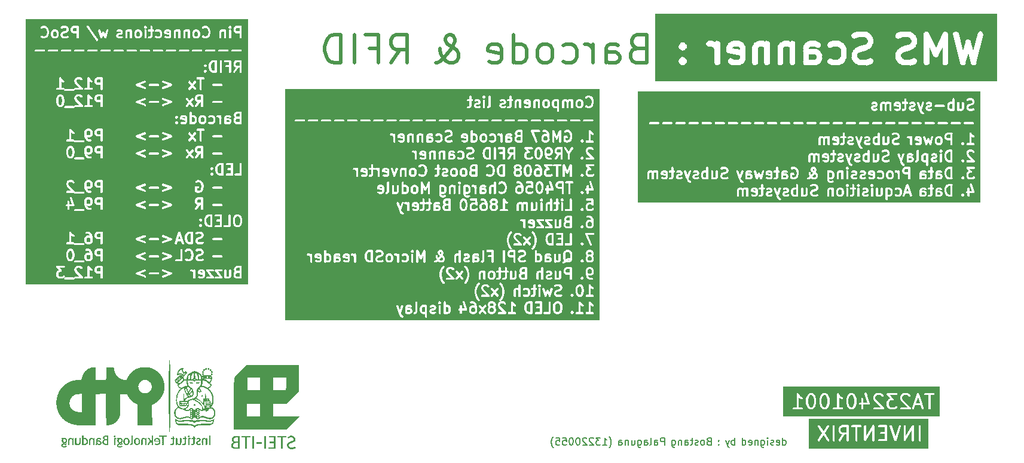
<source format=gbr>
%TF.GenerationSoftware,KiCad,Pcbnew,(7.99.0-200-gad838e3d73)*%
%TF.CreationDate,2024-03-11T18:14:04+07:00*%
%TF.ProjectId,WMS,574d532e-6b69-4636-9164-5f7063625858,rev?*%
%TF.SameCoordinates,Original*%
%TF.FileFunction,Legend,Bot*%
%TF.FilePolarity,Positive*%
%FSLAX46Y46*%
G04 Gerber Fmt 4.6, Leading zero omitted, Abs format (unit mm)*
G04 Created by KiCad (PCBNEW (7.99.0-200-gad838e3d73)) date 2024-03-11 18:14:04*
%MOMM*%
%LPD*%
G01*
G04 APERTURE LIST*
%ADD10C,0.300000*%
%ADD11C,0.150000*%
%ADD12C,0.500000*%
%ADD13C,0.800000*%
G04 APERTURE END LIST*
D10*
G36*
X98400457Y-90963571D02*
G01*
X98014438Y-90963571D01*
X97925025Y-90918864D01*
X97888019Y-90881859D01*
X97843314Y-90792447D01*
X97843314Y-90648981D01*
X97888020Y-90559567D01*
X97917198Y-90530389D01*
X98061568Y-90482266D01*
X98067238Y-90483287D01*
X98080330Y-90477857D01*
X98400457Y-90477857D01*
X98400457Y-90963571D01*
G37*
G36*
X98400457Y-90177857D02*
G01*
X98085867Y-90177857D01*
X97996454Y-90133150D01*
X97959449Y-90096145D01*
X97914742Y-90006731D01*
X97914742Y-89934696D01*
X97959449Y-89845281D01*
X97996453Y-89808277D01*
X98085867Y-89763571D01*
X98400457Y-89763571D01*
X98400457Y-90177857D01*
G37*
G36*
X93152938Y-90296803D02*
G01*
X93186170Y-90363267D01*
X93186170Y-90430601D01*
X92778940Y-90349154D01*
X92805116Y-90296802D01*
X92871580Y-90263571D01*
X93086474Y-90263571D01*
X93152938Y-90296803D01*
G37*
G36*
X78720457Y-90249285D02*
G01*
X78334438Y-90249285D01*
X78245024Y-90204578D01*
X78208019Y-90167573D01*
X78163314Y-90078161D01*
X78163314Y-89934695D01*
X78208020Y-89845281D01*
X78245024Y-89808277D01*
X78334438Y-89763571D01*
X78720457Y-89763571D01*
X78720457Y-90249285D01*
G37*
G36*
X77210174Y-87949706D02*
G01*
X77247179Y-87986711D01*
X77291885Y-88076124D01*
X77291885Y-88362447D01*
X77247177Y-88451861D01*
X77210175Y-88488863D01*
X77120761Y-88533571D01*
X76905867Y-88533571D01*
X76816454Y-88488864D01*
X76779448Y-88451859D01*
X76734742Y-88362447D01*
X76734742Y-88076125D01*
X76779449Y-87986711D01*
X76816454Y-87949705D01*
X76905867Y-87905000D01*
X77120761Y-87905000D01*
X77210174Y-87949706D01*
G37*
G36*
X74567318Y-87378278D02*
G01*
X74604322Y-87415282D01*
X74657499Y-87521636D01*
X74720457Y-87773468D01*
X74720457Y-88093678D01*
X74657501Y-88345501D01*
X74604323Y-88451857D01*
X74567317Y-88488863D01*
X74477903Y-88533571D01*
X74405867Y-88533571D01*
X74316456Y-88488865D01*
X74279449Y-88451859D01*
X74226271Y-88345505D01*
X74163314Y-88093677D01*
X74163314Y-87773465D01*
X74226269Y-87521642D01*
X74279450Y-87415282D01*
X74316454Y-87378277D01*
X74405867Y-87333571D01*
X74477904Y-87333571D01*
X74567318Y-87378278D01*
G37*
G36*
X78720457Y-87819285D02*
G01*
X78334438Y-87819285D01*
X78245024Y-87774578D01*
X78208019Y-87737573D01*
X78163314Y-87648161D01*
X78163314Y-87504695D01*
X78208020Y-87415281D01*
X78245024Y-87378277D01*
X78334438Y-87333571D01*
X78720457Y-87333571D01*
X78720457Y-87819285D01*
G37*
G36*
X90028057Y-85675000D02*
G01*
X89729999Y-85675000D01*
X89879028Y-85227912D01*
X90028057Y-85675000D01*
G37*
G36*
X77210174Y-85519706D02*
G01*
X77247179Y-85556711D01*
X77291885Y-85646124D01*
X77291885Y-85932447D01*
X77247177Y-86021861D01*
X77210175Y-86058863D01*
X77120761Y-86103571D01*
X76905867Y-86103571D01*
X76816454Y-86058864D01*
X76779448Y-86021859D01*
X76734742Y-85932447D01*
X76734742Y-85646125D01*
X76779449Y-85556711D01*
X76816454Y-85519705D01*
X76905867Y-85475000D01*
X77120761Y-85475000D01*
X77210174Y-85519706D01*
G37*
G36*
X91514743Y-86103571D02*
G01*
X91331943Y-86103571D01*
X91174341Y-86051037D01*
X91073735Y-85950431D01*
X91020556Y-85844075D01*
X90957600Y-85592250D01*
X90957600Y-85414892D01*
X91020554Y-85163071D01*
X91073735Y-85056711D01*
X91174341Y-84956104D01*
X91331941Y-84903571D01*
X91514743Y-84903571D01*
X91514743Y-86103571D01*
G37*
G36*
X78720457Y-85389285D02*
G01*
X78334438Y-85389285D01*
X78245024Y-85344578D01*
X78208019Y-85307573D01*
X78163314Y-85218161D01*
X78163314Y-85074695D01*
X78208020Y-84985281D01*
X78245024Y-84948277D01*
X78334438Y-84903571D01*
X78720457Y-84903571D01*
X78720457Y-85389285D01*
G37*
G36*
X98318746Y-82518278D02*
G01*
X98415012Y-82614544D01*
X98471885Y-82842035D01*
X98471885Y-83305107D01*
X98415012Y-83532597D01*
X98318746Y-83628863D01*
X98229331Y-83673571D01*
X98014438Y-83673571D01*
X97925026Y-83628865D01*
X97828758Y-83532597D01*
X97771885Y-83305105D01*
X97771885Y-82842037D01*
X97828758Y-82614544D01*
X97925025Y-82518277D01*
X98014438Y-82473571D01*
X98229332Y-82473571D01*
X98318746Y-82518278D01*
G37*
G36*
X94257599Y-83673571D02*
G01*
X94074799Y-83673571D01*
X93917197Y-83621037D01*
X93816591Y-83520431D01*
X93763412Y-83414075D01*
X93700456Y-83162250D01*
X93700456Y-82984892D01*
X93763410Y-82733071D01*
X93816591Y-82626711D01*
X93917197Y-82526104D01*
X94074797Y-82473571D01*
X94257599Y-82473571D01*
X94257599Y-83673571D01*
G37*
G36*
X92943314Y-80529285D02*
G01*
X92749887Y-80529285D01*
X92720055Y-80523785D01*
X92706632Y-80529285D01*
X92557295Y-80529285D01*
X92467881Y-80484578D01*
X92430876Y-80447573D01*
X92386171Y-80358161D01*
X92386171Y-80214695D01*
X92430877Y-80125281D01*
X92467881Y-80088277D01*
X92557295Y-80043571D01*
X92943314Y-80043571D01*
X92943314Y-80529285D01*
G37*
G36*
X77210175Y-80088278D02*
G01*
X77247178Y-80125281D01*
X77291885Y-80214695D01*
X77291885Y-80501018D01*
X77247178Y-80590432D01*
X77210173Y-80627436D01*
X77120761Y-80672142D01*
X76905867Y-80672142D01*
X76816453Y-80627435D01*
X76779449Y-80590431D01*
X76734742Y-80501018D01*
X76734742Y-80214696D01*
X76779449Y-80125281D01*
X76816453Y-80088277D01*
X76905867Y-80043571D01*
X77120760Y-80043571D01*
X77210175Y-80088278D01*
G37*
G36*
X78720457Y-80529285D02*
G01*
X78334438Y-80529285D01*
X78245024Y-80484578D01*
X78208019Y-80447573D01*
X78163314Y-80358161D01*
X78163314Y-80214695D01*
X78208020Y-80125281D01*
X78245024Y-80088277D01*
X78334438Y-80043571D01*
X78720457Y-80043571D01*
X78720457Y-80529285D01*
G37*
G36*
X77210175Y-77658278D02*
G01*
X77247178Y-77695281D01*
X77291885Y-77784695D01*
X77291885Y-78071018D01*
X77247178Y-78160432D01*
X77210173Y-78197436D01*
X77120761Y-78242142D01*
X76905867Y-78242142D01*
X76816453Y-78197435D01*
X76779449Y-78160431D01*
X76734742Y-78071018D01*
X76734742Y-77784696D01*
X76779449Y-77695281D01*
X76816453Y-77658277D01*
X76905867Y-77613571D01*
X77120760Y-77613571D01*
X77210175Y-77658278D01*
G37*
G36*
X78720457Y-78099285D02*
G01*
X78334438Y-78099285D01*
X78245024Y-78054578D01*
X78208019Y-78017573D01*
X78163314Y-77928161D01*
X78163314Y-77784695D01*
X78208020Y-77695281D01*
X78245024Y-77658277D01*
X78334438Y-77613571D01*
X78720457Y-77613571D01*
X78720457Y-78099285D01*
G37*
G36*
X95829028Y-76383571D02*
G01*
X95646228Y-76383571D01*
X95488626Y-76331037D01*
X95388020Y-76230431D01*
X95334841Y-76124075D01*
X95271885Y-75872250D01*
X95271885Y-75694892D01*
X95334839Y-75443071D01*
X95388020Y-75336711D01*
X95488626Y-75236104D01*
X95646226Y-75183571D01*
X95829028Y-75183571D01*
X95829028Y-76383571D01*
G37*
G36*
X92943314Y-73239285D02*
G01*
X92749887Y-73239285D01*
X92720055Y-73233785D01*
X92706632Y-73239285D01*
X92557295Y-73239285D01*
X92467881Y-73194578D01*
X92430876Y-73157573D01*
X92386171Y-73068161D01*
X92386171Y-72924695D01*
X92430877Y-72835281D01*
X92467881Y-72798277D01*
X92557295Y-72753571D01*
X92943314Y-72753571D01*
X92943314Y-73239285D01*
G37*
G36*
X77210175Y-72798278D02*
G01*
X77247178Y-72835281D01*
X77291885Y-72924695D01*
X77291885Y-73211018D01*
X77247178Y-73300432D01*
X77210173Y-73337436D01*
X77120761Y-73382142D01*
X76905867Y-73382142D01*
X76816453Y-73337435D01*
X76779449Y-73300431D01*
X76734742Y-73211018D01*
X76734742Y-72924696D01*
X76779449Y-72835281D01*
X76816453Y-72798277D01*
X76905867Y-72753571D01*
X77120760Y-72753571D01*
X77210175Y-72798278D01*
G37*
G36*
X74567318Y-72798278D02*
G01*
X74604322Y-72835282D01*
X74657499Y-72941636D01*
X74720457Y-73193468D01*
X74720457Y-73513678D01*
X74657501Y-73765501D01*
X74604323Y-73871857D01*
X74567317Y-73908863D01*
X74477903Y-73953571D01*
X74405867Y-73953571D01*
X74316456Y-73908865D01*
X74279449Y-73871859D01*
X74226271Y-73765505D01*
X74163314Y-73513677D01*
X74163314Y-73193465D01*
X74226269Y-72941642D01*
X74279450Y-72835282D01*
X74316454Y-72798277D01*
X74405867Y-72753571D01*
X74477904Y-72753571D01*
X74567318Y-72798278D01*
G37*
G36*
X78720457Y-73239285D02*
G01*
X78334438Y-73239285D01*
X78245024Y-73194578D01*
X78208019Y-73157573D01*
X78163314Y-73068161D01*
X78163314Y-72924695D01*
X78208020Y-72835281D01*
X78245024Y-72798277D01*
X78334438Y-72753571D01*
X78720457Y-72753571D01*
X78720457Y-73239285D01*
G37*
G36*
X77210175Y-70368278D02*
G01*
X77247178Y-70405281D01*
X77291885Y-70494695D01*
X77291885Y-70781018D01*
X77247178Y-70870432D01*
X77210173Y-70907436D01*
X77120761Y-70952142D01*
X76905867Y-70952142D01*
X76816453Y-70907435D01*
X76779449Y-70870431D01*
X76734742Y-70781018D01*
X76734742Y-70494696D01*
X76779449Y-70405281D01*
X76816453Y-70368277D01*
X76905867Y-70323571D01*
X77120760Y-70323571D01*
X77210175Y-70368278D01*
G37*
G36*
X78720457Y-70809285D02*
G01*
X78334438Y-70809285D01*
X78245024Y-70764578D01*
X78208019Y-70727573D01*
X78163314Y-70638161D01*
X78163314Y-70494695D01*
X78208020Y-70405281D01*
X78245024Y-70368277D01*
X78334438Y-70323571D01*
X78720457Y-70323571D01*
X78720457Y-70809285D01*
G37*
G36*
X98400457Y-69093571D02*
G01*
X98014438Y-69093571D01*
X97925025Y-69048864D01*
X97888019Y-69011859D01*
X97843314Y-68922447D01*
X97843314Y-68778981D01*
X97888020Y-68689567D01*
X97917198Y-68660389D01*
X98061568Y-68612266D01*
X98067238Y-68613287D01*
X98080330Y-68607857D01*
X98400457Y-68607857D01*
X98400457Y-69093571D01*
G37*
G36*
X98400457Y-68307857D02*
G01*
X98085867Y-68307857D01*
X97996454Y-68263150D01*
X97959449Y-68226145D01*
X97914742Y-68136731D01*
X97914742Y-68064696D01*
X97959449Y-67975281D01*
X97996453Y-67938277D01*
X98085867Y-67893571D01*
X98400457Y-67893571D01*
X98400457Y-68307857D01*
G37*
G36*
X96938653Y-68855374D02*
G01*
X96971885Y-68921838D01*
X96971885Y-68993875D01*
X96938652Y-69060339D01*
X96872190Y-69093571D01*
X96585867Y-69093571D01*
X96557600Y-69079438D01*
X96557600Y-68825837D01*
X96567239Y-68827572D01*
X96580331Y-68822142D01*
X96872189Y-68822142D01*
X96938653Y-68855374D01*
G37*
G36*
X93318747Y-68438278D02*
G01*
X93355750Y-68475281D01*
X93400457Y-68564695D01*
X93400457Y-68922447D01*
X93355749Y-69011861D01*
X93318747Y-69048863D01*
X93229333Y-69093571D01*
X93085867Y-69093571D01*
X92996456Y-69048865D01*
X92959449Y-69011859D01*
X92914743Y-68922447D01*
X92914743Y-68564696D01*
X92959450Y-68475282D01*
X92996454Y-68438277D01*
X93085867Y-68393571D01*
X93229332Y-68393571D01*
X93318747Y-68438278D01*
G37*
G36*
X91961604Y-68438278D02*
G01*
X91998607Y-68475281D01*
X92043314Y-68564695D01*
X92043314Y-68922447D01*
X91998606Y-69011861D01*
X91961604Y-69048863D01*
X91872190Y-69093571D01*
X91657296Y-69093571D01*
X91629029Y-69079438D01*
X91629029Y-68407704D01*
X91657296Y-68393571D01*
X91872189Y-68393571D01*
X91961604Y-68438278D01*
G37*
G36*
X90652939Y-68426803D02*
G01*
X90686171Y-68493267D01*
X90686171Y-68560601D01*
X90278941Y-68479154D01*
X90305117Y-68426802D01*
X90371581Y-68393571D01*
X90586475Y-68393571D01*
X90652939Y-68426803D01*
G37*
G36*
X92943314Y-65949285D02*
G01*
X92749887Y-65949285D01*
X92720055Y-65943785D01*
X92706632Y-65949285D01*
X92557295Y-65949285D01*
X92467881Y-65904578D01*
X92430876Y-65867573D01*
X92386171Y-65778161D01*
X92386171Y-65634695D01*
X92430877Y-65545281D01*
X92467881Y-65508277D01*
X92557295Y-65463571D01*
X92943314Y-65463571D01*
X92943314Y-65949285D01*
G37*
G36*
X73138747Y-65508278D02*
G01*
X73175751Y-65545282D01*
X73228928Y-65651636D01*
X73291886Y-65903468D01*
X73291886Y-66223678D01*
X73228930Y-66475501D01*
X73175752Y-66581857D01*
X73138746Y-66618863D01*
X73049332Y-66663571D01*
X72977296Y-66663571D01*
X72887885Y-66618865D01*
X72850878Y-66581859D01*
X72797700Y-66475505D01*
X72734743Y-66223677D01*
X72734743Y-65903465D01*
X72797698Y-65651642D01*
X72850879Y-65545282D01*
X72887883Y-65508277D01*
X72977296Y-65463571D01*
X73049333Y-65463571D01*
X73138747Y-65508278D01*
G37*
G36*
X78720457Y-65949285D02*
G01*
X78334438Y-65949285D01*
X78245024Y-65904578D01*
X78208019Y-65867573D01*
X78163314Y-65778161D01*
X78163314Y-65634695D01*
X78208020Y-65545281D01*
X78245024Y-65508277D01*
X78334438Y-65463571D01*
X78720457Y-65463571D01*
X78720457Y-65949285D01*
G37*
G36*
X78720457Y-63519285D02*
G01*
X78334438Y-63519285D01*
X78245024Y-63474578D01*
X78208019Y-63437573D01*
X78163314Y-63348161D01*
X78163314Y-63204695D01*
X78208020Y-63115281D01*
X78245024Y-63078277D01*
X78334438Y-63033571D01*
X78720457Y-63033571D01*
X78720457Y-63519285D01*
G37*
G36*
X98400457Y-61089285D02*
G01*
X98207030Y-61089285D01*
X98177198Y-61083785D01*
X98163775Y-61089285D01*
X98014438Y-61089285D01*
X97925024Y-61044578D01*
X97888019Y-61007573D01*
X97843314Y-60918161D01*
X97843314Y-60774695D01*
X97888020Y-60685281D01*
X97925024Y-60648277D01*
X98014438Y-60603571D01*
X98400457Y-60603571D01*
X98400457Y-61089285D01*
G37*
G36*
X94900457Y-61803571D02*
G01*
X94717657Y-61803571D01*
X94560055Y-61751037D01*
X94459449Y-61650431D01*
X94406270Y-61544075D01*
X94343314Y-61292250D01*
X94343314Y-61114892D01*
X94406268Y-60863071D01*
X94459449Y-60756711D01*
X94560055Y-60656104D01*
X94717655Y-60603571D01*
X94900457Y-60603571D01*
X94900457Y-61803571D01*
G37*
G36*
X92418746Y-56288278D02*
G01*
X92455749Y-56325281D01*
X92500456Y-56414695D01*
X92500456Y-56772447D01*
X92455748Y-56861861D01*
X92418746Y-56898863D01*
X92329332Y-56943571D01*
X92185866Y-56943571D01*
X92096455Y-56898865D01*
X92059448Y-56861859D01*
X92014742Y-56772447D01*
X92014742Y-56414696D01*
X92059449Y-56325282D01*
X92096453Y-56288277D01*
X92185866Y-56243571D01*
X92329331Y-56243571D01*
X92418746Y-56288278D01*
G37*
G36*
X88395795Y-56276803D02*
G01*
X88429027Y-56343267D01*
X88429027Y-56410601D01*
X88021797Y-56329154D01*
X88047973Y-56276802D01*
X88114437Y-56243571D01*
X88329331Y-56243571D01*
X88395795Y-56276803D01*
G37*
G36*
X84204460Y-56288278D02*
G01*
X84241463Y-56325281D01*
X84286170Y-56414695D01*
X84286170Y-56772447D01*
X84241462Y-56861861D01*
X84204460Y-56898863D01*
X84115046Y-56943571D01*
X83971580Y-56943571D01*
X83882169Y-56898865D01*
X83845162Y-56861859D01*
X83800456Y-56772447D01*
X83800456Y-56414696D01*
X83845163Y-56325282D01*
X83882167Y-56288277D01*
X83971580Y-56243571D01*
X84115045Y-56243571D01*
X84204460Y-56288278D01*
G37*
G36*
X72404459Y-56288278D02*
G01*
X72441462Y-56325281D01*
X72486169Y-56414695D01*
X72486169Y-56772447D01*
X72441461Y-56861861D01*
X72404459Y-56898863D01*
X72315045Y-56943571D01*
X72171579Y-56943571D01*
X72082168Y-56898865D01*
X72045161Y-56861859D01*
X72000455Y-56772447D01*
X72000455Y-56414696D01*
X72045162Y-56325282D01*
X72082166Y-56288277D01*
X72171579Y-56243571D01*
X72315044Y-56243571D01*
X72404459Y-56288278D01*
G37*
G36*
X98400457Y-56229285D02*
G01*
X98014438Y-56229285D01*
X97925024Y-56184578D01*
X97888019Y-56147573D01*
X97843314Y-56058161D01*
X97843314Y-55914695D01*
X97888020Y-55825281D01*
X97925024Y-55788277D01*
X98014438Y-55743571D01*
X98400457Y-55743571D01*
X98400457Y-56229285D01*
G37*
G36*
X75343312Y-56229285D02*
G01*
X74957293Y-56229285D01*
X74867879Y-56184578D01*
X74830874Y-56147573D01*
X74786169Y-56058161D01*
X74786169Y-55914695D01*
X74830875Y-55825281D01*
X74867879Y-55788277D01*
X74957293Y-55743571D01*
X75343312Y-55743571D01*
X75343312Y-56229285D01*
G37*
G36*
X99571886Y-92104286D02*
G01*
X68079026Y-92104286D01*
X68079026Y-91278677D01*
X73572858Y-91278677D01*
X73609451Y-91358804D01*
X73683556Y-91406428D01*
X74892026Y-91406428D01*
X74954978Y-91387944D01*
X75012663Y-91321371D01*
X75025200Y-91234179D01*
X74988607Y-91154052D01*
X74914502Y-91106428D01*
X73706032Y-91106428D01*
X73643080Y-91124912D01*
X73585395Y-91191485D01*
X73572858Y-91278677D01*
X68079026Y-91278677D01*
X68079026Y-90487495D01*
X72429313Y-90487495D01*
X72434743Y-90500587D01*
X72434743Y-90819782D01*
X72430882Y-90855545D01*
X72444589Y-90882959D01*
X72453227Y-90912377D01*
X72463939Y-90921659D01*
X72513597Y-91020974D01*
X72518963Y-91045637D01*
X72548176Y-91074849D01*
X72576339Y-91105127D01*
X72579180Y-91105853D01*
X72608234Y-91134906D01*
X72621124Y-91156609D01*
X72658098Y-91175096D01*
X72694371Y-91194903D01*
X72697293Y-91194693D01*
X72796152Y-91244123D01*
X72826414Y-91263571D01*
X72857067Y-91263571D01*
X72887239Y-91269001D01*
X72900331Y-91263571D01*
X73290954Y-91263571D01*
X73326717Y-91267432D01*
X73354131Y-91253724D01*
X73383549Y-91245087D01*
X73392831Y-91234374D01*
X73492145Y-91184716D01*
X73516807Y-91179352D01*
X73546021Y-91150137D01*
X73576299Y-91121975D01*
X73577025Y-91119134D01*
X73634631Y-91061530D01*
X73666075Y-91003946D01*
X73659791Y-90916083D01*
X73607002Y-90845563D01*
X73524469Y-90814779D01*
X73438394Y-90833504D01*
X73353033Y-90918863D01*
X73263619Y-90963571D01*
X72905868Y-90963571D01*
X72816455Y-90918864D01*
X72779449Y-90881859D01*
X72734743Y-90792447D01*
X72734743Y-90506125D01*
X72779450Y-90416711D01*
X72816455Y-90379705D01*
X72905868Y-90335000D01*
X73041092Y-90335000D01*
X73041424Y-90335211D01*
X73085054Y-90335000D01*
X73106311Y-90335000D01*
X73106666Y-90334895D01*
X73129511Y-90334785D01*
X73148048Y-90322745D01*
X73169263Y-90316516D01*
X73184225Y-90299247D01*
X73203385Y-90286804D01*
X73212471Y-90266649D01*
X73226948Y-90249943D01*
X73230199Y-90227329D01*
X73239590Y-90206501D01*
X73236338Y-90184636D01*
X73239485Y-90162751D01*
X73229992Y-90141964D01*
X73226632Y-90119371D01*
X73212077Y-90102737D01*
X73202892Y-90082624D01*
X73183668Y-90070270D01*
X73164001Y-90047793D01*
X74999941Y-90047793D01*
X75013004Y-90086984D01*
X75024655Y-90126662D01*
X75026870Y-90128581D01*
X75082742Y-90296197D01*
X75090390Y-90331350D01*
X75112066Y-90353026D01*
X75129561Y-90378199D01*
X75142656Y-90383616D01*
X75722611Y-90963571D01*
X75134603Y-90963571D01*
X75071651Y-90982055D01*
X75013966Y-91048628D01*
X75001429Y-91135820D01*
X75038022Y-91215947D01*
X75112127Y-91263571D01*
X76046457Y-91263571D01*
X76051512Y-91266331D01*
X76090102Y-91263571D01*
X76106311Y-91263571D01*
X76111530Y-91262038D01*
X76139375Y-91260047D01*
X76152968Y-91249871D01*
X76169263Y-91245087D01*
X76187545Y-91223987D01*
X76209894Y-91207258D01*
X76215828Y-91191346D01*
X76226948Y-91178514D01*
X76230920Y-91150883D01*
X76236539Y-91135820D01*
X76430000Y-91135820D01*
X76466593Y-91215947D01*
X76540698Y-91263571D01*
X77002583Y-91263571D01*
X77035563Y-91268313D01*
X77045946Y-91263571D01*
X77463453Y-91263571D01*
X77526405Y-91245087D01*
X77584090Y-91178514D01*
X77596627Y-91091322D01*
X77560034Y-91011195D01*
X77485929Y-90963571D01*
X77163314Y-90963571D01*
X77163314Y-90047132D01*
X77179663Y-90063481D01*
X77192552Y-90085181D01*
X77229509Y-90103659D01*
X77265797Y-90123474D01*
X77268720Y-90123264D01*
X77394095Y-90185952D01*
X77458667Y-90197572D01*
X77540034Y-90163825D01*
X77590241Y-90091444D01*
X77593345Y-90003412D01*
X77548361Y-89927675D01*
X77525145Y-89916067D01*
X77857884Y-89916067D01*
X77863314Y-89929159D01*
X77863314Y-90105495D01*
X77859453Y-90141258D01*
X77873160Y-90168672D01*
X77881798Y-90198091D01*
X77892509Y-90207372D01*
X77942167Y-90306688D01*
X77947532Y-90331350D01*
X77976737Y-90360555D01*
X78004909Y-90390841D01*
X78007749Y-90391567D01*
X78036806Y-90420624D01*
X78049695Y-90442324D01*
X78086644Y-90460798D01*
X78122940Y-90480618D01*
X78125864Y-90480408D01*
X78224722Y-90529837D01*
X78254984Y-90549285D01*
X78285636Y-90549285D01*
X78315810Y-90554715D01*
X78328902Y-90549285D01*
X78720457Y-90549285D01*
X78720457Y-91135139D01*
X78738941Y-91198091D01*
X78805514Y-91255776D01*
X78892706Y-91268313D01*
X78972833Y-91231720D01*
X79020457Y-91157615D01*
X79020457Y-90531265D01*
X83697360Y-90531265D01*
X83704441Y-90563541D01*
X83706741Y-90596515D01*
X83713731Y-90605887D01*
X83716237Y-90617308D01*
X83739650Y-90640638D01*
X83759406Y-90667126D01*
X83770351Y-90671230D01*
X83778634Y-90679484D01*
X83810942Y-90686452D01*
X84963697Y-91118736D01*
X85029131Y-91123533D01*
X85106519Y-91081454D01*
X85148873Y-91004215D01*
X85145778Y-90959838D01*
X87411646Y-90959838D01*
X87430523Y-91045880D01*
X87492920Y-91108057D01*
X87579029Y-91126628D01*
X88732309Y-90694146D01*
X88743418Y-90694961D01*
X88772927Y-90678915D01*
X88783320Y-90675018D01*
X88791767Y-90668671D01*
X88820805Y-90652882D01*
X88826426Y-90642630D01*
X88835774Y-90635607D01*
X88847267Y-90604623D01*
X88863159Y-90575643D01*
X88862345Y-90563977D01*
X88866411Y-90553018D01*
X88859329Y-90520741D01*
X88857030Y-90487769D01*
X88850039Y-90478396D01*
X88847534Y-90466976D01*
X88824119Y-90443644D01*
X88804365Y-90417158D01*
X88793421Y-90413054D01*
X88785137Y-90404799D01*
X88752823Y-90397830D01*
X88054130Y-90135820D01*
X91395714Y-90135820D01*
X91432307Y-90215947D01*
X91506412Y-90263571D01*
X91657903Y-90263571D01*
X91747317Y-90308278D01*
X91784321Y-90345282D01*
X91829028Y-90434695D01*
X91829028Y-91135139D01*
X91847512Y-91198091D01*
X91914085Y-91255776D01*
X92001277Y-91268313D01*
X92081404Y-91231720D01*
X92129028Y-91157615D01*
X92129028Y-90462184D01*
X92465785Y-90462184D01*
X92471885Y-90488119D01*
X92471885Y-90492282D01*
X92476806Y-90509043D01*
X92485953Y-90547931D01*
X92489125Y-90550998D01*
X92490369Y-90555234D01*
X92520566Y-90581399D01*
X92549279Y-90609163D01*
X92553606Y-90610028D01*
X92556942Y-90612919D01*
X92596494Y-90618606D01*
X93186170Y-90736542D01*
X93186170Y-90863875D01*
X93152937Y-90930339D01*
X93086475Y-90963571D01*
X92871580Y-90963571D01*
X92741104Y-90898333D01*
X92676532Y-90886712D01*
X92595165Y-90920459D01*
X92544958Y-90992839D01*
X92541853Y-91080872D01*
X92586836Y-91156609D01*
X92761864Y-91244123D01*
X92792126Y-91263571D01*
X92822779Y-91263571D01*
X92852951Y-91269001D01*
X92866043Y-91263571D01*
X93113810Y-91263571D01*
X93149573Y-91267432D01*
X93176987Y-91253724D01*
X93206405Y-91245087D01*
X93215687Y-91234374D01*
X93297642Y-91193396D01*
X93303472Y-91193602D01*
X93336685Y-91173874D01*
X93351115Y-91166660D01*
X93355146Y-91162909D01*
X93379209Y-91148618D01*
X93385607Y-91135820D01*
X93681429Y-91135820D01*
X93718022Y-91215947D01*
X93792127Y-91263571D01*
X94618283Y-91263571D01*
X94658676Y-91265512D01*
X94681317Y-91252453D01*
X94706405Y-91245087D01*
X94718709Y-91230886D01*
X94734982Y-91221501D01*
X94746970Y-91198271D01*
X94764090Y-91178514D01*
X94766763Y-91159918D01*
X94775380Y-91143223D01*
X94774676Y-91135820D01*
X94895715Y-91135820D01*
X94932308Y-91215947D01*
X95006413Y-91263571D01*
X95832569Y-91263571D01*
X95872962Y-91265512D01*
X95895603Y-91252453D01*
X95920691Y-91245087D01*
X95932995Y-91230886D01*
X95949268Y-91221501D01*
X95961256Y-91198271D01*
X95978376Y-91178514D01*
X95981049Y-91159918D01*
X95989666Y-91143223D01*
X95987192Y-91117199D01*
X95990913Y-91091322D01*
X95983107Y-91074230D01*
X95981330Y-91055530D01*
X95965180Y-91034976D01*
X95954320Y-91011195D01*
X95938514Y-91001037D01*
X95905926Y-90959561D01*
X96251665Y-90959561D01*
X96257600Y-90986843D01*
X96257600Y-91135139D01*
X96276084Y-91198091D01*
X96342657Y-91255776D01*
X96429849Y-91268313D01*
X96509976Y-91231720D01*
X96513088Y-91226877D01*
X96547579Y-91244123D01*
X96577841Y-91263571D01*
X96608494Y-91263571D01*
X96638666Y-91269001D01*
X96651758Y-91263571D01*
X96828096Y-91263571D01*
X96863859Y-91267432D01*
X96891273Y-91253724D01*
X96920691Y-91245087D01*
X96929973Y-91234374D01*
X97011928Y-91193396D01*
X97017758Y-91193602D01*
X97050976Y-91173872D01*
X97065401Y-91166660D01*
X97069430Y-91162911D01*
X97093495Y-91148619D01*
X97101057Y-91133493D01*
X97113441Y-91121975D01*
X97120373Y-91094861D01*
X97181009Y-90973590D01*
X97200457Y-90943329D01*
X97200457Y-90912676D01*
X97205887Y-90882504D01*
X97200457Y-90869412D01*
X97200457Y-90630353D01*
X97537884Y-90630353D01*
X97543314Y-90643445D01*
X97543314Y-90819781D01*
X97539453Y-90855544D01*
X97553160Y-90882958D01*
X97561798Y-90912377D01*
X97572509Y-90921658D01*
X97622167Y-91020976D01*
X97627533Y-91045637D01*
X97656737Y-91074840D01*
X97684909Y-91105127D01*
X97687750Y-91105853D01*
X97716804Y-91134906D01*
X97729694Y-91156609D01*
X97766668Y-91175096D01*
X97802941Y-91194903D01*
X97805863Y-91194693D01*
X97904722Y-91244123D01*
X97934984Y-91263571D01*
X97965637Y-91263571D01*
X97995809Y-91269001D01*
X98008901Y-91263571D01*
X98539726Y-91263571D01*
X98572706Y-91268313D01*
X98603012Y-91254472D01*
X98634977Y-91245087D01*
X98642451Y-91236461D01*
X98652833Y-91231720D01*
X98670845Y-91203692D01*
X98692662Y-91178514D01*
X98694286Y-91167216D01*
X98700457Y-91157615D01*
X98700457Y-91124302D01*
X98705199Y-91091322D01*
X98700457Y-91080939D01*
X98700457Y-90338588D01*
X98705199Y-90305608D01*
X98700457Y-90295225D01*
X98700457Y-89624302D01*
X98705199Y-89591322D01*
X98691358Y-89561015D01*
X98681973Y-89529051D01*
X98673347Y-89521576D01*
X98668606Y-89511195D01*
X98640578Y-89493182D01*
X98615400Y-89471366D01*
X98604102Y-89469741D01*
X98594501Y-89463571D01*
X98561188Y-89463571D01*
X98528208Y-89458829D01*
X98517825Y-89463571D01*
X98058532Y-89463571D01*
X98022768Y-89459710D01*
X97995352Y-89473418D01*
X97965937Y-89482055D01*
X97956655Y-89492766D01*
X97857340Y-89542425D01*
X97832679Y-89547790D01*
X97803464Y-89577004D01*
X97773187Y-89605167D01*
X97772460Y-89608007D01*
X97743404Y-89637062D01*
X97721704Y-89649952D01*
X97703223Y-89686912D01*
X97683411Y-89723196D01*
X97683620Y-89726119D01*
X97634192Y-89824975D01*
X97614742Y-89855241D01*
X97614742Y-89885894D01*
X97609312Y-89916066D01*
X97614742Y-89929158D01*
X97614742Y-90034066D01*
X97610881Y-90069830D01*
X97624588Y-90097245D01*
X97633226Y-90126662D01*
X97643937Y-90135943D01*
X97693597Y-90235263D01*
X97698962Y-90259923D01*
X97728166Y-90289126D01*
X97729607Y-90290676D01*
X97714400Y-90301245D01*
X97708981Y-90314342D01*
X97671974Y-90351349D01*
X97650275Y-90364238D01*
X97631799Y-90401189D01*
X97611981Y-90437483D01*
X97612190Y-90440407D01*
X97562759Y-90539268D01*
X97543314Y-90569527D01*
X97543314Y-90600178D01*
X97537884Y-90630353D01*
X97200457Y-90630353D01*
X97200457Y-90092003D01*
X97181973Y-90029051D01*
X97115400Y-89971366D01*
X97028208Y-89958829D01*
X96948081Y-89995422D01*
X96900457Y-90069527D01*
X96900457Y-90863875D01*
X96867225Y-90930338D01*
X96800761Y-90963571D01*
X96657295Y-90963571D01*
X96567884Y-90918865D01*
X96557600Y-90908581D01*
X96557600Y-90092003D01*
X96539116Y-90029051D01*
X96472543Y-89971366D01*
X96385351Y-89958829D01*
X96305224Y-89995422D01*
X96257600Y-90069527D01*
X96257600Y-90943648D01*
X96251665Y-90959561D01*
X95905926Y-90959561D01*
X95359077Y-90263571D01*
X95857739Y-90263571D01*
X95920691Y-90245087D01*
X95978376Y-90178514D01*
X95990913Y-90091322D01*
X95954320Y-90011195D01*
X95880215Y-89963571D01*
X95054070Y-89963571D01*
X95013666Y-89961629D01*
X94991020Y-89974689D01*
X94965937Y-89982055D01*
X94953634Y-89996252D01*
X94937359Y-90005640D01*
X94925368Y-90028874D01*
X94908252Y-90048628D01*
X94905578Y-90067221D01*
X94896962Y-90083918D01*
X94899435Y-90109942D01*
X94895715Y-90135820D01*
X94903520Y-90152911D01*
X94905298Y-90171612D01*
X94921447Y-90192165D01*
X94932308Y-90215947D01*
X94948113Y-90226104D01*
X95527551Y-90963571D01*
X95028889Y-90963571D01*
X94965937Y-90982055D01*
X94908252Y-91048628D01*
X94895715Y-91135820D01*
X94774676Y-91135820D01*
X94772906Y-91117199D01*
X94776627Y-91091322D01*
X94768821Y-91074230D01*
X94767044Y-91055530D01*
X94750894Y-91034976D01*
X94740034Y-91011195D01*
X94724228Y-91001037D01*
X94144791Y-90263571D01*
X94643453Y-90263571D01*
X94706405Y-90245087D01*
X94764090Y-90178514D01*
X94776627Y-90091322D01*
X94740034Y-90011195D01*
X94665929Y-89963571D01*
X93839784Y-89963571D01*
X93799380Y-89961629D01*
X93776734Y-89974689D01*
X93751651Y-89982055D01*
X93739348Y-89996252D01*
X93723073Y-90005640D01*
X93711082Y-90028874D01*
X93693966Y-90048628D01*
X93691292Y-90067221D01*
X93682676Y-90083918D01*
X93685149Y-90109942D01*
X93681429Y-90135820D01*
X93689234Y-90152911D01*
X93691012Y-90171612D01*
X93707161Y-90192165D01*
X93718022Y-90215947D01*
X93733827Y-90226104D01*
X94313265Y-90963571D01*
X93814603Y-90963571D01*
X93751651Y-90982055D01*
X93693966Y-91048628D01*
X93681429Y-91135820D01*
X93385607Y-91135820D01*
X93386770Y-91133494D01*
X93399155Y-91121975D01*
X93406088Y-91094858D01*
X93466722Y-90973590D01*
X93486170Y-90943329D01*
X93486170Y-90912677D01*
X93491600Y-90882503D01*
X93486170Y-90869411D01*
X93486170Y-90639338D01*
X93492271Y-90622102D01*
X93486170Y-90596162D01*
X93486170Y-90335933D01*
X93490031Y-90300170D01*
X93476323Y-90272755D01*
X93467686Y-90243337D01*
X93456974Y-90234055D01*
X93415996Y-90152098D01*
X93416202Y-90146270D01*
X93396479Y-90113065D01*
X93389261Y-90098627D01*
X93385508Y-90094592D01*
X93371218Y-90070533D01*
X93356094Y-90062971D01*
X93344575Y-90050587D01*
X93317458Y-90043653D01*
X93196194Y-89983021D01*
X93165929Y-89963571D01*
X93135276Y-89963571D01*
X93105104Y-89958141D01*
X93092012Y-89963571D01*
X92844245Y-89963571D01*
X92808481Y-89959710D01*
X92781065Y-89973418D01*
X92751650Y-89982055D01*
X92742368Y-89992766D01*
X92660412Y-90033745D01*
X92654583Y-90033540D01*
X92621369Y-90053267D01*
X92606940Y-90060482D01*
X92602908Y-90064232D01*
X92578846Y-90078524D01*
X92571284Y-90093647D01*
X92558900Y-90105167D01*
X92551966Y-90132282D01*
X92491330Y-90253554D01*
X92471885Y-90283813D01*
X92471885Y-90314464D01*
X92466455Y-90344639D01*
X92471885Y-90357731D01*
X92471885Y-90444950D01*
X92465785Y-90462184D01*
X92129028Y-90462184D01*
X92129028Y-90407360D01*
X92132889Y-90371596D01*
X92129028Y-90363874D01*
X92129028Y-90092003D01*
X92110544Y-90029051D01*
X92043971Y-89971366D01*
X91956779Y-89958829D01*
X91876652Y-89995422D01*
X91856169Y-90027293D01*
X91767615Y-89983016D01*
X91737357Y-89963571D01*
X91706706Y-89963571D01*
X91676532Y-89958141D01*
X91663440Y-89963571D01*
X91528888Y-89963571D01*
X91465936Y-89982055D01*
X91408251Y-90048628D01*
X91395714Y-90135820D01*
X88054130Y-90135820D01*
X87600074Y-89965549D01*
X87534640Y-89960752D01*
X87457252Y-90002831D01*
X87414898Y-90080070D01*
X87421027Y-90167944D01*
X87473692Y-90238556D01*
X88283256Y-90542142D01*
X87494737Y-90837838D01*
X87442283Y-90877249D01*
X87411646Y-90959838D01*
X85145778Y-90959838D01*
X85142744Y-90916341D01*
X85090079Y-90845730D01*
X84339844Y-90564391D01*
X85555715Y-90564391D01*
X85592308Y-90644518D01*
X85666413Y-90692142D01*
X86874882Y-90692142D01*
X86937834Y-90673658D01*
X86995519Y-90607085D01*
X87008056Y-90519893D01*
X86971463Y-90439766D01*
X86897358Y-90392142D01*
X85688889Y-90392142D01*
X85625937Y-90410626D01*
X85568252Y-90477199D01*
X85555715Y-90564391D01*
X84339844Y-90564391D01*
X84280513Y-90542142D01*
X85069035Y-90246447D01*
X85121488Y-90207036D01*
X85152125Y-90124447D01*
X85133249Y-90038405D01*
X85070851Y-89976228D01*
X84984743Y-89957657D01*
X83831461Y-90390137D01*
X83820354Y-90389323D01*
X83790844Y-90405368D01*
X83780451Y-90409266D01*
X83772002Y-90415613D01*
X83742966Y-90431402D01*
X83737344Y-90441653D01*
X83727997Y-90448677D01*
X83716502Y-90479661D01*
X83700612Y-90508641D01*
X83701425Y-90520305D01*
X83697360Y-90531265D01*
X79020457Y-90531265D01*
X79020457Y-90410016D01*
X79025199Y-90377036D01*
X79020457Y-90366653D01*
X79020457Y-89624302D01*
X79025199Y-89591322D01*
X79011358Y-89561015D01*
X79001973Y-89529051D01*
X78993347Y-89521576D01*
X78988606Y-89511195D01*
X78960578Y-89493182D01*
X78935400Y-89471366D01*
X78924102Y-89469741D01*
X78914501Y-89463571D01*
X78881188Y-89463571D01*
X78848208Y-89458829D01*
X78837825Y-89463571D01*
X78307103Y-89463571D01*
X78271339Y-89459710D01*
X78243923Y-89473418D01*
X78214508Y-89482055D01*
X78205226Y-89492766D01*
X78105911Y-89542425D01*
X78081250Y-89547790D01*
X78052035Y-89577004D01*
X78021758Y-89605167D01*
X78021031Y-89608007D01*
X77991975Y-89637062D01*
X77970275Y-89649952D01*
X77951794Y-89686912D01*
X77931982Y-89723196D01*
X77932191Y-89726119D01*
X77882759Y-89824982D01*
X77863314Y-89855241D01*
X77863314Y-89885892D01*
X77857884Y-89916067D01*
X77525145Y-89916067D01*
X77387881Y-89847435D01*
X77272740Y-89732294D01*
X77150799Y-89549382D01*
X77144830Y-89529051D01*
X77126871Y-89513489D01*
X77126158Y-89512420D01*
X77110566Y-89499361D01*
X77078257Y-89471366D01*
X77076907Y-89471171D01*
X77075859Y-89470294D01*
X77033392Y-89464915D01*
X76991065Y-89458829D01*
X76989822Y-89459396D01*
X76988469Y-89459225D01*
X76949862Y-89477645D01*
X76910938Y-89495422D01*
X76910200Y-89496570D01*
X76908966Y-89497159D01*
X76886421Y-89533571D01*
X76863314Y-89569527D01*
X76863314Y-89570892D01*
X76862595Y-89572053D01*
X76863314Y-89614841D01*
X76863314Y-90963571D01*
X76563174Y-90963571D01*
X76500222Y-90982055D01*
X76442537Y-91048628D01*
X76430000Y-91135820D01*
X76236539Y-91135820D01*
X76240678Y-91124724D01*
X76237068Y-91108130D01*
X76239485Y-91091322D01*
X76227886Y-91065925D01*
X76221953Y-91038649D01*
X76209946Y-91026642D01*
X76202892Y-91011195D01*
X76179404Y-90996100D01*
X75358704Y-90175400D01*
X75306171Y-90017800D01*
X75306171Y-89934696D01*
X75350878Y-89845281D01*
X75387882Y-89808277D01*
X75477296Y-89763571D01*
X75763618Y-89763571D01*
X75853032Y-89808278D01*
X75922499Y-89877745D01*
X75980082Y-89909188D01*
X76067946Y-89902903D01*
X76138465Y-89850114D01*
X76169248Y-89767581D01*
X76150524Y-89681505D01*
X76061249Y-89592231D01*
X76048362Y-89570533D01*
X76011410Y-89552057D01*
X75975117Y-89532239D01*
X75972192Y-89532448D01*
X75873338Y-89483021D01*
X75843073Y-89463571D01*
X75812420Y-89463571D01*
X75782248Y-89458141D01*
X75769156Y-89463571D01*
X75449961Y-89463571D01*
X75414197Y-89459710D01*
X75386781Y-89473418D01*
X75357366Y-89482055D01*
X75348084Y-89492766D01*
X75248769Y-89542425D01*
X75224108Y-89547790D01*
X75194893Y-89577004D01*
X75164616Y-89605167D01*
X75163889Y-89608007D01*
X75134833Y-89637062D01*
X75113133Y-89649952D01*
X75094652Y-89686912D01*
X75074840Y-89723196D01*
X75075049Y-89726119D01*
X75025621Y-89824975D01*
X75006171Y-89855241D01*
X75006171Y-89885894D01*
X75000741Y-89916066D01*
X75006171Y-89929158D01*
X75006171Y-90023336D01*
X74999941Y-90047793D01*
X73164001Y-90047793D01*
X72915308Y-89763571D01*
X73534883Y-89763571D01*
X73597835Y-89745087D01*
X73655520Y-89678514D01*
X73668057Y-89591322D01*
X73631464Y-89511195D01*
X73557359Y-89463571D01*
X72628395Y-89463571D01*
X72628062Y-89463359D01*
X72584328Y-89463571D01*
X72563175Y-89463571D01*
X72562819Y-89463675D01*
X72539975Y-89463786D01*
X72521437Y-89475825D01*
X72500223Y-89482055D01*
X72485260Y-89499323D01*
X72466101Y-89511767D01*
X72457014Y-89531921D01*
X72442538Y-89548628D01*
X72439286Y-89571241D01*
X72429896Y-89592070D01*
X72433147Y-89613935D01*
X72430001Y-89635820D01*
X72439492Y-89656603D01*
X72442853Y-89679200D01*
X72457409Y-89695836D01*
X72466594Y-89715947D01*
X72485815Y-89728299D01*
X72778182Y-90062434D01*
X72776656Y-90064195D01*
X72677340Y-90113853D01*
X72652679Y-90119218D01*
X72623467Y-90148429D01*
X72593188Y-90176595D01*
X72592461Y-90179435D01*
X72563404Y-90208492D01*
X72541705Y-90221381D01*
X72523229Y-90258332D01*
X72503411Y-90294626D01*
X72503620Y-90297550D01*
X72454193Y-90396404D01*
X72434743Y-90426670D01*
X72434743Y-90457323D01*
X72429313Y-90487495D01*
X68079026Y-90487495D01*
X68079026Y-88848677D01*
X75001429Y-88848677D01*
X75038022Y-88928804D01*
X75112127Y-88976428D01*
X76320597Y-88976428D01*
X76383549Y-88957944D01*
X76441234Y-88891371D01*
X76453771Y-88804179D01*
X76417178Y-88724052D01*
X76343073Y-88676428D01*
X75134603Y-88676428D01*
X75071651Y-88694912D01*
X75013966Y-88761485D01*
X75001429Y-88848677D01*
X68079026Y-88848677D01*
X68079026Y-88105794D01*
X73857110Y-88105794D01*
X73863314Y-88130610D01*
X73863314Y-88133710D01*
X73868531Y-88151480D01*
X73932741Y-88408317D01*
X73930882Y-88425545D01*
X73943215Y-88450212D01*
X73944453Y-88455161D01*
X73952827Y-88469435D01*
X74013596Y-88590972D01*
X74018962Y-88615636D01*
X74048182Y-88644856D01*
X74076339Y-88675127D01*
X74079179Y-88675853D01*
X74108233Y-88704907D01*
X74121123Y-88726609D01*
X74158089Y-88745092D01*
X74194368Y-88764902D01*
X74197290Y-88764692D01*
X74296151Y-88814123D01*
X74326413Y-88833571D01*
X74357066Y-88833571D01*
X74387238Y-88839001D01*
X74400330Y-88833571D01*
X74505238Y-88833571D01*
X74541002Y-88837432D01*
X74568417Y-88823724D01*
X74597834Y-88815087D01*
X74607115Y-88804375D01*
X74706433Y-88754716D01*
X74731094Y-88749352D01*
X74760305Y-88720140D01*
X74790585Y-88691975D01*
X74791311Y-88689134D01*
X74820365Y-88660080D01*
X74842067Y-88647191D01*
X74860550Y-88610224D01*
X74880360Y-88573946D01*
X74880150Y-88571023D01*
X74921244Y-88488835D01*
X74933868Y-88476966D01*
X74940556Y-88450212D01*
X74942838Y-88445649D01*
X74945769Y-88429358D01*
X75009990Y-88172472D01*
X75020457Y-88156186D01*
X75020457Y-88130606D01*
X75021209Y-88127598D01*
X75020457Y-88109093D01*
X75020457Y-88057495D01*
X76429312Y-88057495D01*
X76434742Y-88070587D01*
X76434742Y-88389782D01*
X76430881Y-88425545D01*
X76444588Y-88452959D01*
X76453226Y-88482377D01*
X76463938Y-88491659D01*
X76513596Y-88590974D01*
X76518962Y-88615637D01*
X76548175Y-88644849D01*
X76576338Y-88675127D01*
X76579179Y-88675853D01*
X76608233Y-88704906D01*
X76621123Y-88726609D01*
X76658097Y-88745096D01*
X76694370Y-88764903D01*
X76697292Y-88764693D01*
X76796151Y-88814123D01*
X76826413Y-88833571D01*
X76857066Y-88833571D01*
X76887238Y-88839001D01*
X76900330Y-88833571D01*
X77148096Y-88833571D01*
X77183859Y-88837432D01*
X77211273Y-88823724D01*
X77240691Y-88815087D01*
X77249973Y-88804374D01*
X77349287Y-88754716D01*
X77373949Y-88749352D01*
X77403163Y-88720137D01*
X77433441Y-88691975D01*
X77434167Y-88689134D01*
X77463223Y-88660079D01*
X77484924Y-88647190D01*
X77503403Y-88610231D01*
X77523217Y-88573946D01*
X77523007Y-88571021D01*
X77572437Y-88472162D01*
X77591885Y-88441901D01*
X77591885Y-88411249D01*
X77597315Y-88381075D01*
X77591885Y-88367983D01*
X77591885Y-88048790D01*
X77595746Y-88013027D01*
X77591885Y-88005305D01*
X77591885Y-87851115D01*
X77598089Y-87832777D01*
X77591885Y-87807961D01*
X77591885Y-87804860D01*
X77586666Y-87787086D01*
X77520147Y-87521010D01*
X77519696Y-87494156D01*
X77514303Y-87486067D01*
X77857884Y-87486067D01*
X77863314Y-87499159D01*
X77863314Y-87675495D01*
X77859453Y-87711258D01*
X77873160Y-87738672D01*
X77881798Y-87768091D01*
X77892509Y-87777372D01*
X77942167Y-87876688D01*
X77947532Y-87901350D01*
X77976737Y-87930555D01*
X78004909Y-87960841D01*
X78007749Y-87961567D01*
X78036806Y-87990624D01*
X78049695Y-88012324D01*
X78086644Y-88030798D01*
X78122940Y-88050618D01*
X78125864Y-88050408D01*
X78224722Y-88099837D01*
X78254984Y-88119285D01*
X78285636Y-88119285D01*
X78315810Y-88124715D01*
X78328902Y-88119285D01*
X78720457Y-88119285D01*
X78720457Y-88705139D01*
X78738941Y-88768091D01*
X78805514Y-88825776D01*
X78892706Y-88838313D01*
X78972833Y-88801720D01*
X79020457Y-88727615D01*
X79020457Y-88705820D01*
X89295715Y-88705820D01*
X89332308Y-88785947D01*
X89406413Y-88833571D01*
X90154012Y-88833571D01*
X90186992Y-88838313D01*
X90217298Y-88824472D01*
X90249263Y-88815087D01*
X90256737Y-88806461D01*
X90267119Y-88801720D01*
X90285131Y-88773692D01*
X90306948Y-88748514D01*
X90308572Y-88737216D01*
X90314743Y-88727615D01*
X90314743Y-88694302D01*
X90319485Y-88661322D01*
X90314743Y-88650939D01*
X90314743Y-88529561D01*
X90651665Y-88529561D01*
X90670390Y-88615636D01*
X90767253Y-88712499D01*
X90789810Y-88740516D01*
X90818887Y-88750208D01*
X90845796Y-88764902D01*
X90859933Y-88763890D01*
X91028039Y-88819926D01*
X91049270Y-88833571D01*
X91090582Y-88833571D01*
X91131907Y-88835066D01*
X91134429Y-88833571D01*
X91217365Y-88833571D01*
X91241822Y-88839801D01*
X91281013Y-88826737D01*
X91320691Y-88815087D01*
X91322610Y-88812871D01*
X91490226Y-88756999D01*
X91525379Y-88749352D01*
X91547055Y-88727675D01*
X91572228Y-88710181D01*
X91577645Y-88697085D01*
X91686079Y-88588651D01*
X91707781Y-88575762D01*
X91726266Y-88538791D01*
X91746074Y-88502516D01*
X91745865Y-88499593D01*
X91786958Y-88417406D01*
X91799582Y-88405537D01*
X91806270Y-88378783D01*
X91808552Y-88374220D01*
X91811483Y-88357929D01*
X91875704Y-88101044D01*
X91886171Y-88084758D01*
X91886171Y-88059178D01*
X91886923Y-88056170D01*
X91886171Y-88037665D01*
X91886171Y-87851115D01*
X91892375Y-87832777D01*
X91886171Y-87807961D01*
X91886171Y-87804860D01*
X91880952Y-87787086D01*
X91816743Y-87530253D01*
X91818604Y-87513025D01*
X91806269Y-87488356D01*
X91805033Y-87483410D01*
X91796661Y-87469140D01*
X91735889Y-87347597D01*
X91730524Y-87322935D01*
X91701303Y-87293714D01*
X91673147Y-87263444D01*
X91670306Y-87262717D01*
X91645948Y-87238359D01*
X92152155Y-87238359D01*
X92167834Y-87325041D01*
X92227887Y-87389485D01*
X92313250Y-87411230D01*
X92546226Y-87333571D01*
X92843617Y-87333571D01*
X92933032Y-87378278D01*
X92970035Y-87415281D01*
X93014742Y-87504695D01*
X93014742Y-87576733D01*
X92970035Y-87666146D01*
X92933032Y-87703149D01*
X92826675Y-87756328D01*
X92582853Y-87817284D01*
X92565625Y-87815424D01*
X92540956Y-87827758D01*
X92536010Y-87828995D01*
X92521740Y-87837366D01*
X92400197Y-87898139D01*
X92375536Y-87903504D01*
X92346321Y-87932718D01*
X92316044Y-87960881D01*
X92315317Y-87963721D01*
X92286261Y-87992776D01*
X92264561Y-88005666D01*
X92246079Y-88042628D01*
X92226268Y-88078910D01*
X92226477Y-88081833D01*
X92177044Y-88180697D01*
X92157599Y-88210956D01*
X92157599Y-88241607D01*
X92152169Y-88271781D01*
X92157599Y-88284873D01*
X92157599Y-88389782D01*
X92153738Y-88425545D01*
X92167445Y-88452959D01*
X92176083Y-88482377D01*
X92186795Y-88491659D01*
X92236453Y-88590974D01*
X92241819Y-88615637D01*
X92271032Y-88644849D01*
X92299195Y-88675127D01*
X92302036Y-88675853D01*
X92331090Y-88704906D01*
X92343980Y-88726609D01*
X92380954Y-88745096D01*
X92417227Y-88764903D01*
X92420149Y-88764693D01*
X92519008Y-88814123D01*
X92549270Y-88833571D01*
X92579923Y-88833571D01*
X92610095Y-88839001D01*
X92623187Y-88833571D01*
X92931652Y-88833571D01*
X92956108Y-88839801D01*
X92995298Y-88826737D01*
X93034977Y-88815087D01*
X93036897Y-88812871D01*
X93232637Y-88747624D01*
X93286514Y-88710181D01*
X93320186Y-88628783D01*
X93304507Y-88542101D01*
X93244453Y-88477658D01*
X93159091Y-88455912D01*
X92926115Y-88533571D01*
X92628724Y-88533571D01*
X92539311Y-88488864D01*
X92502305Y-88451859D01*
X92457599Y-88362447D01*
X92457599Y-88290410D01*
X92502306Y-88200994D01*
X92539310Y-88163991D01*
X92598509Y-88134391D01*
X94552858Y-88134391D01*
X94589451Y-88214518D01*
X94663556Y-88262142D01*
X95872025Y-88262142D01*
X95934977Y-88243658D01*
X95992662Y-88177085D01*
X96005199Y-88089893D01*
X95968606Y-88009766D01*
X95894501Y-87962142D01*
X94686032Y-87962142D01*
X94623080Y-87980626D01*
X94565395Y-88047199D01*
X94552858Y-88134391D01*
X92598509Y-88134391D01*
X92645665Y-88110813D01*
X92889487Y-88049858D01*
X92906716Y-88051718D01*
X92931383Y-88039384D01*
X92936332Y-88038147D01*
X92950604Y-88029773D01*
X93072144Y-87969002D01*
X93096806Y-87963638D01*
X93126020Y-87934423D01*
X93156298Y-87906261D01*
X93157024Y-87903420D01*
X93186079Y-87874365D01*
X93207782Y-87861476D01*
X93226268Y-87824501D01*
X93246074Y-87788232D01*
X93245864Y-87785308D01*
X93295295Y-87686445D01*
X93314742Y-87656186D01*
X93314742Y-87625534D01*
X93320172Y-87595360D01*
X93314742Y-87582268D01*
X93314742Y-87477361D01*
X93318603Y-87441598D01*
X93304895Y-87414183D01*
X93296258Y-87384765D01*
X93285546Y-87375483D01*
X93235888Y-87276165D01*
X93230523Y-87251505D01*
X93201315Y-87222297D01*
X93173147Y-87192015D01*
X93170306Y-87191288D01*
X93141248Y-87162231D01*
X93128361Y-87140533D01*
X93091411Y-87122058D01*
X93055115Y-87102239D01*
X93052191Y-87102448D01*
X92953337Y-87053021D01*
X92923072Y-87033571D01*
X92892419Y-87033571D01*
X92862247Y-87028141D01*
X92849155Y-87033571D01*
X92540689Y-87033571D01*
X92516234Y-87027341D01*
X92477041Y-87040405D01*
X92437365Y-87052055D01*
X92435445Y-87054270D01*
X92239703Y-87119518D01*
X92185827Y-87156961D01*
X92152155Y-87238359D01*
X91645948Y-87238359D01*
X91562233Y-87154644D01*
X91539675Y-87126625D01*
X91510594Y-87116931D01*
X91483688Y-87102239D01*
X91469550Y-87103250D01*
X91301446Y-87047215D01*
X91280215Y-87033571D01*
X91238902Y-87033571D01*
X91197578Y-87032076D01*
X91195056Y-87033571D01*
X91112118Y-87033571D01*
X91087663Y-87027341D01*
X91048470Y-87040405D01*
X91008794Y-87052055D01*
X91006874Y-87054270D01*
X90839253Y-87110144D01*
X90804105Y-87117790D01*
X90782429Y-87139466D01*
X90757256Y-87156961D01*
X90751838Y-87170056D01*
X90686283Y-87235613D01*
X90654839Y-87293197D01*
X90661124Y-87381060D01*
X90713913Y-87451580D01*
X90796447Y-87482363D01*
X90882522Y-87463638D01*
X90960055Y-87386104D01*
X91117655Y-87333571D01*
X91211830Y-87333571D01*
X91369430Y-87386105D01*
X91470036Y-87486711D01*
X91523214Y-87593065D01*
X91586171Y-87844892D01*
X91586171Y-88022250D01*
X91523215Y-88274072D01*
X91470037Y-88380430D01*
X91369429Y-88481037D01*
X91211829Y-88533571D01*
X91117657Y-88533571D01*
X90960055Y-88481037D01*
X90898415Y-88419397D01*
X90840831Y-88387953D01*
X90752968Y-88394238D01*
X90682448Y-88447027D01*
X90651665Y-88529561D01*
X90314743Y-88529561D01*
X90314743Y-87162003D01*
X90296259Y-87099051D01*
X90229686Y-87041366D01*
X90142494Y-87028829D01*
X90062367Y-87065422D01*
X90014743Y-87139527D01*
X90014743Y-88533571D01*
X89428889Y-88533571D01*
X89365937Y-88552055D01*
X89308252Y-88618628D01*
X89295715Y-88705820D01*
X79020457Y-88705820D01*
X79020457Y-88101265D01*
X83697360Y-88101265D01*
X83704441Y-88133541D01*
X83706741Y-88166515D01*
X83713731Y-88175887D01*
X83716237Y-88187308D01*
X83739650Y-88210638D01*
X83759406Y-88237126D01*
X83770351Y-88241230D01*
X83778634Y-88249484D01*
X83810942Y-88256452D01*
X84963697Y-88688736D01*
X85029131Y-88693533D01*
X85106519Y-88651454D01*
X85148873Y-88574215D01*
X85145778Y-88529838D01*
X87411646Y-88529838D01*
X87430523Y-88615880D01*
X87492920Y-88678057D01*
X87579029Y-88696628D01*
X88732309Y-88264146D01*
X88743418Y-88264961D01*
X88772927Y-88248915D01*
X88783320Y-88245018D01*
X88791767Y-88238671D01*
X88820805Y-88222882D01*
X88826426Y-88212630D01*
X88835774Y-88205607D01*
X88847267Y-88174623D01*
X88863159Y-88145643D01*
X88862345Y-88133977D01*
X88866411Y-88123018D01*
X88859329Y-88090741D01*
X88857030Y-88057769D01*
X88850039Y-88048396D01*
X88847534Y-88036976D01*
X88824119Y-88013644D01*
X88804365Y-87987158D01*
X88793421Y-87983054D01*
X88785137Y-87974799D01*
X88752823Y-87967830D01*
X87600074Y-87535549D01*
X87534640Y-87530752D01*
X87457252Y-87572831D01*
X87414898Y-87650070D01*
X87421027Y-87737944D01*
X87473692Y-87808556D01*
X88283256Y-88112142D01*
X87494737Y-88407838D01*
X87442283Y-88447249D01*
X87411646Y-88529838D01*
X85145778Y-88529838D01*
X85142744Y-88486341D01*
X85090079Y-88415730D01*
X84339844Y-88134391D01*
X85555715Y-88134391D01*
X85592308Y-88214518D01*
X85666413Y-88262142D01*
X86874882Y-88262142D01*
X86937834Y-88243658D01*
X86995519Y-88177085D01*
X87008056Y-88089893D01*
X86971463Y-88009766D01*
X86897358Y-87962142D01*
X85688889Y-87962142D01*
X85625937Y-87980626D01*
X85568252Y-88047199D01*
X85555715Y-88134391D01*
X84339844Y-88134391D01*
X84280513Y-88112142D01*
X85069035Y-87816447D01*
X85121488Y-87777036D01*
X85152125Y-87694447D01*
X85133249Y-87608405D01*
X85070851Y-87546228D01*
X84984743Y-87527657D01*
X83831461Y-87960137D01*
X83820354Y-87959323D01*
X83790844Y-87975368D01*
X83780451Y-87979266D01*
X83772002Y-87985613D01*
X83742966Y-88001402D01*
X83737344Y-88011653D01*
X83727997Y-88018677D01*
X83716502Y-88049661D01*
X83700612Y-88078641D01*
X83701425Y-88090305D01*
X83697360Y-88101265D01*
X79020457Y-88101265D01*
X79020457Y-87980016D01*
X79025199Y-87947036D01*
X79020457Y-87936653D01*
X79020457Y-87194302D01*
X79025199Y-87161322D01*
X79011358Y-87131015D01*
X79001973Y-87099051D01*
X78993347Y-87091576D01*
X78988606Y-87081195D01*
X78960578Y-87063182D01*
X78935400Y-87041366D01*
X78924102Y-87039741D01*
X78914501Y-87033571D01*
X78881188Y-87033571D01*
X78848208Y-87028829D01*
X78837825Y-87033571D01*
X78307103Y-87033571D01*
X78271339Y-87029710D01*
X78243923Y-87043418D01*
X78214508Y-87052055D01*
X78205226Y-87062766D01*
X78105911Y-87112425D01*
X78081250Y-87117790D01*
X78052035Y-87147004D01*
X78021758Y-87175167D01*
X78021031Y-87178007D01*
X77991975Y-87207062D01*
X77970275Y-87219952D01*
X77951794Y-87256912D01*
X77931982Y-87293196D01*
X77932191Y-87296119D01*
X77882759Y-87394982D01*
X77863314Y-87425241D01*
X77863314Y-87455892D01*
X77857884Y-87486067D01*
X77514303Y-87486067D01*
X77497654Y-87461093D01*
X77477547Y-87426820D01*
X77473406Y-87424722D01*
X77368141Y-87266823D01*
X77364809Y-87251505D01*
X77344170Y-87230866D01*
X77340444Y-87225277D01*
X77328976Y-87215672D01*
X77275534Y-87162231D01*
X77262647Y-87140533D01*
X77225697Y-87122058D01*
X77189401Y-87102239D01*
X77186477Y-87102448D01*
X77087623Y-87053021D01*
X77057358Y-87033571D01*
X77026705Y-87033571D01*
X76996533Y-87028141D01*
X76983441Y-87033571D01*
X76706032Y-87033571D01*
X76643080Y-87052055D01*
X76585395Y-87118628D01*
X76572858Y-87205820D01*
X76609451Y-87285947D01*
X76683556Y-87333571D01*
X76977903Y-87333571D01*
X77067318Y-87378278D01*
X77111029Y-87421988D01*
X77231237Y-87602300D01*
X77237673Y-87628045D01*
X77230473Y-87624445D01*
X77200215Y-87605000D01*
X77169564Y-87605000D01*
X77139389Y-87599570D01*
X77126297Y-87605000D01*
X76878533Y-87605000D01*
X76842770Y-87601139D01*
X76815355Y-87614846D01*
X76785937Y-87623484D01*
X76776655Y-87634195D01*
X76677339Y-87683853D01*
X76652678Y-87689218D01*
X76623466Y-87718429D01*
X76593187Y-87746595D01*
X76592460Y-87749435D01*
X76563403Y-87778492D01*
X76541704Y-87791381D01*
X76523228Y-87828332D01*
X76503410Y-87864626D01*
X76503619Y-87867550D01*
X76454192Y-87966404D01*
X76434742Y-87996670D01*
X76434742Y-88027323D01*
X76429312Y-88057495D01*
X75020457Y-88057495D01*
X75020457Y-87779687D01*
X75026661Y-87761349D01*
X75020457Y-87736533D01*
X75020457Y-87733432D01*
X75015239Y-87715662D01*
X74951030Y-87458822D01*
X74952890Y-87441596D01*
X74940557Y-87416931D01*
X74939320Y-87411981D01*
X74930943Y-87397704D01*
X74870175Y-87276168D01*
X74864810Y-87251505D01*
X74835579Y-87222274D01*
X74807433Y-87192015D01*
X74804593Y-87191288D01*
X74775535Y-87162231D01*
X74762648Y-87140533D01*
X74725694Y-87122056D01*
X74689403Y-87102239D01*
X74686478Y-87102448D01*
X74587616Y-87053016D01*
X74557358Y-87033571D01*
X74526707Y-87033571D01*
X74496533Y-87028141D01*
X74483441Y-87033571D01*
X74378532Y-87033571D01*
X74342768Y-87029710D01*
X74315352Y-87043418D01*
X74285937Y-87052055D01*
X74276655Y-87062766D01*
X74177340Y-87112424D01*
X74152677Y-87117790D01*
X74123446Y-87147020D01*
X74093187Y-87175167D01*
X74092460Y-87178006D01*
X74063403Y-87207064D01*
X74041705Y-87219952D01*
X74023229Y-87256903D01*
X74003411Y-87293197D01*
X74003620Y-87296121D01*
X73962528Y-87378305D01*
X73949904Y-87390176D01*
X73943215Y-87416932D01*
X73940934Y-87421494D01*
X73938003Y-87437779D01*
X73873780Y-87694669D01*
X73863314Y-87710956D01*
X73863314Y-87736536D01*
X73862562Y-87739544D01*
X73863314Y-87758049D01*
X73863314Y-88087455D01*
X73857110Y-88105794D01*
X68079026Y-88105794D01*
X68079026Y-86418677D01*
X75001429Y-86418677D01*
X75038022Y-86498804D01*
X75112127Y-86546428D01*
X76320597Y-86546428D01*
X76383549Y-86527944D01*
X76441234Y-86461371D01*
X76453771Y-86374179D01*
X76417178Y-86294052D01*
X76343073Y-86246428D01*
X75134603Y-86246428D01*
X75071651Y-86264912D01*
X75013966Y-86331485D01*
X75001429Y-86418677D01*
X68079026Y-86418677D01*
X68079026Y-86275820D01*
X73858572Y-86275820D01*
X73895165Y-86355947D01*
X73969270Y-86403571D01*
X74431155Y-86403571D01*
X74464135Y-86408313D01*
X74474518Y-86403571D01*
X74892025Y-86403571D01*
X74954977Y-86385087D01*
X75012662Y-86318514D01*
X75025199Y-86231322D01*
X74988606Y-86151195D01*
X74914501Y-86103571D01*
X74591886Y-86103571D01*
X74591886Y-85627495D01*
X76429312Y-85627495D01*
X76434742Y-85640587D01*
X76434742Y-85959782D01*
X76430881Y-85995545D01*
X76444588Y-86022959D01*
X76453226Y-86052377D01*
X76463938Y-86061659D01*
X76513596Y-86160974D01*
X76518962Y-86185637D01*
X76548175Y-86214849D01*
X76576338Y-86245127D01*
X76579179Y-86245853D01*
X76608233Y-86274906D01*
X76621123Y-86296609D01*
X76658097Y-86315096D01*
X76694370Y-86334903D01*
X76697292Y-86334693D01*
X76796151Y-86384123D01*
X76826413Y-86403571D01*
X76857066Y-86403571D01*
X76887238Y-86409001D01*
X76900330Y-86403571D01*
X77148096Y-86403571D01*
X77183859Y-86407432D01*
X77211273Y-86393724D01*
X77240691Y-86385087D01*
X77249973Y-86374374D01*
X77349287Y-86324716D01*
X77373949Y-86319352D01*
X77403163Y-86290137D01*
X77433441Y-86261975D01*
X77434167Y-86259134D01*
X77463223Y-86230079D01*
X77484924Y-86217190D01*
X77503403Y-86180231D01*
X77523217Y-86143946D01*
X77523007Y-86141021D01*
X77572437Y-86042162D01*
X77591885Y-86011901D01*
X77591885Y-85981249D01*
X77597315Y-85951075D01*
X77591885Y-85937983D01*
X77591885Y-85618790D01*
X77595746Y-85583027D01*
X77591885Y-85575305D01*
X77591885Y-85421115D01*
X77598089Y-85402777D01*
X77591885Y-85377961D01*
X77591885Y-85374860D01*
X77586666Y-85357086D01*
X77520147Y-85091010D01*
X77519696Y-85064156D01*
X77514303Y-85056067D01*
X77857884Y-85056067D01*
X77863314Y-85069159D01*
X77863314Y-85245495D01*
X77859453Y-85281258D01*
X77873160Y-85308672D01*
X77881798Y-85338091D01*
X77892509Y-85347372D01*
X77942167Y-85446688D01*
X77947532Y-85471350D01*
X77976737Y-85500555D01*
X78004909Y-85530841D01*
X78007749Y-85531567D01*
X78036806Y-85560624D01*
X78049695Y-85582324D01*
X78086644Y-85600798D01*
X78122940Y-85620618D01*
X78125864Y-85620408D01*
X78224722Y-85669837D01*
X78254984Y-85689285D01*
X78285636Y-85689285D01*
X78315810Y-85694715D01*
X78328902Y-85689285D01*
X78720457Y-85689285D01*
X78720457Y-86275139D01*
X78738941Y-86338091D01*
X78805514Y-86395776D01*
X78892706Y-86408313D01*
X78972833Y-86371720D01*
X79020457Y-86297615D01*
X79020457Y-86292165D01*
X89227533Y-86292165D01*
X89272448Y-86367942D01*
X89351202Y-86407408D01*
X89438788Y-86398031D01*
X89507403Y-86342789D01*
X89629999Y-85975000D01*
X90128057Y-85975000D01*
X90243546Y-86321467D01*
X90280989Y-86375343D01*
X90362387Y-86409015D01*
X90449069Y-86393337D01*
X90513512Y-86333283D01*
X90535258Y-86247921D01*
X90389694Y-85811228D01*
X90390913Y-85802751D01*
X90375937Y-85769960D01*
X90320739Y-85604365D01*
X90651396Y-85604365D01*
X90657600Y-85629181D01*
X90657600Y-85632282D01*
X90662818Y-85650055D01*
X90727026Y-85906887D01*
X90725167Y-85924116D01*
X90737500Y-85948783D01*
X90738738Y-85953732D01*
X90747111Y-85968004D01*
X90807881Y-86089543D01*
X90813247Y-86114207D01*
X90842467Y-86143427D01*
X90870624Y-86173698D01*
X90873464Y-86174424D01*
X90981539Y-86282499D01*
X91004096Y-86310516D01*
X91033174Y-86320208D01*
X91060083Y-86334902D01*
X91074219Y-86333890D01*
X91242325Y-86389926D01*
X91263556Y-86403571D01*
X91304868Y-86403571D01*
X91346193Y-86405066D01*
X91348715Y-86403571D01*
X91654012Y-86403571D01*
X91686992Y-86408313D01*
X91717298Y-86394472D01*
X91749263Y-86385087D01*
X91756737Y-86376461D01*
X91767119Y-86371720D01*
X91785131Y-86343692D01*
X91806948Y-86318514D01*
X91808572Y-86307216D01*
X91814743Y-86297615D01*
X91814743Y-86264302D01*
X91819485Y-86231322D01*
X91814743Y-86220939D01*
X91814743Y-84808359D01*
X92152155Y-84808359D01*
X92167834Y-84895041D01*
X92227887Y-84959485D01*
X92313250Y-84981230D01*
X92546226Y-84903571D01*
X92843617Y-84903571D01*
X92933032Y-84948278D01*
X92970035Y-84985281D01*
X93014742Y-85074695D01*
X93014742Y-85146733D01*
X92970035Y-85236146D01*
X92933032Y-85273149D01*
X92826675Y-85326328D01*
X92582853Y-85387284D01*
X92565625Y-85385424D01*
X92540956Y-85397758D01*
X92536010Y-85398995D01*
X92521740Y-85407366D01*
X92400197Y-85468139D01*
X92375536Y-85473504D01*
X92346321Y-85502718D01*
X92316044Y-85530881D01*
X92315317Y-85533721D01*
X92286261Y-85562776D01*
X92264561Y-85575666D01*
X92246079Y-85612628D01*
X92226268Y-85648910D01*
X92226477Y-85651833D01*
X92177044Y-85750697D01*
X92157599Y-85780956D01*
X92157599Y-85811607D01*
X92152169Y-85841781D01*
X92157599Y-85854873D01*
X92157599Y-85959782D01*
X92153738Y-85995545D01*
X92167445Y-86022959D01*
X92176083Y-86052377D01*
X92186795Y-86061659D01*
X92236453Y-86160974D01*
X92241819Y-86185637D01*
X92271032Y-86214849D01*
X92299195Y-86245127D01*
X92302036Y-86245853D01*
X92331090Y-86274906D01*
X92343980Y-86296609D01*
X92380954Y-86315096D01*
X92417227Y-86334903D01*
X92420149Y-86334693D01*
X92519008Y-86384123D01*
X92549270Y-86403571D01*
X92579923Y-86403571D01*
X92610095Y-86409001D01*
X92623187Y-86403571D01*
X92931652Y-86403571D01*
X92956108Y-86409801D01*
X92995298Y-86396737D01*
X93034977Y-86385087D01*
X93036897Y-86382871D01*
X93232637Y-86317624D01*
X93286514Y-86280181D01*
X93320186Y-86198783D01*
X93304507Y-86112101D01*
X93244453Y-86047658D01*
X93159091Y-86025912D01*
X92926115Y-86103571D01*
X92628724Y-86103571D01*
X92539311Y-86058864D01*
X92502305Y-86021859D01*
X92457599Y-85932447D01*
X92457599Y-85860410D01*
X92502306Y-85770994D01*
X92539310Y-85733991D01*
X92598509Y-85704391D01*
X94552858Y-85704391D01*
X94589451Y-85784518D01*
X94663556Y-85832142D01*
X95872025Y-85832142D01*
X95934977Y-85813658D01*
X95992662Y-85747085D01*
X96005199Y-85659893D01*
X95968606Y-85579766D01*
X95894501Y-85532142D01*
X94686032Y-85532142D01*
X94623080Y-85550626D01*
X94565395Y-85617199D01*
X94552858Y-85704391D01*
X92598509Y-85704391D01*
X92645665Y-85680813D01*
X92889487Y-85619858D01*
X92906716Y-85621718D01*
X92931383Y-85609384D01*
X92936332Y-85608147D01*
X92950604Y-85599773D01*
X93072144Y-85539002D01*
X93096806Y-85533638D01*
X93126020Y-85504423D01*
X93156298Y-85476261D01*
X93157024Y-85473420D01*
X93186079Y-85444365D01*
X93207782Y-85431476D01*
X93226268Y-85394501D01*
X93246074Y-85358232D01*
X93245864Y-85355308D01*
X93295295Y-85256445D01*
X93314742Y-85226186D01*
X93314742Y-85195534D01*
X93320172Y-85165360D01*
X93314742Y-85152268D01*
X93314742Y-85047361D01*
X93318603Y-85011598D01*
X93304895Y-84984183D01*
X93296258Y-84954765D01*
X93285546Y-84945483D01*
X93235888Y-84846165D01*
X93230523Y-84821505D01*
X93201315Y-84792297D01*
X93173147Y-84762015D01*
X93170306Y-84761288D01*
X93141248Y-84732231D01*
X93128361Y-84710533D01*
X93091411Y-84692058D01*
X93055115Y-84672239D01*
X93052191Y-84672448D01*
X92953337Y-84623021D01*
X92923072Y-84603571D01*
X92892419Y-84603571D01*
X92862247Y-84598141D01*
X92849155Y-84603571D01*
X92540689Y-84603571D01*
X92516234Y-84597341D01*
X92477041Y-84610405D01*
X92437365Y-84622055D01*
X92435445Y-84624270D01*
X92239703Y-84689518D01*
X92185827Y-84726961D01*
X92152155Y-84808359D01*
X91814743Y-84808359D01*
X91814743Y-84764302D01*
X91819485Y-84731322D01*
X91805644Y-84701015D01*
X91796259Y-84669051D01*
X91787633Y-84661576D01*
X91782892Y-84651195D01*
X91754864Y-84633182D01*
X91729686Y-84611366D01*
X91718388Y-84609741D01*
X91708787Y-84603571D01*
X91675474Y-84603571D01*
X91642494Y-84598829D01*
X91632111Y-84603571D01*
X91326404Y-84603571D01*
X91301949Y-84597341D01*
X91262756Y-84610405D01*
X91223080Y-84622055D01*
X91221160Y-84624270D01*
X91053541Y-84680143D01*
X91018392Y-84687790D01*
X90996717Y-84709464D01*
X90971542Y-84726961D01*
X90966124Y-84740057D01*
X90857689Y-84848492D01*
X90835990Y-84861381D01*
X90817514Y-84898332D01*
X90797696Y-84934626D01*
X90797905Y-84937550D01*
X90756813Y-85019734D01*
X90744189Y-85031605D01*
X90737500Y-85058360D01*
X90735219Y-85062923D01*
X90732287Y-85079210D01*
X90668066Y-85336097D01*
X90657600Y-85352384D01*
X90657600Y-85377964D01*
X90656848Y-85380972D01*
X90657600Y-85399477D01*
X90657600Y-85586026D01*
X90651396Y-85604365D01*
X90320739Y-85604365D01*
X90029911Y-84731880D01*
X90030523Y-84714977D01*
X90016250Y-84690897D01*
X90014510Y-84685676D01*
X90005303Y-84672428D01*
X89985608Y-84639200D01*
X89980394Y-84636587D01*
X89977067Y-84631799D01*
X89941386Y-84617039D01*
X89906855Y-84599734D01*
X89901054Y-84600354D01*
X89895669Y-84598127D01*
X89857677Y-84604998D01*
X89819268Y-84609111D01*
X89814725Y-84612767D01*
X89808987Y-84613806D01*
X89780730Y-84640137D01*
X89750653Y-84664353D01*
X89748809Y-84669884D01*
X89744544Y-84673859D01*
X89735011Y-84711276D01*
X89389005Y-85749295D01*
X89379681Y-85760057D01*
X89375328Y-85790326D01*
X89229905Y-86226598D01*
X89227533Y-86292165D01*
X79020457Y-86292165D01*
X79020457Y-85671265D01*
X83697360Y-85671265D01*
X83704441Y-85703541D01*
X83706741Y-85736515D01*
X83713731Y-85745887D01*
X83716237Y-85757308D01*
X83739650Y-85780638D01*
X83759406Y-85807126D01*
X83770351Y-85811230D01*
X83778634Y-85819484D01*
X83810942Y-85826452D01*
X84963697Y-86258736D01*
X85029131Y-86263533D01*
X85106519Y-86221454D01*
X85148873Y-86144215D01*
X85145778Y-86099838D01*
X87411646Y-86099838D01*
X87430523Y-86185880D01*
X87492920Y-86248057D01*
X87579029Y-86266628D01*
X88732309Y-85834146D01*
X88743418Y-85834961D01*
X88772927Y-85818915D01*
X88783320Y-85815018D01*
X88791767Y-85808671D01*
X88820805Y-85792882D01*
X88826426Y-85782630D01*
X88835774Y-85775607D01*
X88847267Y-85744623D01*
X88863159Y-85715643D01*
X88862345Y-85703977D01*
X88866411Y-85693018D01*
X88859329Y-85660741D01*
X88857030Y-85627769D01*
X88850039Y-85618396D01*
X88847534Y-85606976D01*
X88824119Y-85583644D01*
X88804365Y-85557158D01*
X88793421Y-85553054D01*
X88785137Y-85544799D01*
X88752823Y-85537830D01*
X87600074Y-85105549D01*
X87534640Y-85100752D01*
X87457252Y-85142831D01*
X87414898Y-85220070D01*
X87421027Y-85307944D01*
X87473692Y-85378556D01*
X88283256Y-85682142D01*
X87494737Y-85977838D01*
X87442283Y-86017249D01*
X87411646Y-86099838D01*
X85145778Y-86099838D01*
X85142744Y-86056341D01*
X85090079Y-85985730D01*
X84339844Y-85704391D01*
X85555715Y-85704391D01*
X85592308Y-85784518D01*
X85666413Y-85832142D01*
X86874882Y-85832142D01*
X86937834Y-85813658D01*
X86995519Y-85747085D01*
X87008056Y-85659893D01*
X86971463Y-85579766D01*
X86897358Y-85532142D01*
X85688889Y-85532142D01*
X85625937Y-85550626D01*
X85568252Y-85617199D01*
X85555715Y-85704391D01*
X84339844Y-85704391D01*
X84280513Y-85682142D01*
X85069035Y-85386447D01*
X85121488Y-85347036D01*
X85152125Y-85264447D01*
X85133249Y-85178405D01*
X85070851Y-85116228D01*
X84984743Y-85097657D01*
X83831461Y-85530137D01*
X83820354Y-85529323D01*
X83790844Y-85545368D01*
X83780451Y-85549266D01*
X83772002Y-85555613D01*
X83742966Y-85571402D01*
X83737344Y-85581653D01*
X83727997Y-85588677D01*
X83716502Y-85619661D01*
X83700612Y-85648641D01*
X83701425Y-85660305D01*
X83697360Y-85671265D01*
X79020457Y-85671265D01*
X79020457Y-85550016D01*
X79025199Y-85517036D01*
X79020457Y-85506653D01*
X79020457Y-84764302D01*
X79025199Y-84731322D01*
X79011358Y-84701015D01*
X79001973Y-84669051D01*
X78993347Y-84661576D01*
X78988606Y-84651195D01*
X78960578Y-84633182D01*
X78935400Y-84611366D01*
X78924102Y-84609741D01*
X78914501Y-84603571D01*
X78881188Y-84603571D01*
X78848208Y-84598829D01*
X78837825Y-84603571D01*
X78307103Y-84603571D01*
X78271339Y-84599710D01*
X78243923Y-84613418D01*
X78214508Y-84622055D01*
X78205226Y-84632766D01*
X78105911Y-84682425D01*
X78081250Y-84687790D01*
X78052035Y-84717004D01*
X78021758Y-84745167D01*
X78021031Y-84748007D01*
X77991975Y-84777062D01*
X77970275Y-84789952D01*
X77951794Y-84826912D01*
X77931982Y-84863196D01*
X77932191Y-84866119D01*
X77882759Y-84964982D01*
X77863314Y-84995241D01*
X77863314Y-85025892D01*
X77857884Y-85056067D01*
X77514303Y-85056067D01*
X77497654Y-85031093D01*
X77477547Y-84996820D01*
X77473406Y-84994722D01*
X77368141Y-84836823D01*
X77364809Y-84821505D01*
X77344170Y-84800866D01*
X77340444Y-84795277D01*
X77328976Y-84785672D01*
X77275534Y-84732231D01*
X77262647Y-84710533D01*
X77225697Y-84692058D01*
X77189401Y-84672239D01*
X77186477Y-84672448D01*
X77087623Y-84623021D01*
X77057358Y-84603571D01*
X77026705Y-84603571D01*
X76996533Y-84598141D01*
X76983441Y-84603571D01*
X76706032Y-84603571D01*
X76643080Y-84622055D01*
X76585395Y-84688628D01*
X76572858Y-84775820D01*
X76609451Y-84855947D01*
X76683556Y-84903571D01*
X76977903Y-84903571D01*
X77067318Y-84948278D01*
X77111029Y-84991988D01*
X77231237Y-85172300D01*
X77237673Y-85198045D01*
X77230473Y-85194445D01*
X77200215Y-85175000D01*
X77169564Y-85175000D01*
X77139389Y-85169570D01*
X77126297Y-85175000D01*
X76878533Y-85175000D01*
X76842770Y-85171139D01*
X76815355Y-85184846D01*
X76785937Y-85193484D01*
X76776655Y-85204195D01*
X76677339Y-85253853D01*
X76652678Y-85259218D01*
X76623466Y-85288429D01*
X76593187Y-85316595D01*
X76592460Y-85319435D01*
X76563403Y-85348492D01*
X76541704Y-85361381D01*
X76523228Y-85398332D01*
X76503410Y-85434626D01*
X76503619Y-85437550D01*
X76454192Y-85536404D01*
X76434742Y-85566670D01*
X76434742Y-85597323D01*
X76429312Y-85627495D01*
X74591886Y-85627495D01*
X74591886Y-85187132D01*
X74608235Y-85203481D01*
X74621124Y-85225181D01*
X74658081Y-85243659D01*
X74694369Y-85263474D01*
X74697292Y-85263264D01*
X74822667Y-85325952D01*
X74887239Y-85337572D01*
X74968606Y-85303825D01*
X75018813Y-85231444D01*
X75021917Y-85143412D01*
X74976933Y-85067675D01*
X74816453Y-84987435D01*
X74701312Y-84872294D01*
X74579371Y-84689382D01*
X74573402Y-84669051D01*
X74555443Y-84653489D01*
X74554730Y-84652420D01*
X74539138Y-84639361D01*
X74506829Y-84611366D01*
X74505479Y-84611171D01*
X74504431Y-84610294D01*
X74461964Y-84604915D01*
X74419637Y-84598829D01*
X74418394Y-84599396D01*
X74417041Y-84599225D01*
X74378434Y-84617645D01*
X74339510Y-84635422D01*
X74338772Y-84636570D01*
X74337538Y-84637159D01*
X74314993Y-84673571D01*
X74291886Y-84709527D01*
X74291886Y-84710892D01*
X74291167Y-84712053D01*
X74291886Y-84754841D01*
X74291886Y-86103571D01*
X73991746Y-86103571D01*
X73928794Y-86122055D01*
X73871109Y-86188628D01*
X73858572Y-86275820D01*
X68079026Y-86275820D01*
X68079026Y-83740989D01*
X92680235Y-83740989D01*
X92687317Y-83773546D01*
X92689694Y-83806773D01*
X92696533Y-83815909D01*
X92698960Y-83827064D01*
X92722515Y-83850619D01*
X92742482Y-83877293D01*
X92753178Y-83881282D01*
X92774460Y-83902564D01*
X92776083Y-83908091D01*
X92797182Y-83926373D01*
X92813913Y-83948723D01*
X92829824Y-83954657D01*
X92842656Y-83965776D01*
X92859461Y-83968192D01*
X92874368Y-83976332D01*
X92885753Y-83975517D01*
X92896447Y-83979506D01*
X92913039Y-83975896D01*
X92929848Y-83978313D01*
X92945295Y-83971258D01*
X92962232Y-83970047D01*
X92971370Y-83963206D01*
X92982522Y-83960780D01*
X92994526Y-83948775D01*
X93009975Y-83941720D01*
X93019154Y-83927435D01*
X93032751Y-83917258D01*
X93036741Y-83906560D01*
X93077507Y-83865793D01*
X93104178Y-83845828D01*
X93115819Y-83814614D01*
X93131788Y-83785372D01*
X93130973Y-83773986D01*
X93134961Y-83763295D01*
X93127879Y-83730740D01*
X93125502Y-83697509D01*
X93118663Y-83688373D01*
X93116237Y-83677219D01*
X93092676Y-83653659D01*
X93072713Y-83626990D01*
X93062018Y-83623001D01*
X93040737Y-83601720D01*
X93039115Y-83596194D01*
X93018015Y-83577911D01*
X93001286Y-83555563D01*
X92985374Y-83549628D01*
X92972542Y-83538509D01*
X92955736Y-83536092D01*
X92940830Y-83527953D01*
X92929445Y-83528767D01*
X92918753Y-83524779D01*
X92902159Y-83528388D01*
X92885350Y-83525972D01*
X92869902Y-83533026D01*
X92852967Y-83534238D01*
X92843829Y-83541078D01*
X92832678Y-83543504D01*
X92820672Y-83555509D01*
X92805223Y-83562565D01*
X92796043Y-83576849D01*
X92782447Y-83587027D01*
X92778457Y-83597723D01*
X92737694Y-83638485D01*
X92711018Y-83658455D01*
X92699373Y-83689675D01*
X92683410Y-83718910D01*
X92684224Y-83730293D01*
X92680235Y-83740989D01*
X68079026Y-83740989D01*
X68079026Y-82955275D01*
X92680235Y-82955275D01*
X92687317Y-82987832D01*
X92689694Y-83021059D01*
X92696533Y-83030195D01*
X92698960Y-83041350D01*
X92722515Y-83064905D01*
X92742482Y-83091579D01*
X92753178Y-83095568D01*
X92774460Y-83116850D01*
X92776083Y-83122377D01*
X92797182Y-83140659D01*
X92813913Y-83163009D01*
X92829824Y-83168943D01*
X92842656Y-83180062D01*
X92859461Y-83182478D01*
X92874368Y-83190618D01*
X92885753Y-83189803D01*
X92896447Y-83193792D01*
X92913039Y-83190182D01*
X92929848Y-83192599D01*
X92945295Y-83185544D01*
X92962232Y-83184333D01*
X92971370Y-83177492D01*
X92982522Y-83175066D01*
X92983223Y-83174365D01*
X93394252Y-83174365D01*
X93400456Y-83199181D01*
X93400456Y-83202282D01*
X93405674Y-83220055D01*
X93469882Y-83476887D01*
X93468023Y-83494116D01*
X93480356Y-83518783D01*
X93481594Y-83523732D01*
X93489967Y-83538004D01*
X93550737Y-83659543D01*
X93556103Y-83684207D01*
X93585323Y-83713427D01*
X93613480Y-83743698D01*
X93616320Y-83744424D01*
X93724395Y-83852499D01*
X93746952Y-83880516D01*
X93776030Y-83890208D01*
X93802939Y-83904902D01*
X93817075Y-83903890D01*
X93985181Y-83959926D01*
X94006412Y-83973571D01*
X94047724Y-83973571D01*
X94089049Y-83975066D01*
X94091571Y-83973571D01*
X94396868Y-83973571D01*
X94429848Y-83978313D01*
X94460154Y-83964472D01*
X94492119Y-83955087D01*
X94499593Y-83946461D01*
X94509975Y-83941720D01*
X94527987Y-83913692D01*
X94549804Y-83888514D01*
X94551428Y-83877216D01*
X94557599Y-83867615D01*
X94557599Y-83845820D01*
X94895714Y-83845820D01*
X94932307Y-83925947D01*
X95006412Y-83973571D01*
X95754011Y-83973571D01*
X95786991Y-83978313D01*
X95817297Y-83964472D01*
X95849262Y-83955087D01*
X95856736Y-83946461D01*
X95867118Y-83941720D01*
X95885130Y-83913692D01*
X95906947Y-83888514D01*
X95908571Y-83877216D01*
X95914742Y-83867615D01*
X95914742Y-83845820D01*
X96110000Y-83845820D01*
X96146593Y-83925947D01*
X96220698Y-83973571D01*
X96968297Y-83973571D01*
X97001277Y-83978313D01*
X97031583Y-83964472D01*
X97063548Y-83955087D01*
X97071022Y-83946461D01*
X97081404Y-83941720D01*
X97099416Y-83913692D01*
X97121233Y-83888514D01*
X97122857Y-83877216D01*
X97129028Y-83867615D01*
X97129028Y-83834302D01*
X97133770Y-83801322D01*
X97129028Y-83790939D01*
X97129028Y-83317223D01*
X97465681Y-83317223D01*
X97471885Y-83342039D01*
X97471885Y-83345139D01*
X97477103Y-83362910D01*
X97547227Y-83643402D01*
X97556104Y-83684207D01*
X97573659Y-83701762D01*
X97586224Y-83723179D01*
X97604169Y-83732272D01*
X97716804Y-83844907D01*
X97729694Y-83866609D01*
X97766664Y-83885094D01*
X97802940Y-83904902D01*
X97805862Y-83904693D01*
X97904722Y-83954123D01*
X97934984Y-83973571D01*
X97965637Y-83973571D01*
X97995809Y-83979001D01*
X98008901Y-83973571D01*
X98256666Y-83973571D01*
X98292430Y-83977432D01*
X98319845Y-83963724D01*
X98349262Y-83955087D01*
X98358543Y-83944375D01*
X98457861Y-83894716D01*
X98482522Y-83889352D01*
X98511733Y-83860140D01*
X98542013Y-83831975D01*
X98542739Y-83829134D01*
X98654891Y-83716982D01*
X98685296Y-83688394D01*
X98691317Y-83664309D01*
X98703217Y-83642516D01*
X98701781Y-83622449D01*
X98761418Y-83383901D01*
X98771885Y-83367615D01*
X98771885Y-83342035D01*
X98772637Y-83339027D01*
X98771885Y-83320522D01*
X98771885Y-82848258D01*
X98778089Y-82829920D01*
X98771885Y-82805104D01*
X98771885Y-82802003D01*
X98766666Y-82784229D01*
X98696544Y-82503742D01*
X98687667Y-82462935D01*
X98670111Y-82445379D01*
X98657547Y-82423963D01*
X98639601Y-82414869D01*
X98526964Y-82302232D01*
X98514076Y-82280533D01*
X98477122Y-82262056D01*
X98440831Y-82242239D01*
X98437906Y-82242448D01*
X98339044Y-82193016D01*
X98308786Y-82173571D01*
X98278135Y-82173571D01*
X98247961Y-82168141D01*
X98234869Y-82173571D01*
X97987103Y-82173571D01*
X97951339Y-82169710D01*
X97923923Y-82183418D01*
X97894508Y-82192055D01*
X97885226Y-82202766D01*
X97785911Y-82252424D01*
X97761249Y-82257790D01*
X97732028Y-82287010D01*
X97701758Y-82315167D01*
X97701031Y-82318007D01*
X97588879Y-82430159D01*
X97558475Y-82458748D01*
X97552454Y-82482831D01*
X97540553Y-82504626D01*
X97541988Y-82524693D01*
X97482351Y-82763240D01*
X97471885Y-82779527D01*
X97471885Y-82805106D01*
X97471133Y-82808114D01*
X97471885Y-82826619D01*
X97471885Y-83298884D01*
X97465681Y-83317223D01*
X97129028Y-83317223D01*
X97129028Y-82302003D01*
X97110544Y-82239051D01*
X97043971Y-82181366D01*
X96956779Y-82168829D01*
X96876652Y-82205422D01*
X96829028Y-82279527D01*
X96829028Y-83673571D01*
X96243174Y-83673571D01*
X96180222Y-83692055D01*
X96122537Y-83758628D01*
X96110000Y-83845820D01*
X95914742Y-83845820D01*
X95914742Y-83834302D01*
X95919484Y-83801322D01*
X95914742Y-83790939D01*
X95914742Y-83048588D01*
X95919484Y-83015608D01*
X95914742Y-83005225D01*
X95914742Y-82334302D01*
X95919484Y-82301322D01*
X95905643Y-82271015D01*
X95896258Y-82239051D01*
X95887632Y-82231576D01*
X95882891Y-82221195D01*
X95854863Y-82203182D01*
X95829685Y-82181366D01*
X95818387Y-82179741D01*
X95808786Y-82173571D01*
X95775473Y-82173571D01*
X95742493Y-82168829D01*
X95732110Y-82173571D01*
X95028888Y-82173571D01*
X94965936Y-82192055D01*
X94908251Y-82258628D01*
X94895714Y-82345820D01*
X94932307Y-82425947D01*
X95006412Y-82473571D01*
X95614742Y-82473571D01*
X95614742Y-82887857D01*
X95243174Y-82887857D01*
X95180222Y-82906341D01*
X95122537Y-82972914D01*
X95110000Y-83060106D01*
X95146593Y-83140233D01*
X95220698Y-83187857D01*
X95614742Y-83187857D01*
X95614742Y-83673571D01*
X95028888Y-83673571D01*
X94965936Y-83692055D01*
X94908251Y-83758628D01*
X94895714Y-83845820D01*
X94557599Y-83845820D01*
X94557599Y-83834302D01*
X94562341Y-83801322D01*
X94557599Y-83790939D01*
X94557599Y-82334302D01*
X94562341Y-82301322D01*
X94548500Y-82271015D01*
X94539115Y-82239051D01*
X94530489Y-82231576D01*
X94525748Y-82221195D01*
X94497720Y-82203182D01*
X94472542Y-82181366D01*
X94461244Y-82179741D01*
X94451643Y-82173571D01*
X94418330Y-82173571D01*
X94385350Y-82168829D01*
X94374967Y-82173571D01*
X94069260Y-82173571D01*
X94044805Y-82167341D01*
X94005612Y-82180405D01*
X93965936Y-82192055D01*
X93964016Y-82194270D01*
X93796397Y-82250143D01*
X93761248Y-82257790D01*
X93739573Y-82279464D01*
X93714398Y-82296961D01*
X93708980Y-82310057D01*
X93600545Y-82418492D01*
X93578846Y-82431381D01*
X93560370Y-82468332D01*
X93540552Y-82504626D01*
X93540761Y-82507550D01*
X93499669Y-82589734D01*
X93487045Y-82601605D01*
X93480356Y-82628360D01*
X93478075Y-82632923D01*
X93475143Y-82649210D01*
X93410922Y-82906097D01*
X93400456Y-82922384D01*
X93400456Y-82947964D01*
X93399704Y-82950972D01*
X93400456Y-82969477D01*
X93400456Y-83156026D01*
X93394252Y-83174365D01*
X92983223Y-83174365D01*
X92994526Y-83163061D01*
X93009975Y-83156006D01*
X93019154Y-83141721D01*
X93032751Y-83131544D01*
X93036741Y-83120846D01*
X93077507Y-83080079D01*
X93104178Y-83060114D01*
X93115819Y-83028900D01*
X93131788Y-82999658D01*
X93130973Y-82988272D01*
X93134961Y-82977581D01*
X93127879Y-82945026D01*
X93125502Y-82911795D01*
X93118663Y-82902659D01*
X93116237Y-82891505D01*
X93092676Y-82867945D01*
X93072713Y-82841276D01*
X93062018Y-82837287D01*
X93040737Y-82816006D01*
X93039115Y-82810480D01*
X93018015Y-82792197D01*
X93001286Y-82769849D01*
X92985374Y-82763914D01*
X92972542Y-82752795D01*
X92955736Y-82750378D01*
X92940830Y-82742239D01*
X92929445Y-82743053D01*
X92918753Y-82739065D01*
X92902159Y-82742674D01*
X92885350Y-82740258D01*
X92869902Y-82747312D01*
X92852967Y-82748524D01*
X92843829Y-82755364D01*
X92832678Y-82757790D01*
X92820672Y-82769795D01*
X92805223Y-82776851D01*
X92796043Y-82791135D01*
X92782447Y-82801313D01*
X92778457Y-82812009D01*
X92737694Y-82852771D01*
X92711018Y-82872741D01*
X92699373Y-82903961D01*
X92683410Y-82933196D01*
X92684224Y-82944579D01*
X92680235Y-82955275D01*
X68079026Y-82955275D01*
X68079026Y-81558677D01*
X75001429Y-81558677D01*
X75038022Y-81638804D01*
X75112127Y-81686428D01*
X76320597Y-81686428D01*
X76383549Y-81667944D01*
X76441234Y-81601371D01*
X76453771Y-81514179D01*
X76417178Y-81434052D01*
X76343073Y-81386428D01*
X75134603Y-81386428D01*
X75071651Y-81404912D01*
X75013966Y-81471485D01*
X75001429Y-81558677D01*
X68079026Y-81558677D01*
X68079026Y-80915820D01*
X73787144Y-80915820D01*
X73823737Y-80995947D01*
X73897842Y-81043571D01*
X74006172Y-81043571D01*
X74006172Y-81415139D01*
X74024656Y-81478091D01*
X74091229Y-81535776D01*
X74178421Y-81548313D01*
X74258548Y-81511720D01*
X74306172Y-81437615D01*
X74306172Y-81043571D01*
X74840656Y-81043571D01*
X74853816Y-81049015D01*
X74883913Y-81043571D01*
X74892025Y-81043571D01*
X74905039Y-81039749D01*
X74940498Y-81033336D01*
X74946761Y-81027499D01*
X74954977Y-81025087D01*
X74978575Y-80997852D01*
X75004941Y-80973283D01*
X75007054Y-80964985D01*
X75012662Y-80958514D01*
X75017791Y-80922838D01*
X75026687Y-80887920D01*
X75023980Y-80879799D01*
X75025199Y-80871322D01*
X75010224Y-80838532D01*
X74978835Y-80744366D01*
X76428538Y-80744366D01*
X76434742Y-80769182D01*
X76434742Y-80772282D01*
X76439960Y-80790053D01*
X76506480Y-81056131D01*
X76506932Y-81082986D01*
X76528973Y-81116048D01*
X76549081Y-81150322D01*
X76553221Y-81152419D01*
X76658486Y-81310318D01*
X76661819Y-81325637D01*
X76682457Y-81346274D01*
X76686184Y-81351865D01*
X76697653Y-81361470D01*
X76751090Y-81414906D01*
X76763980Y-81436609D01*
X76800954Y-81455096D01*
X76837227Y-81474903D01*
X76840149Y-81474693D01*
X76939008Y-81524123D01*
X76969270Y-81543571D01*
X76999923Y-81543571D01*
X77030095Y-81549001D01*
X77043187Y-81543571D01*
X77320596Y-81543571D01*
X77383548Y-81525087D01*
X77441233Y-81458514D01*
X77453770Y-81371322D01*
X77417177Y-81291195D01*
X77343072Y-81243571D01*
X77048724Y-81243571D01*
X76959311Y-81198864D01*
X76915596Y-81155150D01*
X76795391Y-80974841D01*
X76788954Y-80949095D01*
X76796151Y-80952694D01*
X76826413Y-80972142D01*
X76857065Y-80972142D01*
X76887239Y-80977572D01*
X76900331Y-80972142D01*
X77148095Y-80972142D01*
X77183858Y-80976003D01*
X77211272Y-80962295D01*
X77240691Y-80953658D01*
X77249972Y-80942946D01*
X77349288Y-80893288D01*
X77373950Y-80887924D01*
X77403161Y-80858712D01*
X77433441Y-80830547D01*
X77434167Y-80827706D01*
X77463224Y-80798649D01*
X77484924Y-80785761D01*
X77503398Y-80748811D01*
X77523218Y-80712516D01*
X77523008Y-80709591D01*
X77572437Y-80610733D01*
X77591885Y-80580472D01*
X77591885Y-80549820D01*
X77597315Y-80519646D01*
X77591885Y-80506554D01*
X77591885Y-80196067D01*
X77857884Y-80196067D01*
X77863314Y-80209159D01*
X77863314Y-80385495D01*
X77859453Y-80421258D01*
X77873160Y-80448672D01*
X77881798Y-80478091D01*
X77892509Y-80487372D01*
X77942167Y-80586688D01*
X77947532Y-80611350D01*
X77976737Y-80640555D01*
X78004909Y-80670841D01*
X78007749Y-80671567D01*
X78036806Y-80700624D01*
X78049695Y-80722324D01*
X78086644Y-80740798D01*
X78122940Y-80760618D01*
X78125864Y-80760408D01*
X78224722Y-80809837D01*
X78254984Y-80829285D01*
X78285636Y-80829285D01*
X78315810Y-80834715D01*
X78328902Y-80829285D01*
X78720457Y-80829285D01*
X78720457Y-81415139D01*
X78738941Y-81478091D01*
X78805514Y-81535776D01*
X78892706Y-81548313D01*
X78972833Y-81511720D01*
X79020457Y-81437615D01*
X79020457Y-80811265D01*
X83697360Y-80811265D01*
X83704441Y-80843541D01*
X83706741Y-80876515D01*
X83713731Y-80885887D01*
X83716237Y-80897308D01*
X83739650Y-80920638D01*
X83759406Y-80947126D01*
X83770351Y-80951230D01*
X83778634Y-80959484D01*
X83810942Y-80966452D01*
X84963697Y-81398736D01*
X85029131Y-81403533D01*
X85106519Y-81361454D01*
X85148873Y-81284215D01*
X85145778Y-81239838D01*
X87411646Y-81239838D01*
X87430523Y-81325880D01*
X87492920Y-81388057D01*
X87579029Y-81406628D01*
X87630322Y-81387393D01*
X92079960Y-81387393D01*
X92101418Y-81472828D01*
X92165659Y-81533100D01*
X92252287Y-81549071D01*
X92333798Y-81515673D01*
X92814269Y-80829285D01*
X92943314Y-80829285D01*
X92943314Y-81415139D01*
X92961798Y-81478091D01*
X93028371Y-81535776D01*
X93115563Y-81548313D01*
X93195690Y-81511720D01*
X93243314Y-81437615D01*
X93243314Y-80844391D01*
X94552858Y-80844391D01*
X94589451Y-80924518D01*
X94663556Y-80972142D01*
X95872025Y-80972142D01*
X95934977Y-80953658D01*
X95992662Y-80887085D01*
X96005199Y-80799893D01*
X95968606Y-80719766D01*
X95894501Y-80672142D01*
X94686032Y-80672142D01*
X94623080Y-80690626D01*
X94565395Y-80757199D01*
X94552858Y-80844391D01*
X93243314Y-80844391D01*
X93243314Y-80690016D01*
X93248056Y-80657036D01*
X93243314Y-80646653D01*
X93243314Y-79904302D01*
X93248056Y-79871322D01*
X93234215Y-79841015D01*
X93224830Y-79809051D01*
X93216204Y-79801576D01*
X93211463Y-79791195D01*
X93183435Y-79773182D01*
X93158257Y-79751366D01*
X93146959Y-79749741D01*
X93137358Y-79743571D01*
X93104045Y-79743571D01*
X93071065Y-79738829D01*
X93060682Y-79743571D01*
X92529960Y-79743571D01*
X92494196Y-79739710D01*
X92466780Y-79753418D01*
X92437365Y-79762055D01*
X92428083Y-79772766D01*
X92328768Y-79822425D01*
X92304107Y-79827790D01*
X92274892Y-79857004D01*
X92244615Y-79885167D01*
X92243888Y-79888007D01*
X92214832Y-79917062D01*
X92193132Y-79929952D01*
X92174651Y-79966912D01*
X92154839Y-80003196D01*
X92155048Y-80006119D01*
X92105616Y-80104982D01*
X92086171Y-80135241D01*
X92086171Y-80165892D01*
X92080741Y-80196067D01*
X92086171Y-80209159D01*
X92086171Y-80385495D01*
X92082310Y-80421258D01*
X92096017Y-80448672D01*
X92104655Y-80478091D01*
X92115366Y-80487372D01*
X92165024Y-80586688D01*
X92170389Y-80611350D01*
X92199594Y-80640555D01*
X92227766Y-80670841D01*
X92230606Y-80671567D01*
X92259663Y-80700624D01*
X92272552Y-80722324D01*
X92309501Y-80740798D01*
X92345797Y-80760618D01*
X92348721Y-80760408D01*
X92447579Y-80809837D01*
X92457309Y-80816090D01*
X92100918Y-81325221D01*
X92079960Y-81387393D01*
X87630322Y-81387393D01*
X88732309Y-80974146D01*
X88743418Y-80974961D01*
X88772927Y-80958915D01*
X88783320Y-80955018D01*
X88791767Y-80948671D01*
X88820805Y-80932882D01*
X88826426Y-80922630D01*
X88835774Y-80915607D01*
X88847267Y-80884623D01*
X88863159Y-80855643D01*
X88862345Y-80843977D01*
X88866411Y-80833018D01*
X88859329Y-80800741D01*
X88857030Y-80767769D01*
X88850039Y-80758396D01*
X88847534Y-80746976D01*
X88824119Y-80723644D01*
X88804365Y-80697158D01*
X88793421Y-80693054D01*
X88785137Y-80684799D01*
X88752823Y-80677830D01*
X87600074Y-80245549D01*
X87534640Y-80240752D01*
X87457252Y-80282831D01*
X87414898Y-80360070D01*
X87421027Y-80447944D01*
X87473692Y-80518556D01*
X88283256Y-80822142D01*
X87494737Y-81117838D01*
X87442283Y-81157249D01*
X87411646Y-81239838D01*
X85145778Y-81239838D01*
X85142744Y-81196341D01*
X85090079Y-81125730D01*
X84339844Y-80844391D01*
X85555715Y-80844391D01*
X85592308Y-80924518D01*
X85666413Y-80972142D01*
X86874882Y-80972142D01*
X86937834Y-80953658D01*
X86995519Y-80887085D01*
X87008056Y-80799893D01*
X86971463Y-80719766D01*
X86897358Y-80672142D01*
X85688889Y-80672142D01*
X85625937Y-80690626D01*
X85568252Y-80757199D01*
X85555715Y-80844391D01*
X84339844Y-80844391D01*
X84280513Y-80822142D01*
X85069035Y-80526447D01*
X85121488Y-80487036D01*
X85152125Y-80404447D01*
X85133249Y-80318405D01*
X85070851Y-80256228D01*
X84984743Y-80237657D01*
X83831461Y-80670137D01*
X83820354Y-80669323D01*
X83790844Y-80685368D01*
X83780451Y-80689266D01*
X83772002Y-80695613D01*
X83742966Y-80711402D01*
X83737344Y-80721653D01*
X83727997Y-80728677D01*
X83716502Y-80759661D01*
X83700612Y-80788641D01*
X83701425Y-80800305D01*
X83697360Y-80811265D01*
X79020457Y-80811265D01*
X79020457Y-80690016D01*
X79025199Y-80657036D01*
X79020457Y-80646653D01*
X79020457Y-79904302D01*
X79025199Y-79871322D01*
X79011358Y-79841015D01*
X79001973Y-79809051D01*
X78993347Y-79801576D01*
X78988606Y-79791195D01*
X78960578Y-79773182D01*
X78935400Y-79751366D01*
X78924102Y-79749741D01*
X78914501Y-79743571D01*
X78881188Y-79743571D01*
X78848208Y-79738829D01*
X78837825Y-79743571D01*
X78307103Y-79743571D01*
X78271339Y-79739710D01*
X78243923Y-79753418D01*
X78214508Y-79762055D01*
X78205226Y-79772766D01*
X78105911Y-79822425D01*
X78081250Y-79827790D01*
X78052035Y-79857004D01*
X78021758Y-79885167D01*
X78021031Y-79888007D01*
X77991975Y-79917062D01*
X77970275Y-79929952D01*
X77951794Y-79966912D01*
X77931982Y-80003196D01*
X77932191Y-80006119D01*
X77882759Y-80104982D01*
X77863314Y-80135241D01*
X77863314Y-80165892D01*
X77857884Y-80196067D01*
X77591885Y-80196067D01*
X77591885Y-80187361D01*
X77595746Y-80151598D01*
X77582038Y-80124183D01*
X77573401Y-80094765D01*
X77562689Y-80085483D01*
X77513031Y-79986165D01*
X77507666Y-79961505D01*
X77478458Y-79932297D01*
X77450290Y-79902015D01*
X77447449Y-79901288D01*
X77418391Y-79872231D01*
X77405504Y-79850533D01*
X77368554Y-79832058D01*
X77332258Y-79812239D01*
X77329334Y-79812448D01*
X77230480Y-79763021D01*
X77200215Y-79743571D01*
X77169562Y-79743571D01*
X77139390Y-79738141D01*
X77126298Y-79743571D01*
X76878532Y-79743571D01*
X76842768Y-79739710D01*
X76815352Y-79753418D01*
X76785937Y-79762055D01*
X76776655Y-79772766D01*
X76677340Y-79822425D01*
X76652679Y-79827790D01*
X76623464Y-79857004D01*
X76593187Y-79885167D01*
X76592460Y-79888007D01*
X76563404Y-79917062D01*
X76541704Y-79929952D01*
X76523223Y-79966912D01*
X76503411Y-80003196D01*
X76503620Y-80006119D01*
X76454192Y-80104975D01*
X76434742Y-80135241D01*
X76434742Y-80165894D01*
X76429312Y-80196066D01*
X76434742Y-80209158D01*
X76434742Y-80528353D01*
X76430881Y-80564116D01*
X76434742Y-80571838D01*
X76434742Y-80726027D01*
X76428538Y-80744366D01*
X74978835Y-80744366D01*
X74648796Y-79754247D01*
X74611353Y-79700370D01*
X74529955Y-79666698D01*
X74443273Y-79682377D01*
X74378830Y-79742430D01*
X74357084Y-79827792D01*
X74662343Y-80743571D01*
X74306172Y-80743571D01*
X74306172Y-80372003D01*
X74287688Y-80309051D01*
X74221115Y-80251366D01*
X74133923Y-80238829D01*
X74053796Y-80275422D01*
X74006172Y-80349527D01*
X74006172Y-80743571D01*
X73920318Y-80743571D01*
X73857366Y-80762055D01*
X73799681Y-80828628D01*
X73787144Y-80915820D01*
X68079026Y-80915820D01*
X68079026Y-77897793D01*
X73857084Y-77897793D01*
X73870147Y-77936984D01*
X73881798Y-77976662D01*
X73884013Y-77978581D01*
X73939885Y-78146197D01*
X73947533Y-78181350D01*
X73969209Y-78203026D01*
X73986704Y-78228199D01*
X73999799Y-78233616D01*
X74579754Y-78813571D01*
X73991746Y-78813571D01*
X73928794Y-78832055D01*
X73871109Y-78898628D01*
X73858572Y-78985820D01*
X73895165Y-79065947D01*
X73969270Y-79113571D01*
X74903600Y-79113571D01*
X74908655Y-79116331D01*
X74947245Y-79113571D01*
X74963454Y-79113571D01*
X74968673Y-79112038D01*
X74996518Y-79110047D01*
X75005023Y-79103680D01*
X75001429Y-79128677D01*
X75038022Y-79208804D01*
X75112127Y-79256428D01*
X76320597Y-79256428D01*
X76383549Y-79237944D01*
X76441234Y-79171371D01*
X76453771Y-79084179D01*
X76417178Y-79004052D01*
X76343073Y-78956428D01*
X75134603Y-78956428D01*
X75096288Y-78967678D01*
X75094211Y-78958130D01*
X75096628Y-78941322D01*
X75085029Y-78915925D01*
X75079096Y-78888649D01*
X75067089Y-78876642D01*
X75060035Y-78861195D01*
X75036547Y-78846100D01*
X74504813Y-78314366D01*
X76428538Y-78314366D01*
X76434742Y-78339182D01*
X76434742Y-78342282D01*
X76439960Y-78360053D01*
X76506480Y-78626131D01*
X76506932Y-78652986D01*
X76528973Y-78686048D01*
X76549081Y-78720322D01*
X76553221Y-78722419D01*
X76658486Y-78880318D01*
X76661819Y-78895637D01*
X76682457Y-78916274D01*
X76686184Y-78921865D01*
X76697653Y-78931470D01*
X76751090Y-78984906D01*
X76763980Y-79006609D01*
X76800954Y-79025096D01*
X76837227Y-79044903D01*
X76840149Y-79044693D01*
X76939008Y-79094123D01*
X76969270Y-79113571D01*
X76999923Y-79113571D01*
X77030095Y-79119001D01*
X77043187Y-79113571D01*
X77320596Y-79113571D01*
X77383548Y-79095087D01*
X77441233Y-79028514D01*
X77453770Y-78941322D01*
X77417177Y-78861195D01*
X77343072Y-78813571D01*
X77048724Y-78813571D01*
X76959311Y-78768864D01*
X76915596Y-78725150D01*
X76795391Y-78544841D01*
X76788954Y-78519095D01*
X76796151Y-78522694D01*
X76826413Y-78542142D01*
X76857065Y-78542142D01*
X76887239Y-78547572D01*
X76900331Y-78542142D01*
X77148095Y-78542142D01*
X77183858Y-78546003D01*
X77211272Y-78532295D01*
X77240691Y-78523658D01*
X77249972Y-78512946D01*
X77349288Y-78463288D01*
X77373950Y-78457924D01*
X77403161Y-78428712D01*
X77433441Y-78400547D01*
X77434167Y-78397706D01*
X77463224Y-78368649D01*
X77484924Y-78355761D01*
X77503398Y-78318811D01*
X77523218Y-78282516D01*
X77523008Y-78279591D01*
X77572437Y-78180733D01*
X77591885Y-78150472D01*
X77591885Y-78119820D01*
X77597315Y-78089646D01*
X77591885Y-78076554D01*
X77591885Y-77766067D01*
X77857884Y-77766067D01*
X77863314Y-77779159D01*
X77863314Y-77955495D01*
X77859453Y-77991258D01*
X77873160Y-78018672D01*
X77881798Y-78048091D01*
X77892509Y-78057372D01*
X77942167Y-78156688D01*
X77947532Y-78181350D01*
X77976737Y-78210555D01*
X78004909Y-78240841D01*
X78007749Y-78241567D01*
X78036806Y-78270624D01*
X78049695Y-78292324D01*
X78086644Y-78310798D01*
X78122940Y-78330618D01*
X78125864Y-78330408D01*
X78224722Y-78379837D01*
X78254984Y-78399285D01*
X78285636Y-78399285D01*
X78315810Y-78404715D01*
X78328902Y-78399285D01*
X78720457Y-78399285D01*
X78720457Y-78985139D01*
X78738941Y-79048091D01*
X78805514Y-79105776D01*
X78892706Y-79118313D01*
X78972833Y-79081720D01*
X79020457Y-79007615D01*
X79020457Y-78381265D01*
X83697360Y-78381265D01*
X83704441Y-78413541D01*
X83706741Y-78446515D01*
X83713731Y-78455887D01*
X83716237Y-78467308D01*
X83739650Y-78490638D01*
X83759406Y-78517126D01*
X83770351Y-78521230D01*
X83778634Y-78529484D01*
X83810942Y-78536452D01*
X84963697Y-78968736D01*
X85029131Y-78973533D01*
X85106519Y-78931454D01*
X85148873Y-78854215D01*
X85145778Y-78809838D01*
X87411646Y-78809838D01*
X87430523Y-78895880D01*
X87492920Y-78958057D01*
X87579029Y-78976628D01*
X88024539Y-78809561D01*
X92080236Y-78809561D01*
X92086171Y-78836843D01*
X92086171Y-78842282D01*
X92090737Y-78857834D01*
X92098961Y-78895636D01*
X92103032Y-78899707D01*
X92104655Y-78905234D01*
X92133896Y-78930571D01*
X92195824Y-78992499D01*
X92218381Y-79020516D01*
X92247458Y-79030208D01*
X92274367Y-79044902D01*
X92288504Y-79043890D01*
X92456610Y-79099926D01*
X92477841Y-79113571D01*
X92519153Y-79113571D01*
X92560478Y-79115066D01*
X92563000Y-79113571D01*
X92645936Y-79113571D01*
X92670393Y-79119801D01*
X92709584Y-79106737D01*
X92749262Y-79095087D01*
X92751181Y-79092871D01*
X92918797Y-79036999D01*
X92953950Y-79029352D01*
X92975626Y-79007675D01*
X93000799Y-78990181D01*
X93006216Y-78977085D01*
X93114650Y-78868651D01*
X93136352Y-78855762D01*
X93154837Y-78818791D01*
X93174645Y-78782516D01*
X93174436Y-78779593D01*
X93215529Y-78697406D01*
X93228153Y-78685537D01*
X93234841Y-78658783D01*
X93237123Y-78654220D01*
X93240054Y-78637929D01*
X93295938Y-78414391D01*
X94552858Y-78414391D01*
X94589451Y-78494518D01*
X94663556Y-78542142D01*
X95872025Y-78542142D01*
X95934977Y-78523658D01*
X95992662Y-78457085D01*
X96005199Y-78369893D01*
X95968606Y-78289766D01*
X95894501Y-78242142D01*
X94686032Y-78242142D01*
X94623080Y-78260626D01*
X94565395Y-78327199D01*
X94552858Y-78414391D01*
X93295938Y-78414391D01*
X93304275Y-78381044D01*
X93314742Y-78364758D01*
X93314742Y-78339178D01*
X93315494Y-78336170D01*
X93314742Y-78317665D01*
X93314742Y-78131115D01*
X93320946Y-78112777D01*
X93314742Y-78087961D01*
X93314742Y-78084860D01*
X93309523Y-78067086D01*
X93245314Y-77810253D01*
X93247175Y-77793025D01*
X93234840Y-77768356D01*
X93233604Y-77763410D01*
X93225232Y-77749140D01*
X93164460Y-77627597D01*
X93159095Y-77602935D01*
X93129874Y-77573714D01*
X93101718Y-77543444D01*
X93098877Y-77542717D01*
X92990804Y-77434644D01*
X92968246Y-77406625D01*
X92939165Y-77396931D01*
X92912259Y-77382239D01*
X92898121Y-77383250D01*
X92730017Y-77327215D01*
X92708786Y-77313571D01*
X92667473Y-77313571D01*
X92626149Y-77312076D01*
X92623627Y-77313571D01*
X92458533Y-77313571D01*
X92422769Y-77309710D01*
X92395353Y-77323417D01*
X92365937Y-77332055D01*
X92356655Y-77342766D01*
X92221226Y-77410481D01*
X92173186Y-77455167D01*
X92151364Y-77540509D01*
X92179144Y-77624103D01*
X92247707Y-77679406D01*
X92335287Y-77688861D01*
X92485868Y-77613571D01*
X92640401Y-77613571D01*
X92798001Y-77666105D01*
X92898607Y-77766711D01*
X92951785Y-77873065D01*
X93014742Y-78124892D01*
X93014742Y-78302250D01*
X92951786Y-78554072D01*
X92898608Y-78660430D01*
X92798000Y-78761037D01*
X92640400Y-78813571D01*
X92546228Y-78813571D01*
X92388626Y-78761037D01*
X92386171Y-78758581D01*
X92386171Y-78470714D01*
X92543453Y-78470714D01*
X92606405Y-78452230D01*
X92664090Y-78385657D01*
X92676627Y-78298465D01*
X92640034Y-78218338D01*
X92565929Y-78170714D01*
X92246902Y-78170714D01*
X92213922Y-78165972D01*
X92183615Y-78179812D01*
X92151651Y-78189198D01*
X92144176Y-78197823D01*
X92133795Y-78202565D01*
X92115782Y-78230592D01*
X92093966Y-78255771D01*
X92092341Y-78267068D01*
X92086171Y-78276670D01*
X92086171Y-78309983D01*
X92081429Y-78342963D01*
X92086171Y-78353346D01*
X92086171Y-78793648D01*
X92080236Y-78809561D01*
X88024539Y-78809561D01*
X88732309Y-78544146D01*
X88743418Y-78544961D01*
X88772927Y-78528915D01*
X88783320Y-78525018D01*
X88791767Y-78518671D01*
X88820805Y-78502882D01*
X88826426Y-78492630D01*
X88835774Y-78485607D01*
X88847267Y-78454623D01*
X88863159Y-78425643D01*
X88862345Y-78413977D01*
X88866411Y-78403018D01*
X88859329Y-78370741D01*
X88857030Y-78337769D01*
X88850039Y-78328396D01*
X88847534Y-78316976D01*
X88824119Y-78293644D01*
X88804365Y-78267158D01*
X88793421Y-78263054D01*
X88785137Y-78254799D01*
X88752823Y-78247830D01*
X87600074Y-77815549D01*
X87534640Y-77810752D01*
X87457252Y-77852831D01*
X87414898Y-77930070D01*
X87421027Y-78017944D01*
X87473692Y-78088556D01*
X88283256Y-78392142D01*
X87494737Y-78687838D01*
X87442283Y-78727249D01*
X87411646Y-78809838D01*
X85145778Y-78809838D01*
X85142744Y-78766341D01*
X85090079Y-78695730D01*
X84339844Y-78414391D01*
X85555715Y-78414391D01*
X85592308Y-78494518D01*
X85666413Y-78542142D01*
X86874882Y-78542142D01*
X86937834Y-78523658D01*
X86995519Y-78457085D01*
X87008056Y-78369893D01*
X86971463Y-78289766D01*
X86897358Y-78242142D01*
X85688889Y-78242142D01*
X85625937Y-78260626D01*
X85568252Y-78327199D01*
X85555715Y-78414391D01*
X84339844Y-78414391D01*
X84280513Y-78392142D01*
X85069035Y-78096447D01*
X85121488Y-78057036D01*
X85152125Y-77974447D01*
X85133249Y-77888405D01*
X85070851Y-77826228D01*
X84984743Y-77807657D01*
X83831461Y-78240137D01*
X83820354Y-78239323D01*
X83790844Y-78255368D01*
X83780451Y-78259266D01*
X83772002Y-78265613D01*
X83742966Y-78281402D01*
X83737344Y-78291653D01*
X83727997Y-78298677D01*
X83716502Y-78329661D01*
X83700612Y-78358641D01*
X83701425Y-78370305D01*
X83697360Y-78381265D01*
X79020457Y-78381265D01*
X79020457Y-78260016D01*
X79025199Y-78227036D01*
X79020457Y-78216653D01*
X79020457Y-77474302D01*
X79025199Y-77441322D01*
X79011358Y-77411015D01*
X79001973Y-77379051D01*
X78993347Y-77371576D01*
X78988606Y-77361195D01*
X78960578Y-77343182D01*
X78935400Y-77321366D01*
X78924102Y-77319741D01*
X78914501Y-77313571D01*
X78881188Y-77313571D01*
X78848208Y-77308829D01*
X78837825Y-77313571D01*
X78307103Y-77313571D01*
X78271339Y-77309710D01*
X78243923Y-77323418D01*
X78214508Y-77332055D01*
X78205226Y-77342766D01*
X78105911Y-77392425D01*
X78081250Y-77397790D01*
X78052035Y-77427004D01*
X78021758Y-77455167D01*
X78021031Y-77458007D01*
X77991975Y-77487062D01*
X77970275Y-77499952D01*
X77951794Y-77536912D01*
X77931982Y-77573196D01*
X77932191Y-77576119D01*
X77882759Y-77674982D01*
X77863314Y-77705241D01*
X77863314Y-77735892D01*
X77857884Y-77766067D01*
X77591885Y-77766067D01*
X77591885Y-77757361D01*
X77595746Y-77721598D01*
X77582038Y-77694183D01*
X77573401Y-77664765D01*
X77562689Y-77655483D01*
X77513031Y-77556165D01*
X77507666Y-77531505D01*
X77478458Y-77502297D01*
X77450290Y-77472015D01*
X77447449Y-77471288D01*
X77418391Y-77442231D01*
X77405504Y-77420533D01*
X77368554Y-77402058D01*
X77332258Y-77382239D01*
X77329334Y-77382448D01*
X77230480Y-77333021D01*
X77200215Y-77313571D01*
X77169562Y-77313571D01*
X77139390Y-77308141D01*
X77126298Y-77313571D01*
X76878532Y-77313571D01*
X76842768Y-77309710D01*
X76815352Y-77323418D01*
X76785937Y-77332055D01*
X76776655Y-77342766D01*
X76677340Y-77392425D01*
X76652679Y-77397790D01*
X76623464Y-77427004D01*
X76593187Y-77455167D01*
X76592460Y-77458007D01*
X76563404Y-77487062D01*
X76541704Y-77499952D01*
X76523223Y-77536912D01*
X76503411Y-77573196D01*
X76503620Y-77576119D01*
X76454192Y-77674975D01*
X76434742Y-77705241D01*
X76434742Y-77735894D01*
X76429312Y-77766066D01*
X76434742Y-77779158D01*
X76434742Y-78098353D01*
X76430881Y-78134116D01*
X76434742Y-78141838D01*
X76434742Y-78296027D01*
X76428538Y-78314366D01*
X74504813Y-78314366D01*
X74215847Y-78025400D01*
X74163314Y-77867800D01*
X74163314Y-77784696D01*
X74208021Y-77695281D01*
X74245025Y-77658277D01*
X74334439Y-77613571D01*
X74620761Y-77613571D01*
X74710175Y-77658278D01*
X74779642Y-77727745D01*
X74837225Y-77759188D01*
X74925089Y-77752903D01*
X74995608Y-77700114D01*
X75026391Y-77617581D01*
X75007667Y-77531505D01*
X74918392Y-77442231D01*
X74905505Y-77420533D01*
X74868553Y-77402057D01*
X74832260Y-77382239D01*
X74829335Y-77382448D01*
X74730481Y-77333021D01*
X74700216Y-77313571D01*
X74669563Y-77313571D01*
X74639391Y-77308141D01*
X74626299Y-77313571D01*
X74307104Y-77313571D01*
X74271340Y-77309710D01*
X74243924Y-77323418D01*
X74214509Y-77332055D01*
X74205227Y-77342766D01*
X74105912Y-77392425D01*
X74081251Y-77397790D01*
X74052036Y-77427004D01*
X74021759Y-77455167D01*
X74021032Y-77458007D01*
X73991976Y-77487062D01*
X73970276Y-77499952D01*
X73951795Y-77536912D01*
X73931983Y-77573196D01*
X73932192Y-77576119D01*
X73882764Y-77674975D01*
X73863314Y-77705241D01*
X73863314Y-77735894D01*
X73857884Y-77766066D01*
X73863314Y-77779158D01*
X73863314Y-77873336D01*
X73857084Y-77897793D01*
X68079026Y-77897793D01*
X68079026Y-76450989D01*
X94251664Y-76450989D01*
X94258746Y-76483546D01*
X94261123Y-76516773D01*
X94267962Y-76525909D01*
X94270389Y-76537064D01*
X94293944Y-76560619D01*
X94313911Y-76587293D01*
X94324607Y-76591282D01*
X94345889Y-76612564D01*
X94347512Y-76618091D01*
X94368611Y-76636373D01*
X94385342Y-76658723D01*
X94401253Y-76664657D01*
X94414085Y-76675776D01*
X94430890Y-76678192D01*
X94445797Y-76686332D01*
X94457182Y-76685517D01*
X94467876Y-76689506D01*
X94484468Y-76685896D01*
X94501277Y-76688313D01*
X94516724Y-76681258D01*
X94533661Y-76680047D01*
X94542799Y-76673206D01*
X94553951Y-76670780D01*
X94565955Y-76658775D01*
X94581404Y-76651720D01*
X94590583Y-76637435D01*
X94604180Y-76627258D01*
X94608170Y-76616560D01*
X94648936Y-76575793D01*
X94675607Y-76555828D01*
X94687248Y-76524614D01*
X94703217Y-76495372D01*
X94702402Y-76483986D01*
X94706390Y-76473295D01*
X94699308Y-76440740D01*
X94696931Y-76407509D01*
X94690092Y-76398373D01*
X94687666Y-76387219D01*
X94664105Y-76363659D01*
X94644142Y-76336990D01*
X94633447Y-76333001D01*
X94612166Y-76311720D01*
X94610544Y-76306194D01*
X94589444Y-76287911D01*
X94572715Y-76265563D01*
X94556803Y-76259628D01*
X94543971Y-76248509D01*
X94527165Y-76246092D01*
X94512259Y-76237953D01*
X94500874Y-76238767D01*
X94490182Y-76234779D01*
X94473588Y-76238388D01*
X94456779Y-76235972D01*
X94441331Y-76243026D01*
X94424396Y-76244238D01*
X94415258Y-76251078D01*
X94404107Y-76253504D01*
X94392101Y-76265509D01*
X94376652Y-76272565D01*
X94367472Y-76286849D01*
X94353876Y-76297027D01*
X94349886Y-76307723D01*
X94309123Y-76348485D01*
X94282447Y-76368455D01*
X94270802Y-76399675D01*
X94254839Y-76428910D01*
X94255653Y-76440293D01*
X94251664Y-76450989D01*
X68079026Y-76450989D01*
X68079026Y-75665275D01*
X94251664Y-75665275D01*
X94258746Y-75697832D01*
X94261123Y-75731059D01*
X94267962Y-75740195D01*
X94270389Y-75751350D01*
X94293944Y-75774905D01*
X94313911Y-75801579D01*
X94324607Y-75805568D01*
X94345889Y-75826850D01*
X94347512Y-75832377D01*
X94368611Y-75850659D01*
X94385342Y-75873009D01*
X94401253Y-75878943D01*
X94414085Y-75890062D01*
X94430890Y-75892478D01*
X94445797Y-75900618D01*
X94457182Y-75899803D01*
X94467876Y-75903792D01*
X94484468Y-75900182D01*
X94501277Y-75902599D01*
X94516724Y-75895544D01*
X94533661Y-75894333D01*
X94542799Y-75887492D01*
X94553951Y-75885066D01*
X94554652Y-75884365D01*
X94965681Y-75884365D01*
X94971885Y-75909181D01*
X94971885Y-75912282D01*
X94977103Y-75930055D01*
X95041311Y-76186887D01*
X95039452Y-76204116D01*
X95051785Y-76228783D01*
X95053023Y-76233732D01*
X95061396Y-76248004D01*
X95122166Y-76369543D01*
X95127532Y-76394207D01*
X95156752Y-76423427D01*
X95184909Y-76453698D01*
X95187749Y-76454424D01*
X95295824Y-76562499D01*
X95318381Y-76590516D01*
X95347459Y-76600208D01*
X95374368Y-76614902D01*
X95388504Y-76613890D01*
X95556610Y-76669926D01*
X95577841Y-76683571D01*
X95619153Y-76683571D01*
X95660478Y-76685066D01*
X95663000Y-76683571D01*
X95968297Y-76683571D01*
X96001277Y-76688313D01*
X96031583Y-76674472D01*
X96063548Y-76665087D01*
X96071022Y-76656461D01*
X96081404Y-76651720D01*
X96099416Y-76623692D01*
X96121233Y-76598514D01*
X96122857Y-76587216D01*
X96129028Y-76577615D01*
X96129028Y-76555820D01*
X96467143Y-76555820D01*
X96503736Y-76635947D01*
X96577841Y-76683571D01*
X97325440Y-76683571D01*
X97358420Y-76688313D01*
X97388726Y-76674472D01*
X97420691Y-76665087D01*
X97428165Y-76656461D01*
X97438547Y-76651720D01*
X97456559Y-76623692D01*
X97478376Y-76598514D01*
X97480000Y-76587216D01*
X97486171Y-76577615D01*
X97486171Y-76555820D01*
X97681429Y-76555820D01*
X97718022Y-76635947D01*
X97792127Y-76683571D01*
X98539726Y-76683571D01*
X98572706Y-76688313D01*
X98603012Y-76674472D01*
X98634977Y-76665087D01*
X98642451Y-76656461D01*
X98652833Y-76651720D01*
X98670845Y-76623692D01*
X98692662Y-76598514D01*
X98694286Y-76587216D01*
X98700457Y-76577615D01*
X98700457Y-76544302D01*
X98705199Y-76511322D01*
X98700457Y-76500939D01*
X98700457Y-75012003D01*
X98681973Y-74949051D01*
X98615400Y-74891366D01*
X98528208Y-74878829D01*
X98448081Y-74915422D01*
X98400457Y-74989527D01*
X98400457Y-76383571D01*
X97814603Y-76383571D01*
X97751651Y-76402055D01*
X97693966Y-76468628D01*
X97681429Y-76555820D01*
X97486171Y-76555820D01*
X97486171Y-76544302D01*
X97490913Y-76511322D01*
X97486171Y-76500939D01*
X97486171Y-75758588D01*
X97490913Y-75725608D01*
X97486171Y-75715225D01*
X97486171Y-75044302D01*
X97490913Y-75011322D01*
X97477072Y-74981015D01*
X97467687Y-74949051D01*
X97459061Y-74941576D01*
X97454320Y-74931195D01*
X97426292Y-74913182D01*
X97401114Y-74891366D01*
X97389816Y-74889741D01*
X97380215Y-74883571D01*
X97346902Y-74883571D01*
X97313922Y-74878829D01*
X97303539Y-74883571D01*
X96600317Y-74883571D01*
X96537365Y-74902055D01*
X96479680Y-74968628D01*
X96467143Y-75055820D01*
X96503736Y-75135947D01*
X96577841Y-75183571D01*
X97186171Y-75183571D01*
X97186171Y-75597857D01*
X96814603Y-75597857D01*
X96751651Y-75616341D01*
X96693966Y-75682914D01*
X96681429Y-75770106D01*
X96718022Y-75850233D01*
X96792127Y-75897857D01*
X97186171Y-75897857D01*
X97186171Y-76383571D01*
X96600317Y-76383571D01*
X96537365Y-76402055D01*
X96479680Y-76468628D01*
X96467143Y-76555820D01*
X96129028Y-76555820D01*
X96129028Y-76544302D01*
X96133770Y-76511322D01*
X96129028Y-76500939D01*
X96129028Y-75044302D01*
X96133770Y-75011322D01*
X96119929Y-74981015D01*
X96110544Y-74949051D01*
X96101918Y-74941576D01*
X96097177Y-74931195D01*
X96069149Y-74913182D01*
X96043971Y-74891366D01*
X96032673Y-74889741D01*
X96023072Y-74883571D01*
X95989759Y-74883571D01*
X95956779Y-74878829D01*
X95946396Y-74883571D01*
X95640689Y-74883571D01*
X95616234Y-74877341D01*
X95577041Y-74890405D01*
X95537365Y-74902055D01*
X95535445Y-74904270D01*
X95367826Y-74960143D01*
X95332677Y-74967790D01*
X95311002Y-74989464D01*
X95285827Y-75006961D01*
X95280409Y-75020057D01*
X95171974Y-75128492D01*
X95150275Y-75141381D01*
X95131799Y-75178332D01*
X95111981Y-75214626D01*
X95112190Y-75217550D01*
X95071098Y-75299734D01*
X95058474Y-75311605D01*
X95051785Y-75338360D01*
X95049504Y-75342923D01*
X95046572Y-75359210D01*
X94982351Y-75616097D01*
X94971885Y-75632384D01*
X94971885Y-75657964D01*
X94971133Y-75660972D01*
X94971885Y-75679477D01*
X94971885Y-75866026D01*
X94965681Y-75884365D01*
X94554652Y-75884365D01*
X94565955Y-75873061D01*
X94581404Y-75866006D01*
X94590583Y-75851721D01*
X94604180Y-75841544D01*
X94608170Y-75830846D01*
X94648936Y-75790079D01*
X94675607Y-75770114D01*
X94687248Y-75738900D01*
X94703217Y-75709658D01*
X94702402Y-75698272D01*
X94706390Y-75687581D01*
X94699308Y-75655026D01*
X94696931Y-75621795D01*
X94690092Y-75612659D01*
X94687666Y-75601505D01*
X94664105Y-75577945D01*
X94644142Y-75551276D01*
X94633447Y-75547287D01*
X94612166Y-75526006D01*
X94610544Y-75520480D01*
X94589444Y-75502197D01*
X94572715Y-75479849D01*
X94556803Y-75473914D01*
X94543971Y-75462795D01*
X94527165Y-75460378D01*
X94512259Y-75452239D01*
X94500874Y-75453053D01*
X94490182Y-75449065D01*
X94473588Y-75452674D01*
X94456779Y-75450258D01*
X94441331Y-75457312D01*
X94424396Y-75458524D01*
X94415258Y-75465364D01*
X94404107Y-75467790D01*
X94392101Y-75479795D01*
X94376652Y-75486851D01*
X94367472Y-75501135D01*
X94353876Y-75511313D01*
X94349886Y-75522009D01*
X94309123Y-75562771D01*
X94282447Y-75582741D01*
X94270802Y-75613961D01*
X94254839Y-75643196D01*
X94255653Y-75654579D01*
X94251664Y-75665275D01*
X68079026Y-75665275D01*
X68079026Y-74268677D01*
X75001429Y-74268677D01*
X75038022Y-74348804D01*
X75112127Y-74396428D01*
X76320597Y-74396428D01*
X76383549Y-74377944D01*
X76441234Y-74311371D01*
X76453771Y-74224179D01*
X76417178Y-74144052D01*
X76343073Y-74096428D01*
X75134603Y-74096428D01*
X75071651Y-74114912D01*
X75013966Y-74181485D01*
X75001429Y-74268677D01*
X68079026Y-74268677D01*
X68079026Y-73525794D01*
X73857110Y-73525794D01*
X73863314Y-73550610D01*
X73863314Y-73553710D01*
X73868531Y-73571480D01*
X73932741Y-73828317D01*
X73930882Y-73845545D01*
X73943215Y-73870212D01*
X73944453Y-73875161D01*
X73952827Y-73889435D01*
X74013596Y-74010972D01*
X74018962Y-74035636D01*
X74048182Y-74064856D01*
X74076339Y-74095127D01*
X74079179Y-74095853D01*
X74108233Y-74124907D01*
X74121123Y-74146609D01*
X74158089Y-74165092D01*
X74194368Y-74184902D01*
X74197290Y-74184692D01*
X74296151Y-74234123D01*
X74326413Y-74253571D01*
X74357066Y-74253571D01*
X74387238Y-74259001D01*
X74400330Y-74253571D01*
X74505238Y-74253571D01*
X74541002Y-74257432D01*
X74568417Y-74243724D01*
X74597834Y-74235087D01*
X74607115Y-74224375D01*
X74706433Y-74174716D01*
X74731094Y-74169352D01*
X74760305Y-74140140D01*
X74790585Y-74111975D01*
X74791311Y-74109134D01*
X74820365Y-74080080D01*
X74842067Y-74067191D01*
X74860550Y-74030224D01*
X74880360Y-73993946D01*
X74880150Y-73991023D01*
X74921244Y-73908835D01*
X74933868Y-73896966D01*
X74940556Y-73870212D01*
X74942838Y-73865649D01*
X74945769Y-73849358D01*
X75009990Y-73592472D01*
X75020457Y-73576186D01*
X75020457Y-73550606D01*
X75021209Y-73547598D01*
X75020457Y-73529093D01*
X75020457Y-73454366D01*
X76428538Y-73454366D01*
X76434742Y-73479182D01*
X76434742Y-73482282D01*
X76439960Y-73500053D01*
X76506480Y-73766131D01*
X76506932Y-73792986D01*
X76528973Y-73826048D01*
X76549081Y-73860322D01*
X76553221Y-73862419D01*
X76658486Y-74020318D01*
X76661819Y-74035637D01*
X76682457Y-74056274D01*
X76686184Y-74061865D01*
X76697653Y-74071470D01*
X76751090Y-74124906D01*
X76763980Y-74146609D01*
X76800954Y-74165096D01*
X76837227Y-74184903D01*
X76840149Y-74184693D01*
X76939008Y-74234123D01*
X76969270Y-74253571D01*
X76999923Y-74253571D01*
X77030095Y-74259001D01*
X77043187Y-74253571D01*
X77320596Y-74253571D01*
X77383548Y-74235087D01*
X77441233Y-74168514D01*
X77453770Y-74081322D01*
X77417177Y-74001195D01*
X77343072Y-73953571D01*
X77048724Y-73953571D01*
X76959311Y-73908864D01*
X76915596Y-73865150D01*
X76795391Y-73684841D01*
X76788954Y-73659095D01*
X76796151Y-73662694D01*
X76826413Y-73682142D01*
X76857065Y-73682142D01*
X76887239Y-73687572D01*
X76900331Y-73682142D01*
X77148095Y-73682142D01*
X77183858Y-73686003D01*
X77211272Y-73672295D01*
X77240691Y-73663658D01*
X77249972Y-73652946D01*
X77349288Y-73603288D01*
X77373950Y-73597924D01*
X77403161Y-73568712D01*
X77433441Y-73540547D01*
X77434167Y-73537706D01*
X77463224Y-73508649D01*
X77484924Y-73495761D01*
X77503398Y-73458811D01*
X77523218Y-73422516D01*
X77523008Y-73419591D01*
X77572437Y-73320733D01*
X77591885Y-73290472D01*
X77591885Y-73259820D01*
X77597315Y-73229646D01*
X77591885Y-73216554D01*
X77591885Y-72906067D01*
X77857884Y-72906067D01*
X77863314Y-72919159D01*
X77863314Y-73095495D01*
X77859453Y-73131258D01*
X77873160Y-73158672D01*
X77881798Y-73188091D01*
X77892509Y-73197372D01*
X77942167Y-73296688D01*
X77947532Y-73321350D01*
X77976737Y-73350555D01*
X78004909Y-73380841D01*
X78007749Y-73381567D01*
X78036806Y-73410624D01*
X78049695Y-73432324D01*
X78086644Y-73450798D01*
X78122940Y-73470618D01*
X78125864Y-73470408D01*
X78224722Y-73519837D01*
X78254984Y-73539285D01*
X78285636Y-73539285D01*
X78315810Y-73544715D01*
X78328902Y-73539285D01*
X78720457Y-73539285D01*
X78720457Y-74125139D01*
X78738941Y-74188091D01*
X78805514Y-74245776D01*
X78892706Y-74258313D01*
X78972833Y-74221720D01*
X79020457Y-74147615D01*
X79020457Y-73521265D01*
X83697360Y-73521265D01*
X83704441Y-73553541D01*
X83706741Y-73586515D01*
X83713731Y-73595887D01*
X83716237Y-73607308D01*
X83739650Y-73630638D01*
X83759406Y-73657126D01*
X83770351Y-73661230D01*
X83778634Y-73669484D01*
X83810942Y-73676452D01*
X84963697Y-74108736D01*
X85029131Y-74113533D01*
X85106519Y-74071454D01*
X85148873Y-73994215D01*
X85145778Y-73949838D01*
X87411646Y-73949838D01*
X87430523Y-74035880D01*
X87492920Y-74098057D01*
X87579029Y-74116628D01*
X87653298Y-74088777D01*
X90794825Y-74088777D01*
X90811534Y-74175266D01*
X90872349Y-74238993D01*
X90957962Y-74259724D01*
X91041193Y-74230877D01*
X91343313Y-73846359D01*
X91631548Y-74213203D01*
X91684976Y-74251284D01*
X91772962Y-74255512D01*
X91849268Y-74211501D01*
X91889666Y-74133223D01*
X91886260Y-74097393D01*
X92079960Y-74097393D01*
X92101418Y-74182828D01*
X92165659Y-74243100D01*
X92252287Y-74259071D01*
X92333798Y-74225673D01*
X92814269Y-73539285D01*
X92943314Y-73539285D01*
X92943314Y-74125139D01*
X92961798Y-74188091D01*
X93028371Y-74245776D01*
X93115563Y-74258313D01*
X93195690Y-74221720D01*
X93243314Y-74147615D01*
X93243314Y-73554391D01*
X94552858Y-73554391D01*
X94589451Y-73634518D01*
X94663556Y-73682142D01*
X95872025Y-73682142D01*
X95934977Y-73663658D01*
X95992662Y-73597085D01*
X96005199Y-73509893D01*
X95968606Y-73429766D01*
X95894501Y-73382142D01*
X94686032Y-73382142D01*
X94623080Y-73400626D01*
X94565395Y-73467199D01*
X94552858Y-73554391D01*
X93243314Y-73554391D01*
X93243314Y-73400016D01*
X93248056Y-73367036D01*
X93243314Y-73356653D01*
X93243314Y-72614302D01*
X93248056Y-72581322D01*
X93234215Y-72551015D01*
X93224830Y-72519051D01*
X93216204Y-72511576D01*
X93211463Y-72501195D01*
X93183435Y-72483182D01*
X93158257Y-72461366D01*
X93146959Y-72459741D01*
X93137358Y-72453571D01*
X93104045Y-72453571D01*
X93071065Y-72448829D01*
X93060682Y-72453571D01*
X92529960Y-72453571D01*
X92494196Y-72449710D01*
X92466780Y-72463418D01*
X92437365Y-72472055D01*
X92428083Y-72482766D01*
X92328768Y-72532425D01*
X92304107Y-72537790D01*
X92274892Y-72567004D01*
X92244615Y-72595167D01*
X92243888Y-72598007D01*
X92214832Y-72627062D01*
X92193132Y-72639952D01*
X92174651Y-72676912D01*
X92154839Y-72713196D01*
X92155048Y-72716119D01*
X92105616Y-72814982D01*
X92086171Y-72845241D01*
X92086171Y-72875892D01*
X92080741Y-72906067D01*
X92086171Y-72919159D01*
X92086171Y-73095495D01*
X92082310Y-73131258D01*
X92096017Y-73158672D01*
X92104655Y-73188091D01*
X92115366Y-73197372D01*
X92165024Y-73296688D01*
X92170389Y-73321350D01*
X92199594Y-73350555D01*
X92227766Y-73380841D01*
X92230606Y-73381567D01*
X92259663Y-73410624D01*
X92272552Y-73432324D01*
X92309501Y-73450798D01*
X92345797Y-73470618D01*
X92348721Y-73470408D01*
X92447579Y-73519837D01*
X92457309Y-73526090D01*
X92100918Y-74035221D01*
X92079960Y-74097393D01*
X91886260Y-74097393D01*
X91881330Y-74045530D01*
X91534076Y-73603570D01*
X91867444Y-73179285D01*
X91891802Y-73118365D01*
X91875094Y-73031876D01*
X91814279Y-72968149D01*
X91728666Y-72947418D01*
X91645434Y-72976265D01*
X91343314Y-73360781D01*
X91055080Y-72993938D01*
X91001652Y-72955858D01*
X90913666Y-72951629D01*
X90837359Y-72995640D01*
X90796962Y-73073918D01*
X90805298Y-73161612D01*
X91152551Y-73603570D01*
X90819184Y-74027857D01*
X90794825Y-74088777D01*
X87653298Y-74088777D01*
X88732309Y-73684146D01*
X88743418Y-73684961D01*
X88772927Y-73668915D01*
X88783320Y-73665018D01*
X88791767Y-73658671D01*
X88820805Y-73642882D01*
X88826426Y-73632630D01*
X88835774Y-73625607D01*
X88847267Y-73594623D01*
X88863159Y-73565643D01*
X88862345Y-73553977D01*
X88866411Y-73543018D01*
X88859329Y-73510741D01*
X88857030Y-73477769D01*
X88850039Y-73468396D01*
X88847534Y-73456976D01*
X88824119Y-73433644D01*
X88804365Y-73407158D01*
X88793421Y-73403054D01*
X88785137Y-73394799D01*
X88752823Y-73387830D01*
X87600074Y-72955549D01*
X87534640Y-72950752D01*
X87457252Y-72992831D01*
X87414898Y-73070070D01*
X87421027Y-73157944D01*
X87473692Y-73228556D01*
X88283256Y-73532142D01*
X87494737Y-73827838D01*
X87442283Y-73867249D01*
X87411646Y-73949838D01*
X85145778Y-73949838D01*
X85142744Y-73906341D01*
X85090079Y-73835730D01*
X84339844Y-73554391D01*
X85555715Y-73554391D01*
X85592308Y-73634518D01*
X85666413Y-73682142D01*
X86874882Y-73682142D01*
X86937834Y-73663658D01*
X86995519Y-73597085D01*
X87008056Y-73509893D01*
X86971463Y-73429766D01*
X86897358Y-73382142D01*
X85688889Y-73382142D01*
X85625937Y-73400626D01*
X85568252Y-73467199D01*
X85555715Y-73554391D01*
X84339844Y-73554391D01*
X84280513Y-73532142D01*
X85069035Y-73236447D01*
X85121488Y-73197036D01*
X85152125Y-73114447D01*
X85133249Y-73028405D01*
X85070851Y-72966228D01*
X84984743Y-72947657D01*
X83831461Y-73380137D01*
X83820354Y-73379323D01*
X83790844Y-73395368D01*
X83780451Y-73399266D01*
X83772002Y-73405613D01*
X83742966Y-73421402D01*
X83737344Y-73431653D01*
X83727997Y-73438677D01*
X83716502Y-73469661D01*
X83700612Y-73498641D01*
X83701425Y-73510305D01*
X83697360Y-73521265D01*
X79020457Y-73521265D01*
X79020457Y-73400016D01*
X79025199Y-73367036D01*
X79020457Y-73356653D01*
X79020457Y-72614302D01*
X79025199Y-72581322D01*
X79011358Y-72551015D01*
X79001973Y-72519051D01*
X78993347Y-72511576D01*
X78988606Y-72501195D01*
X78960578Y-72483182D01*
X78935400Y-72461366D01*
X78924102Y-72459741D01*
X78914501Y-72453571D01*
X78881188Y-72453571D01*
X78848208Y-72448829D01*
X78837825Y-72453571D01*
X78307103Y-72453571D01*
X78271339Y-72449710D01*
X78243923Y-72463418D01*
X78214508Y-72472055D01*
X78205226Y-72482766D01*
X78105911Y-72532425D01*
X78081250Y-72537790D01*
X78052035Y-72567004D01*
X78021758Y-72595167D01*
X78021031Y-72598007D01*
X77991975Y-72627062D01*
X77970275Y-72639952D01*
X77951794Y-72676912D01*
X77931982Y-72713196D01*
X77932191Y-72716119D01*
X77882759Y-72814982D01*
X77863314Y-72845241D01*
X77863314Y-72875892D01*
X77857884Y-72906067D01*
X77591885Y-72906067D01*
X77591885Y-72897361D01*
X77595746Y-72861598D01*
X77582038Y-72834183D01*
X77573401Y-72804765D01*
X77562689Y-72795483D01*
X77513031Y-72696165D01*
X77507666Y-72671505D01*
X77478458Y-72642297D01*
X77450290Y-72612015D01*
X77447449Y-72611288D01*
X77418391Y-72582231D01*
X77405504Y-72560533D01*
X77368554Y-72542058D01*
X77332258Y-72522239D01*
X77329334Y-72522448D01*
X77230480Y-72473021D01*
X77200215Y-72453571D01*
X77169562Y-72453571D01*
X77139390Y-72448141D01*
X77126298Y-72453571D01*
X76878532Y-72453571D01*
X76842768Y-72449710D01*
X76815352Y-72463418D01*
X76785937Y-72472055D01*
X76776655Y-72482766D01*
X76677340Y-72532425D01*
X76652679Y-72537790D01*
X76623464Y-72567004D01*
X76593187Y-72595167D01*
X76592460Y-72598007D01*
X76563404Y-72627062D01*
X76541704Y-72639952D01*
X76523223Y-72676912D01*
X76503411Y-72713196D01*
X76503620Y-72716119D01*
X76454192Y-72814975D01*
X76434742Y-72845241D01*
X76434742Y-72875894D01*
X76429312Y-72906066D01*
X76434742Y-72919158D01*
X76434742Y-73238353D01*
X76430881Y-73274116D01*
X76434742Y-73281838D01*
X76434742Y-73436027D01*
X76428538Y-73454366D01*
X75020457Y-73454366D01*
X75020457Y-73199687D01*
X75026661Y-73181349D01*
X75020457Y-73156533D01*
X75020457Y-73153432D01*
X75015239Y-73135662D01*
X74951030Y-72878822D01*
X74952890Y-72861596D01*
X74940557Y-72836931D01*
X74939320Y-72831981D01*
X74930943Y-72817704D01*
X74870175Y-72696168D01*
X74864810Y-72671505D01*
X74835579Y-72642274D01*
X74807433Y-72612015D01*
X74804593Y-72611288D01*
X74775535Y-72582231D01*
X74762648Y-72560533D01*
X74725694Y-72542056D01*
X74689403Y-72522239D01*
X74686478Y-72522448D01*
X74587616Y-72473016D01*
X74557358Y-72453571D01*
X74526707Y-72453571D01*
X74496533Y-72448141D01*
X74483441Y-72453571D01*
X74378532Y-72453571D01*
X74342768Y-72449710D01*
X74315352Y-72463418D01*
X74285937Y-72472055D01*
X74276655Y-72482766D01*
X74177340Y-72532424D01*
X74152677Y-72537790D01*
X74123446Y-72567020D01*
X74093187Y-72595167D01*
X74092460Y-72598006D01*
X74063403Y-72627064D01*
X74041705Y-72639952D01*
X74023229Y-72676903D01*
X74003411Y-72713197D01*
X74003620Y-72716121D01*
X73962528Y-72798305D01*
X73949904Y-72810176D01*
X73943215Y-72836932D01*
X73940934Y-72841494D01*
X73938003Y-72857779D01*
X73873780Y-73114669D01*
X73863314Y-73130956D01*
X73863314Y-73156536D01*
X73862562Y-73159544D01*
X73863314Y-73178049D01*
X73863314Y-73507455D01*
X73857110Y-73525794D01*
X68079026Y-73525794D01*
X68079026Y-71838677D01*
X75001429Y-71838677D01*
X75038022Y-71918804D01*
X75112127Y-71966428D01*
X76320597Y-71966428D01*
X76383549Y-71947944D01*
X76441234Y-71881371D01*
X76453771Y-71794179D01*
X76417178Y-71714052D01*
X76343073Y-71666428D01*
X75134603Y-71666428D01*
X75071651Y-71684912D01*
X75013966Y-71751485D01*
X75001429Y-71838677D01*
X68079026Y-71838677D01*
X68079026Y-71695820D01*
X73858572Y-71695820D01*
X73895165Y-71775947D01*
X73969270Y-71823571D01*
X74431155Y-71823571D01*
X74464135Y-71828313D01*
X74474518Y-71823571D01*
X74892025Y-71823571D01*
X74954977Y-71805087D01*
X75012662Y-71738514D01*
X75025199Y-71651322D01*
X74988606Y-71571195D01*
X74914501Y-71523571D01*
X74591886Y-71523571D01*
X74591886Y-71024366D01*
X76428538Y-71024366D01*
X76434742Y-71049182D01*
X76434742Y-71052282D01*
X76439960Y-71070053D01*
X76506480Y-71336131D01*
X76506932Y-71362986D01*
X76528973Y-71396048D01*
X76549081Y-71430322D01*
X76553221Y-71432419D01*
X76658486Y-71590318D01*
X76661819Y-71605637D01*
X76682457Y-71626274D01*
X76686184Y-71631865D01*
X76697653Y-71641470D01*
X76751090Y-71694906D01*
X76763980Y-71716609D01*
X76800954Y-71735096D01*
X76837227Y-71754903D01*
X76840149Y-71754693D01*
X76939008Y-71804123D01*
X76969270Y-71823571D01*
X76999923Y-71823571D01*
X77030095Y-71829001D01*
X77043187Y-71823571D01*
X77320596Y-71823571D01*
X77383548Y-71805087D01*
X77441233Y-71738514D01*
X77453770Y-71651322D01*
X77417177Y-71571195D01*
X77343072Y-71523571D01*
X77048724Y-71523571D01*
X76959311Y-71478864D01*
X76915596Y-71435150D01*
X76795391Y-71254841D01*
X76788954Y-71229095D01*
X76796151Y-71232694D01*
X76826413Y-71252142D01*
X76857065Y-71252142D01*
X76887239Y-71257572D01*
X76900331Y-71252142D01*
X77148095Y-71252142D01*
X77183858Y-71256003D01*
X77211272Y-71242295D01*
X77240691Y-71233658D01*
X77249972Y-71222946D01*
X77349288Y-71173288D01*
X77373950Y-71167924D01*
X77403161Y-71138712D01*
X77433441Y-71110547D01*
X77434167Y-71107706D01*
X77463224Y-71078649D01*
X77484924Y-71065761D01*
X77503398Y-71028811D01*
X77523218Y-70992516D01*
X77523008Y-70989591D01*
X77572437Y-70890733D01*
X77591885Y-70860472D01*
X77591885Y-70829820D01*
X77597315Y-70799646D01*
X77591885Y-70786554D01*
X77591885Y-70476067D01*
X77857884Y-70476067D01*
X77863314Y-70489159D01*
X77863314Y-70665495D01*
X77859453Y-70701258D01*
X77873160Y-70728672D01*
X77881798Y-70758091D01*
X77892509Y-70767372D01*
X77942167Y-70866688D01*
X77947532Y-70891350D01*
X77976737Y-70920555D01*
X78004909Y-70950841D01*
X78007749Y-70951567D01*
X78036806Y-70980624D01*
X78049695Y-71002324D01*
X78086644Y-71020798D01*
X78122940Y-71040618D01*
X78125864Y-71040408D01*
X78224722Y-71089837D01*
X78254984Y-71109285D01*
X78285636Y-71109285D01*
X78315810Y-71114715D01*
X78328902Y-71109285D01*
X78720457Y-71109285D01*
X78720457Y-71695139D01*
X78738941Y-71758091D01*
X78805514Y-71815776D01*
X78892706Y-71828313D01*
X78972833Y-71791720D01*
X79020457Y-71717615D01*
X79020457Y-71091265D01*
X83697360Y-71091265D01*
X83704441Y-71123541D01*
X83706741Y-71156515D01*
X83713731Y-71165887D01*
X83716237Y-71177308D01*
X83739650Y-71200638D01*
X83759406Y-71227126D01*
X83770351Y-71231230D01*
X83778634Y-71239484D01*
X83810942Y-71246452D01*
X84963697Y-71678736D01*
X85029131Y-71683533D01*
X85106519Y-71641454D01*
X85148873Y-71564215D01*
X85145778Y-71519838D01*
X87411646Y-71519838D01*
X87430523Y-71605880D01*
X87492920Y-71668057D01*
X87579029Y-71686628D01*
X87653298Y-71658777D01*
X91151968Y-71658777D01*
X91168677Y-71745266D01*
X91229492Y-71808993D01*
X91315105Y-71829724D01*
X91398336Y-71800877D01*
X91700456Y-71416359D01*
X91988691Y-71783203D01*
X92042119Y-71821284D01*
X92130105Y-71825512D01*
X92206411Y-71781501D01*
X92246809Y-71703223D01*
X92238473Y-71615530D01*
X91891219Y-71173570D01*
X92224587Y-70749285D01*
X92248945Y-70688365D01*
X92232237Y-70601876D01*
X92171422Y-70538149D01*
X92085809Y-70517418D01*
X92002577Y-70546265D01*
X91700457Y-70930781D01*
X91412223Y-70563938D01*
X91358795Y-70525858D01*
X91270809Y-70521629D01*
X91194502Y-70565640D01*
X91154105Y-70643918D01*
X91162441Y-70731612D01*
X91509694Y-71173570D01*
X91176327Y-71597857D01*
X91151968Y-71658777D01*
X87653298Y-71658777D01*
X88732309Y-71254146D01*
X88743418Y-71254961D01*
X88772927Y-71238915D01*
X88783320Y-71235018D01*
X88791767Y-71228671D01*
X88820805Y-71212882D01*
X88826426Y-71202630D01*
X88835774Y-71195607D01*
X88847267Y-71164623D01*
X88863159Y-71135643D01*
X88862345Y-71123977D01*
X88866411Y-71113018D01*
X88859329Y-71080741D01*
X88857030Y-71047769D01*
X88850039Y-71038396D01*
X88847534Y-71026976D01*
X88824119Y-71003644D01*
X88804365Y-70977158D01*
X88793421Y-70973054D01*
X88785137Y-70964799D01*
X88752823Y-70957830D01*
X87600074Y-70525549D01*
X87534640Y-70520752D01*
X87457252Y-70562831D01*
X87414898Y-70640070D01*
X87421027Y-70727944D01*
X87473692Y-70798556D01*
X88283256Y-71102142D01*
X87494737Y-71397838D01*
X87442283Y-71437249D01*
X87411646Y-71519838D01*
X85145778Y-71519838D01*
X85142744Y-71476341D01*
X85090079Y-71405730D01*
X84339844Y-71124391D01*
X85555715Y-71124391D01*
X85592308Y-71204518D01*
X85666413Y-71252142D01*
X86874882Y-71252142D01*
X86937834Y-71233658D01*
X86995519Y-71167085D01*
X87008056Y-71079893D01*
X86971463Y-70999766D01*
X86897358Y-70952142D01*
X85688889Y-70952142D01*
X85625937Y-70970626D01*
X85568252Y-71037199D01*
X85555715Y-71124391D01*
X84339844Y-71124391D01*
X84280513Y-71102142D01*
X85069035Y-70806447D01*
X85121488Y-70767036D01*
X85152125Y-70684447D01*
X85133249Y-70598405D01*
X85070851Y-70536228D01*
X84984743Y-70517657D01*
X83831461Y-70950137D01*
X83820354Y-70949323D01*
X83790844Y-70965368D01*
X83780451Y-70969266D01*
X83772002Y-70975613D01*
X83742966Y-70991402D01*
X83737344Y-71001653D01*
X83727997Y-71008677D01*
X83716502Y-71039661D01*
X83700612Y-71068641D01*
X83701425Y-71080305D01*
X83697360Y-71091265D01*
X79020457Y-71091265D01*
X79020457Y-70970016D01*
X79025199Y-70937036D01*
X79020457Y-70926653D01*
X79020457Y-70195820D01*
X92295715Y-70195820D01*
X92332308Y-70275947D01*
X92406413Y-70323571D01*
X92729028Y-70323571D01*
X92729028Y-71695139D01*
X92747512Y-71758091D01*
X92814085Y-71815776D01*
X92901277Y-71828313D01*
X92981404Y-71791720D01*
X93029028Y-71717615D01*
X93029028Y-71124391D01*
X94552858Y-71124391D01*
X94589451Y-71204518D01*
X94663556Y-71252142D01*
X95872025Y-71252142D01*
X95934977Y-71233658D01*
X95992662Y-71167085D01*
X96005199Y-71079893D01*
X95968606Y-70999766D01*
X95894501Y-70952142D01*
X94686032Y-70952142D01*
X94623080Y-70970626D01*
X94565395Y-71037199D01*
X94552858Y-71124391D01*
X93029028Y-71124391D01*
X93029028Y-70323571D01*
X93329167Y-70323571D01*
X93392119Y-70305087D01*
X93449804Y-70238514D01*
X93462341Y-70151322D01*
X93425748Y-70071195D01*
X93351643Y-70023571D01*
X92889759Y-70023571D01*
X92856779Y-70018829D01*
X92846396Y-70023571D01*
X92428889Y-70023571D01*
X92365937Y-70042055D01*
X92308252Y-70108628D01*
X92295715Y-70195820D01*
X79020457Y-70195820D01*
X79020457Y-70184302D01*
X79025199Y-70151322D01*
X79011358Y-70121015D01*
X79001973Y-70089051D01*
X78993347Y-70081576D01*
X78988606Y-70071195D01*
X78960578Y-70053182D01*
X78935400Y-70031366D01*
X78924102Y-70029741D01*
X78914501Y-70023571D01*
X78881188Y-70023571D01*
X78848208Y-70018829D01*
X78837825Y-70023571D01*
X78307103Y-70023571D01*
X78271339Y-70019710D01*
X78243923Y-70033418D01*
X78214508Y-70042055D01*
X78205226Y-70052766D01*
X78105911Y-70102425D01*
X78081250Y-70107790D01*
X78052035Y-70137004D01*
X78021758Y-70165167D01*
X78021031Y-70168007D01*
X77991975Y-70197062D01*
X77970275Y-70209952D01*
X77951794Y-70246912D01*
X77931982Y-70283196D01*
X77932191Y-70286119D01*
X77882759Y-70384982D01*
X77863314Y-70415241D01*
X77863314Y-70445892D01*
X77857884Y-70476067D01*
X77591885Y-70476067D01*
X77591885Y-70467361D01*
X77595746Y-70431598D01*
X77582038Y-70404183D01*
X77573401Y-70374765D01*
X77562689Y-70365483D01*
X77513031Y-70266165D01*
X77507666Y-70241505D01*
X77478458Y-70212297D01*
X77450290Y-70182015D01*
X77447449Y-70181288D01*
X77418391Y-70152231D01*
X77405504Y-70130533D01*
X77368554Y-70112058D01*
X77332258Y-70092239D01*
X77329334Y-70092448D01*
X77230480Y-70043021D01*
X77200215Y-70023571D01*
X77169562Y-70023571D01*
X77139390Y-70018141D01*
X77126298Y-70023571D01*
X76878532Y-70023571D01*
X76842768Y-70019710D01*
X76815352Y-70033418D01*
X76785937Y-70042055D01*
X76776655Y-70052766D01*
X76677340Y-70102425D01*
X76652679Y-70107790D01*
X76623464Y-70137004D01*
X76593187Y-70165167D01*
X76592460Y-70168007D01*
X76563404Y-70197062D01*
X76541704Y-70209952D01*
X76523223Y-70246912D01*
X76503411Y-70283196D01*
X76503620Y-70286119D01*
X76454192Y-70384975D01*
X76434742Y-70415241D01*
X76434742Y-70445894D01*
X76429312Y-70476066D01*
X76434742Y-70489158D01*
X76434742Y-70808353D01*
X76430881Y-70844116D01*
X76434742Y-70851838D01*
X76434742Y-71006027D01*
X76428538Y-71024366D01*
X74591886Y-71024366D01*
X74591886Y-70607132D01*
X74608235Y-70623481D01*
X74621124Y-70645181D01*
X74658081Y-70663659D01*
X74694369Y-70683474D01*
X74697292Y-70683264D01*
X74822667Y-70745952D01*
X74887239Y-70757572D01*
X74968606Y-70723825D01*
X75018813Y-70651444D01*
X75021917Y-70563412D01*
X74976933Y-70487675D01*
X74816453Y-70407435D01*
X74701312Y-70292294D01*
X74579371Y-70109382D01*
X74573402Y-70089051D01*
X74555443Y-70073489D01*
X74554730Y-70072420D01*
X74539138Y-70059361D01*
X74506829Y-70031366D01*
X74505479Y-70031171D01*
X74504431Y-70030294D01*
X74461964Y-70024915D01*
X74419637Y-70018829D01*
X74418394Y-70019396D01*
X74417041Y-70019225D01*
X74378434Y-70037645D01*
X74339510Y-70055422D01*
X74338772Y-70056570D01*
X74337538Y-70057159D01*
X74314993Y-70093571D01*
X74291886Y-70129527D01*
X74291886Y-70130892D01*
X74291167Y-70132053D01*
X74291886Y-70174841D01*
X74291886Y-71523571D01*
X73991746Y-71523571D01*
X73928794Y-71542055D01*
X73871109Y-71608628D01*
X73858572Y-71695820D01*
X68079026Y-71695820D01*
X68079026Y-69160989D01*
X89251665Y-69160989D01*
X89258747Y-69193546D01*
X89261124Y-69226773D01*
X89267963Y-69235909D01*
X89270390Y-69247064D01*
X89293945Y-69270619D01*
X89313912Y-69297293D01*
X89324608Y-69301282D01*
X89345890Y-69322564D01*
X89347513Y-69328091D01*
X89368612Y-69346373D01*
X89385343Y-69368723D01*
X89401254Y-69374657D01*
X89414086Y-69385776D01*
X89430891Y-69388192D01*
X89445798Y-69396332D01*
X89457183Y-69395517D01*
X89467877Y-69399506D01*
X89484469Y-69395896D01*
X89501278Y-69398313D01*
X89516725Y-69391258D01*
X89533662Y-69390047D01*
X89542800Y-69383206D01*
X89553952Y-69380780D01*
X89565956Y-69368775D01*
X89581405Y-69361720D01*
X89590584Y-69347435D01*
X89604181Y-69337258D01*
X89608171Y-69326560D01*
X89648937Y-69285793D01*
X89675608Y-69265828D01*
X89687249Y-69234614D01*
X89703218Y-69205372D01*
X89702403Y-69193986D01*
X89706391Y-69183295D01*
X89699309Y-69150740D01*
X89696932Y-69117509D01*
X89690093Y-69108373D01*
X89687667Y-69097219D01*
X89664106Y-69073659D01*
X89644143Y-69046990D01*
X89633448Y-69043001D01*
X89612167Y-69021720D01*
X89610545Y-69016194D01*
X89589445Y-68997911D01*
X89572716Y-68975563D01*
X89556804Y-68969628D01*
X89543972Y-68958509D01*
X89527166Y-68956092D01*
X89512260Y-68947953D01*
X89500875Y-68948767D01*
X89490183Y-68944779D01*
X89473589Y-68948388D01*
X89456780Y-68945972D01*
X89441332Y-68953026D01*
X89424397Y-68954238D01*
X89415259Y-68961078D01*
X89404108Y-68963504D01*
X89392102Y-68975509D01*
X89376653Y-68982565D01*
X89367473Y-68996849D01*
X89353877Y-69007027D01*
X89349887Y-69017723D01*
X89309124Y-69058485D01*
X89282448Y-69078455D01*
X89270803Y-69109675D01*
X89254840Y-69138910D01*
X89255654Y-69150293D01*
X89251665Y-69160989D01*
X68079026Y-69160989D01*
X68079026Y-68375275D01*
X89251665Y-68375275D01*
X89258747Y-68407832D01*
X89261124Y-68441059D01*
X89267963Y-68450195D01*
X89270390Y-68461350D01*
X89293945Y-68484905D01*
X89313912Y-68511579D01*
X89324608Y-68515568D01*
X89345890Y-68536850D01*
X89347513Y-68542377D01*
X89368612Y-68560659D01*
X89385343Y-68583009D01*
X89401254Y-68588943D01*
X89414086Y-68600062D01*
X89430891Y-68602478D01*
X89445798Y-68610618D01*
X89457183Y-68609803D01*
X89467877Y-68613792D01*
X89484469Y-68610182D01*
X89501278Y-68612599D01*
X89516725Y-68605544D01*
X89533662Y-68604333D01*
X89542800Y-68597492D01*
X89553952Y-68595066D01*
X89556834Y-68592184D01*
X89965786Y-68592184D01*
X89971886Y-68618119D01*
X89971886Y-68622282D01*
X89976807Y-68639043D01*
X89985954Y-68677931D01*
X89989126Y-68680998D01*
X89990370Y-68685234D01*
X90020567Y-68711399D01*
X90049280Y-68739163D01*
X90053607Y-68740028D01*
X90056943Y-68742919D01*
X90096495Y-68748606D01*
X90686171Y-68866542D01*
X90686171Y-68993875D01*
X90652938Y-69060339D01*
X90586476Y-69093571D01*
X90371581Y-69093571D01*
X90241105Y-69028333D01*
X90176533Y-69016712D01*
X90095166Y-69050459D01*
X90044959Y-69122839D01*
X90041854Y-69210872D01*
X90086837Y-69286609D01*
X90261865Y-69374123D01*
X90292127Y-69393571D01*
X90322780Y-69393571D01*
X90352952Y-69399001D01*
X90366044Y-69393571D01*
X90613811Y-69393571D01*
X90649574Y-69397432D01*
X90676988Y-69383724D01*
X90706406Y-69375087D01*
X90715688Y-69364374D01*
X90797643Y-69323396D01*
X90803473Y-69323602D01*
X90836686Y-69303874D01*
X90851116Y-69296660D01*
X90855147Y-69292909D01*
X90879210Y-69278618D01*
X90886771Y-69263494D01*
X90899156Y-69251975D01*
X90906089Y-69224858D01*
X90966723Y-69103590D01*
X90986171Y-69073329D01*
X90986171Y-69042677D01*
X90991601Y-69012503D01*
X90986171Y-68999411D01*
X90986171Y-68769338D01*
X90992272Y-68752102D01*
X90986171Y-68726162D01*
X90986171Y-68465933D01*
X90990032Y-68430170D01*
X90976324Y-68402755D01*
X90967687Y-68373337D01*
X90956975Y-68364055D01*
X90935203Y-68320510D01*
X91322794Y-68320510D01*
X91329029Y-68339272D01*
X91329029Y-69169478D01*
X91327569Y-69210872D01*
X91329029Y-69213330D01*
X91329029Y-69265139D01*
X91347513Y-69328091D01*
X91414086Y-69385776D01*
X91501278Y-69398313D01*
X91550349Y-69375902D01*
X91577842Y-69393571D01*
X91608495Y-69393571D01*
X91638667Y-69399001D01*
X91651759Y-69393571D01*
X91899525Y-69393571D01*
X91935288Y-69397432D01*
X91962702Y-69383724D01*
X91992120Y-69375087D01*
X92001402Y-69364374D01*
X92100716Y-69314716D01*
X92125378Y-69309352D01*
X92154592Y-69280137D01*
X92184870Y-69251975D01*
X92185596Y-69249134D01*
X92214652Y-69220079D01*
X92236353Y-69207190D01*
X92254832Y-69170231D01*
X92274646Y-69133946D01*
X92274436Y-69131021D01*
X92323866Y-69032162D01*
X92343314Y-69001901D01*
X92343314Y-68971249D01*
X92348744Y-68941075D01*
X92343314Y-68927983D01*
X92343314Y-68546066D01*
X92609313Y-68546066D01*
X92614743Y-68559158D01*
X92614743Y-68949782D01*
X92610882Y-68985545D01*
X92624589Y-69012959D01*
X92633227Y-69042377D01*
X92643939Y-69051659D01*
X92693596Y-69150972D01*
X92698962Y-69175636D01*
X92728182Y-69204856D01*
X92756339Y-69235127D01*
X92759179Y-69235853D01*
X92788233Y-69264907D01*
X92801123Y-69286609D01*
X92838089Y-69305092D01*
X92874368Y-69324902D01*
X92877290Y-69324692D01*
X92976151Y-69374123D01*
X93006413Y-69393571D01*
X93037066Y-69393571D01*
X93067238Y-69399001D01*
X93080330Y-69393571D01*
X93256668Y-69393571D01*
X93292431Y-69397432D01*
X93319845Y-69383724D01*
X93349263Y-69375087D01*
X93358545Y-69364374D01*
X93457859Y-69314716D01*
X93482521Y-69309352D01*
X93511735Y-69280137D01*
X93542013Y-69251975D01*
X93542739Y-69249134D01*
X93571795Y-69220079D01*
X93593496Y-69207190D01*
X93611975Y-69170231D01*
X93631789Y-69133946D01*
X93631579Y-69131021D01*
X93681009Y-69032162D01*
X93700457Y-69001901D01*
X93700457Y-68971249D01*
X93705887Y-68941075D01*
X93700457Y-68927983D01*
X93700457Y-68537361D01*
X93704318Y-68501598D01*
X93690610Y-68474183D01*
X93681973Y-68444765D01*
X93671261Y-68435483D01*
X93621603Y-68336165D01*
X93618197Y-68320510D01*
X93965651Y-68320510D01*
X93993431Y-68404103D01*
X94061995Y-68459406D01*
X94149574Y-68468861D01*
X94300153Y-68393571D01*
X94515046Y-68393571D01*
X94604461Y-68438278D01*
X94641464Y-68475281D01*
X94686171Y-68564695D01*
X94686171Y-68922447D01*
X94641463Y-69011861D01*
X94604461Y-69048863D01*
X94515047Y-69093571D01*
X94300153Y-69093571D01*
X94169677Y-69028333D01*
X94105105Y-69016712D01*
X94023738Y-69050459D01*
X93973531Y-69122839D01*
X93970426Y-69210872D01*
X94015409Y-69286609D01*
X94190437Y-69374123D01*
X94220699Y-69393571D01*
X94251352Y-69393571D01*
X94281524Y-69399001D01*
X94294616Y-69393571D01*
X94542382Y-69393571D01*
X94578145Y-69397432D01*
X94605559Y-69383724D01*
X94634977Y-69375087D01*
X94644259Y-69364374D01*
X94743573Y-69314716D01*
X94768235Y-69309352D01*
X94797449Y-69280137D01*
X94827727Y-69251975D01*
X94828453Y-69249134D01*
X94857509Y-69220079D01*
X94879210Y-69207190D01*
X94897689Y-69170231D01*
X94917503Y-69133946D01*
X94917293Y-69131021D01*
X94966723Y-69032162D01*
X94986171Y-69001901D01*
X94986171Y-68971249D01*
X94991601Y-68941075D01*
X94986171Y-68927983D01*
X94986171Y-68537361D01*
X94990032Y-68501598D01*
X94976324Y-68474183D01*
X94967687Y-68444765D01*
X94956975Y-68435483D01*
X94907317Y-68336165D01*
X94901952Y-68311505D01*
X94872744Y-68282297D01*
X94857417Y-68265820D01*
X95110000Y-68265820D01*
X95146593Y-68345947D01*
X95220698Y-68393571D01*
X95372189Y-68393571D01*
X95461603Y-68438278D01*
X95498607Y-68475282D01*
X95543314Y-68564695D01*
X95543314Y-69265139D01*
X95561798Y-69328091D01*
X95628371Y-69385776D01*
X95715563Y-69398313D01*
X95795690Y-69361720D01*
X95843314Y-69287615D01*
X95843314Y-68537360D01*
X95847175Y-68501596D01*
X95843314Y-68493874D01*
X95843314Y-68474639D01*
X96252170Y-68474639D01*
X96257600Y-68487731D01*
X96257600Y-68598037D01*
X96256140Y-68639444D01*
X96257600Y-68641902D01*
X96257600Y-69169478D01*
X96256140Y-69210872D01*
X96257600Y-69213330D01*
X96257600Y-69265139D01*
X96276084Y-69328091D01*
X96342657Y-69385776D01*
X96429849Y-69398313D01*
X96478920Y-69375902D01*
X96506413Y-69393571D01*
X96537066Y-69393571D01*
X96567238Y-69399001D01*
X96580330Y-69393571D01*
X96899525Y-69393571D01*
X96935288Y-69397432D01*
X96962702Y-69383724D01*
X96992120Y-69375087D01*
X97001402Y-69364374D01*
X97083357Y-69323396D01*
X97089187Y-69323602D01*
X97122400Y-69303874D01*
X97136830Y-69296660D01*
X97140861Y-69292909D01*
X97164924Y-69278618D01*
X97172485Y-69263494D01*
X97184870Y-69251975D01*
X97191803Y-69224858D01*
X97252437Y-69103590D01*
X97271885Y-69073329D01*
X97271885Y-69042677D01*
X97277315Y-69012503D01*
X97271885Y-68999411D01*
X97271885Y-68894504D01*
X97275746Y-68858741D01*
X97262038Y-68831326D01*
X97253401Y-68801908D01*
X97242689Y-68792626D01*
X97226553Y-68760353D01*
X97537884Y-68760353D01*
X97543314Y-68773445D01*
X97543314Y-68949781D01*
X97539453Y-68985544D01*
X97553160Y-69012958D01*
X97561798Y-69042377D01*
X97572509Y-69051658D01*
X97622167Y-69150976D01*
X97627533Y-69175637D01*
X97656737Y-69204840D01*
X97684909Y-69235127D01*
X97687750Y-69235853D01*
X97716804Y-69264906D01*
X97729694Y-69286609D01*
X97766668Y-69305096D01*
X97802941Y-69324903D01*
X97805863Y-69324693D01*
X97904722Y-69374123D01*
X97934984Y-69393571D01*
X97965637Y-69393571D01*
X97995809Y-69399001D01*
X98008901Y-69393571D01*
X98539726Y-69393571D01*
X98572706Y-69398313D01*
X98603012Y-69384472D01*
X98634977Y-69375087D01*
X98642451Y-69366461D01*
X98652833Y-69361720D01*
X98670845Y-69333692D01*
X98692662Y-69308514D01*
X98694286Y-69297216D01*
X98700457Y-69287615D01*
X98700457Y-69254302D01*
X98705199Y-69221322D01*
X98700457Y-69210939D01*
X98700457Y-68468588D01*
X98705199Y-68435608D01*
X98700457Y-68425225D01*
X98700457Y-67754302D01*
X98705199Y-67721322D01*
X98691358Y-67691015D01*
X98681973Y-67659051D01*
X98673347Y-67651576D01*
X98668606Y-67641195D01*
X98640578Y-67623182D01*
X98615400Y-67601366D01*
X98604102Y-67599741D01*
X98594501Y-67593571D01*
X98561188Y-67593571D01*
X98528208Y-67588829D01*
X98517825Y-67593571D01*
X98058532Y-67593571D01*
X98022768Y-67589710D01*
X97995352Y-67603418D01*
X97965937Y-67612055D01*
X97956655Y-67622766D01*
X97857340Y-67672425D01*
X97832679Y-67677790D01*
X97803464Y-67707004D01*
X97773187Y-67735167D01*
X97772460Y-67738007D01*
X97743404Y-67767062D01*
X97721704Y-67779952D01*
X97703223Y-67816912D01*
X97683411Y-67853196D01*
X97683620Y-67856119D01*
X97634192Y-67954975D01*
X97614742Y-67985241D01*
X97614742Y-68015894D01*
X97609312Y-68046066D01*
X97614742Y-68059158D01*
X97614742Y-68164066D01*
X97610881Y-68199830D01*
X97624588Y-68227245D01*
X97633226Y-68256662D01*
X97643937Y-68265943D01*
X97693597Y-68365263D01*
X97698962Y-68389923D01*
X97728166Y-68419126D01*
X97729607Y-68420676D01*
X97714400Y-68431245D01*
X97708981Y-68444342D01*
X97671974Y-68481349D01*
X97650275Y-68494238D01*
X97631799Y-68531189D01*
X97611981Y-68567483D01*
X97612190Y-68570407D01*
X97562759Y-68669268D01*
X97543314Y-68699527D01*
X97543314Y-68730178D01*
X97537884Y-68760353D01*
X97226553Y-68760353D01*
X97201711Y-68710669D01*
X97201917Y-68704841D01*
X97182194Y-68671636D01*
X97174976Y-68657198D01*
X97171223Y-68653163D01*
X97156933Y-68629104D01*
X97141809Y-68621542D01*
X97130290Y-68609158D01*
X97103173Y-68602224D01*
X96981909Y-68541592D01*
X96951644Y-68522142D01*
X96920991Y-68522142D01*
X96890819Y-68516712D01*
X96877727Y-68522142D01*
X96585867Y-68522142D01*
X96557600Y-68508009D01*
X96557600Y-68493267D01*
X96590831Y-68426802D01*
X96657295Y-68393571D01*
X96872189Y-68393571D01*
X97002665Y-68458809D01*
X97067238Y-68470430D01*
X97148605Y-68436683D01*
X97198812Y-68364303D01*
X97201917Y-68276270D01*
X97156933Y-68200533D01*
X96981909Y-68113021D01*
X96951644Y-68093571D01*
X96920991Y-68093571D01*
X96890819Y-68088141D01*
X96877727Y-68093571D01*
X96629960Y-68093571D01*
X96594196Y-68089710D01*
X96566780Y-68103418D01*
X96537365Y-68112055D01*
X96528083Y-68122766D01*
X96446127Y-68163745D01*
X96440298Y-68163540D01*
X96407084Y-68183267D01*
X96392655Y-68190482D01*
X96388623Y-68194232D01*
X96364561Y-68208524D01*
X96356999Y-68223647D01*
X96344615Y-68235167D01*
X96337681Y-68262282D01*
X96277045Y-68383554D01*
X96257600Y-68413813D01*
X96257600Y-68444464D01*
X96252170Y-68474639D01*
X95843314Y-68474639D01*
X95843314Y-68222003D01*
X95824830Y-68159051D01*
X95758257Y-68101366D01*
X95671065Y-68088829D01*
X95590938Y-68125422D01*
X95570455Y-68157293D01*
X95481901Y-68113016D01*
X95451643Y-68093571D01*
X95420992Y-68093571D01*
X95390818Y-68088141D01*
X95377726Y-68093571D01*
X95243174Y-68093571D01*
X95180222Y-68112055D01*
X95122537Y-68178628D01*
X95110000Y-68265820D01*
X94857417Y-68265820D01*
X94844576Y-68252015D01*
X94841735Y-68251288D01*
X94812677Y-68222231D01*
X94799790Y-68200533D01*
X94762840Y-68182058D01*
X94726544Y-68162239D01*
X94723620Y-68162448D01*
X94624766Y-68113021D01*
X94594501Y-68093571D01*
X94563848Y-68093571D01*
X94533676Y-68088141D01*
X94520584Y-68093571D01*
X94272818Y-68093571D01*
X94237054Y-68089710D01*
X94209638Y-68103418D01*
X94180223Y-68112055D01*
X94170941Y-68122766D01*
X94035513Y-68190482D01*
X93987473Y-68235167D01*
X93965651Y-68320510D01*
X93618197Y-68320510D01*
X93616238Y-68311505D01*
X93587030Y-68282297D01*
X93558862Y-68252015D01*
X93556021Y-68251288D01*
X93526963Y-68222231D01*
X93514076Y-68200533D01*
X93477126Y-68182058D01*
X93440830Y-68162239D01*
X93437906Y-68162448D01*
X93339052Y-68113021D01*
X93308787Y-68093571D01*
X93278134Y-68093571D01*
X93247962Y-68088141D01*
X93234870Y-68093571D01*
X93058532Y-68093571D01*
X93022768Y-68089710D01*
X92995352Y-68103418D01*
X92965937Y-68112055D01*
X92956655Y-68122766D01*
X92857340Y-68172424D01*
X92832677Y-68177790D01*
X92803446Y-68207020D01*
X92773187Y-68235167D01*
X92772460Y-68238006D01*
X92743403Y-68267064D01*
X92721705Y-68279952D01*
X92703229Y-68316903D01*
X92683411Y-68353197D01*
X92683620Y-68356121D01*
X92634193Y-68454975D01*
X92614743Y-68485241D01*
X92614743Y-68515894D01*
X92609313Y-68546066D01*
X92343314Y-68546066D01*
X92343314Y-68537361D01*
X92347175Y-68501598D01*
X92333467Y-68474183D01*
X92324830Y-68444765D01*
X92314118Y-68435483D01*
X92264460Y-68336165D01*
X92259095Y-68311505D01*
X92229887Y-68282297D01*
X92201719Y-68252015D01*
X92198878Y-68251288D01*
X92169820Y-68222231D01*
X92156933Y-68200533D01*
X92119983Y-68182058D01*
X92083687Y-68162239D01*
X92080763Y-68162448D01*
X91981909Y-68113021D01*
X91951644Y-68093571D01*
X91920991Y-68093571D01*
X91890819Y-68088141D01*
X91877727Y-68093571D01*
X91629961Y-68093571D01*
X91629029Y-68093470D01*
X91629029Y-67722003D01*
X91610545Y-67659051D01*
X91543972Y-67601366D01*
X91456780Y-67588829D01*
X91376653Y-67625422D01*
X91329029Y-67699527D01*
X91329029Y-68296126D01*
X91322794Y-68320510D01*
X90935203Y-68320510D01*
X90915997Y-68282098D01*
X90916203Y-68276270D01*
X90896480Y-68243065D01*
X90889262Y-68228627D01*
X90885509Y-68224592D01*
X90871219Y-68200533D01*
X90856095Y-68192971D01*
X90844576Y-68180587D01*
X90817459Y-68173653D01*
X90696195Y-68113021D01*
X90665930Y-68093571D01*
X90635277Y-68093571D01*
X90605105Y-68088141D01*
X90592013Y-68093571D01*
X90344246Y-68093571D01*
X90308482Y-68089710D01*
X90281066Y-68103418D01*
X90251651Y-68112055D01*
X90242369Y-68122766D01*
X90160413Y-68163745D01*
X90154584Y-68163540D01*
X90121370Y-68183267D01*
X90106941Y-68190482D01*
X90102909Y-68194232D01*
X90078847Y-68208524D01*
X90071285Y-68223647D01*
X90058901Y-68235167D01*
X90051967Y-68262282D01*
X89991331Y-68383554D01*
X89971886Y-68413813D01*
X89971886Y-68444464D01*
X89966456Y-68474639D01*
X89971886Y-68487731D01*
X89971886Y-68574950D01*
X89965786Y-68592184D01*
X89556834Y-68592184D01*
X89565956Y-68583061D01*
X89581405Y-68576006D01*
X89590584Y-68561721D01*
X89604181Y-68551544D01*
X89608171Y-68540846D01*
X89648937Y-68500079D01*
X89675608Y-68480114D01*
X89687249Y-68448900D01*
X89703218Y-68419658D01*
X89702403Y-68408272D01*
X89706391Y-68397581D01*
X89699309Y-68365026D01*
X89696932Y-68331795D01*
X89690093Y-68322659D01*
X89687667Y-68311505D01*
X89664106Y-68287945D01*
X89644143Y-68261276D01*
X89633448Y-68257287D01*
X89612167Y-68236006D01*
X89610545Y-68230480D01*
X89589445Y-68212197D01*
X89572716Y-68189849D01*
X89556804Y-68183914D01*
X89543972Y-68172795D01*
X89527166Y-68170378D01*
X89512260Y-68162239D01*
X89500875Y-68163053D01*
X89490183Y-68159065D01*
X89473589Y-68162674D01*
X89456780Y-68160258D01*
X89441332Y-68167312D01*
X89424397Y-68168524D01*
X89415259Y-68175364D01*
X89404108Y-68177790D01*
X89392102Y-68189795D01*
X89376653Y-68196851D01*
X89367473Y-68211135D01*
X89353877Y-68221313D01*
X89349887Y-68232009D01*
X89309124Y-68272771D01*
X89282448Y-68292741D01*
X89270803Y-68323961D01*
X89254840Y-68353196D01*
X89255654Y-68364579D01*
X89251665Y-68375275D01*
X68079026Y-68375275D01*
X68079026Y-66978677D01*
X73572858Y-66978677D01*
X73609451Y-67058804D01*
X73683556Y-67106428D01*
X74892026Y-67106428D01*
X74954978Y-67087944D01*
X75012663Y-67021371D01*
X75025200Y-66934179D01*
X74988607Y-66854052D01*
X74914502Y-66806428D01*
X73706032Y-66806428D01*
X73643080Y-66824912D01*
X73585395Y-66891485D01*
X73572858Y-66978677D01*
X68079026Y-66978677D01*
X68079026Y-66235794D01*
X72428539Y-66235794D01*
X72434743Y-66260610D01*
X72434743Y-66263710D01*
X72439960Y-66281480D01*
X72504170Y-66538317D01*
X72502311Y-66555545D01*
X72514644Y-66580212D01*
X72515882Y-66585161D01*
X72524256Y-66599435D01*
X72585025Y-66720972D01*
X72590391Y-66745636D01*
X72619611Y-66774856D01*
X72647768Y-66805127D01*
X72650608Y-66805853D01*
X72679662Y-66834907D01*
X72692552Y-66856609D01*
X72729518Y-66875092D01*
X72765797Y-66894902D01*
X72768719Y-66894692D01*
X72867580Y-66944123D01*
X72897842Y-66963571D01*
X72928495Y-66963571D01*
X72958667Y-66969001D01*
X72971759Y-66963571D01*
X73076667Y-66963571D01*
X73112431Y-66967432D01*
X73139846Y-66953724D01*
X73169263Y-66945087D01*
X73178544Y-66934375D01*
X73277862Y-66884716D01*
X73302523Y-66879352D01*
X73331734Y-66850140D01*
X73362014Y-66821975D01*
X73362740Y-66819134D01*
X73391794Y-66790080D01*
X73413496Y-66777191D01*
X73431979Y-66740224D01*
X73451789Y-66703946D01*
X73451579Y-66701023D01*
X73492673Y-66618835D01*
X73505297Y-66606966D01*
X73511985Y-66580212D01*
X73514267Y-66575649D01*
X73517198Y-66559358D01*
X73581419Y-66302472D01*
X73591886Y-66286186D01*
X73591886Y-66260606D01*
X73592638Y-66257598D01*
X73591886Y-66239093D01*
X73591886Y-65909687D01*
X73598090Y-65891349D01*
X73591886Y-65866533D01*
X73591886Y-65863432D01*
X73586668Y-65845662D01*
X73562201Y-65747793D01*
X74999941Y-65747793D01*
X75013004Y-65786984D01*
X75024655Y-65826662D01*
X75026870Y-65828581D01*
X75082742Y-65996197D01*
X75090390Y-66031350D01*
X75112066Y-66053026D01*
X75129561Y-66078199D01*
X75142656Y-66083616D01*
X75722611Y-66663571D01*
X75134603Y-66663571D01*
X75071651Y-66682055D01*
X75013966Y-66748628D01*
X75001429Y-66835820D01*
X75038022Y-66915947D01*
X75112127Y-66963571D01*
X76046457Y-66963571D01*
X76051512Y-66966331D01*
X76090102Y-66963571D01*
X76106311Y-66963571D01*
X76111530Y-66962038D01*
X76139375Y-66960047D01*
X76152968Y-66949871D01*
X76169263Y-66945087D01*
X76187545Y-66923987D01*
X76209894Y-66907258D01*
X76215828Y-66891346D01*
X76226948Y-66878514D01*
X76230920Y-66850883D01*
X76236539Y-66835820D01*
X76430000Y-66835820D01*
X76466593Y-66915947D01*
X76540698Y-66963571D01*
X77002583Y-66963571D01*
X77035563Y-66968313D01*
X77045946Y-66963571D01*
X77463453Y-66963571D01*
X77526405Y-66945087D01*
X77584090Y-66878514D01*
X77596627Y-66791322D01*
X77560034Y-66711195D01*
X77485929Y-66663571D01*
X77163314Y-66663571D01*
X77163314Y-65747132D01*
X77179663Y-65763481D01*
X77192552Y-65785181D01*
X77229509Y-65803659D01*
X77265797Y-65823474D01*
X77268720Y-65823264D01*
X77394095Y-65885952D01*
X77458667Y-65897572D01*
X77540034Y-65863825D01*
X77590241Y-65791444D01*
X77593345Y-65703412D01*
X77548361Y-65627675D01*
X77525145Y-65616067D01*
X77857884Y-65616067D01*
X77863314Y-65629159D01*
X77863314Y-65805495D01*
X77859453Y-65841258D01*
X77873160Y-65868672D01*
X77881798Y-65898091D01*
X77892509Y-65907372D01*
X77942167Y-66006688D01*
X77947532Y-66031350D01*
X77976737Y-66060555D01*
X78004909Y-66090841D01*
X78007749Y-66091567D01*
X78036806Y-66120624D01*
X78049695Y-66142324D01*
X78086644Y-66160798D01*
X78122940Y-66180618D01*
X78125864Y-66180408D01*
X78224722Y-66229837D01*
X78254984Y-66249285D01*
X78285636Y-66249285D01*
X78315810Y-66254715D01*
X78328902Y-66249285D01*
X78720457Y-66249285D01*
X78720457Y-66835139D01*
X78738941Y-66898091D01*
X78805514Y-66955776D01*
X78892706Y-66968313D01*
X78972833Y-66931720D01*
X79020457Y-66857615D01*
X79020457Y-66231265D01*
X83697360Y-66231265D01*
X83704441Y-66263541D01*
X83706741Y-66296515D01*
X83713731Y-66305887D01*
X83716237Y-66317308D01*
X83739650Y-66340638D01*
X83759406Y-66367126D01*
X83770351Y-66371230D01*
X83778634Y-66379484D01*
X83810942Y-66386452D01*
X84963697Y-66818736D01*
X85029131Y-66823533D01*
X85106519Y-66781454D01*
X85148873Y-66704215D01*
X85145778Y-66659838D01*
X87411646Y-66659838D01*
X87430523Y-66745880D01*
X87492920Y-66808057D01*
X87579029Y-66826628D01*
X87653298Y-66798777D01*
X90794825Y-66798777D01*
X90811534Y-66885266D01*
X90872349Y-66948993D01*
X90957962Y-66969724D01*
X91041193Y-66940877D01*
X91343313Y-66556359D01*
X91631548Y-66923203D01*
X91684976Y-66961284D01*
X91772962Y-66965512D01*
X91849268Y-66921501D01*
X91889666Y-66843223D01*
X91886260Y-66807393D01*
X92079960Y-66807393D01*
X92101418Y-66892828D01*
X92165659Y-66953100D01*
X92252287Y-66969071D01*
X92333798Y-66935673D01*
X92814269Y-66249285D01*
X92943314Y-66249285D01*
X92943314Y-66835139D01*
X92961798Y-66898091D01*
X93028371Y-66955776D01*
X93115563Y-66968313D01*
X93195690Y-66931720D01*
X93243314Y-66857615D01*
X93243314Y-66264391D01*
X94552858Y-66264391D01*
X94589451Y-66344518D01*
X94663556Y-66392142D01*
X95872025Y-66392142D01*
X95934977Y-66373658D01*
X95992662Y-66307085D01*
X96005199Y-66219893D01*
X95968606Y-66139766D01*
X95894501Y-66092142D01*
X94686032Y-66092142D01*
X94623080Y-66110626D01*
X94565395Y-66177199D01*
X94552858Y-66264391D01*
X93243314Y-66264391D01*
X93243314Y-66110016D01*
X93248056Y-66077036D01*
X93243314Y-66066653D01*
X93243314Y-65324302D01*
X93248056Y-65291322D01*
X93234215Y-65261015D01*
X93224830Y-65229051D01*
X93216204Y-65221576D01*
X93211463Y-65211195D01*
X93183435Y-65193182D01*
X93158257Y-65171366D01*
X93146959Y-65169741D01*
X93137358Y-65163571D01*
X93104045Y-65163571D01*
X93071065Y-65158829D01*
X93060682Y-65163571D01*
X92529960Y-65163571D01*
X92494196Y-65159710D01*
X92466780Y-65173418D01*
X92437365Y-65182055D01*
X92428083Y-65192766D01*
X92328768Y-65242425D01*
X92304107Y-65247790D01*
X92274892Y-65277004D01*
X92244615Y-65305167D01*
X92243888Y-65308007D01*
X92214832Y-65337062D01*
X92193132Y-65349952D01*
X92174651Y-65386912D01*
X92154839Y-65423196D01*
X92155048Y-65426119D01*
X92105616Y-65524982D01*
X92086171Y-65555241D01*
X92086171Y-65585892D01*
X92080741Y-65616067D01*
X92086171Y-65629159D01*
X92086171Y-65805495D01*
X92082310Y-65841258D01*
X92096017Y-65868672D01*
X92104655Y-65898091D01*
X92115366Y-65907372D01*
X92165024Y-66006688D01*
X92170389Y-66031350D01*
X92199594Y-66060555D01*
X92227766Y-66090841D01*
X92230606Y-66091567D01*
X92259663Y-66120624D01*
X92272552Y-66142324D01*
X92309501Y-66160798D01*
X92345797Y-66180618D01*
X92348721Y-66180408D01*
X92447579Y-66229837D01*
X92457309Y-66236090D01*
X92100918Y-66745221D01*
X92079960Y-66807393D01*
X91886260Y-66807393D01*
X91881330Y-66755530D01*
X91534076Y-66313570D01*
X91867444Y-65889285D01*
X91891802Y-65828365D01*
X91875094Y-65741876D01*
X91814279Y-65678149D01*
X91728666Y-65657418D01*
X91645434Y-65686265D01*
X91343314Y-66070781D01*
X91055080Y-65703938D01*
X91001652Y-65665858D01*
X90913666Y-65661629D01*
X90837359Y-65705640D01*
X90796962Y-65783918D01*
X90805298Y-65871612D01*
X91152551Y-66313570D01*
X90819184Y-66737857D01*
X90794825Y-66798777D01*
X87653298Y-66798777D01*
X88732309Y-66394146D01*
X88743418Y-66394961D01*
X88772927Y-66378915D01*
X88783320Y-66375018D01*
X88791767Y-66368671D01*
X88820805Y-66352882D01*
X88826426Y-66342630D01*
X88835774Y-66335607D01*
X88847267Y-66304623D01*
X88863159Y-66275643D01*
X88862345Y-66263977D01*
X88866411Y-66253018D01*
X88859329Y-66220741D01*
X88857030Y-66187769D01*
X88850039Y-66178396D01*
X88847534Y-66166976D01*
X88824119Y-66143644D01*
X88804365Y-66117158D01*
X88793421Y-66113054D01*
X88785137Y-66104799D01*
X88752823Y-66097830D01*
X87600074Y-65665549D01*
X87534640Y-65660752D01*
X87457252Y-65702831D01*
X87414898Y-65780070D01*
X87421027Y-65867944D01*
X87473692Y-65938556D01*
X88283256Y-66242142D01*
X87494737Y-66537838D01*
X87442283Y-66577249D01*
X87411646Y-66659838D01*
X85145778Y-66659838D01*
X85142744Y-66616341D01*
X85090079Y-66545730D01*
X84339844Y-66264391D01*
X85555715Y-66264391D01*
X85592308Y-66344518D01*
X85666413Y-66392142D01*
X86874882Y-66392142D01*
X86937834Y-66373658D01*
X86995519Y-66307085D01*
X87008056Y-66219893D01*
X86971463Y-66139766D01*
X86897358Y-66092142D01*
X85688889Y-66092142D01*
X85625937Y-66110626D01*
X85568252Y-66177199D01*
X85555715Y-66264391D01*
X84339844Y-66264391D01*
X84280513Y-66242142D01*
X85069035Y-65946447D01*
X85121488Y-65907036D01*
X85152125Y-65824447D01*
X85133249Y-65738405D01*
X85070851Y-65676228D01*
X84984743Y-65657657D01*
X83831461Y-66090137D01*
X83820354Y-66089323D01*
X83790844Y-66105368D01*
X83780451Y-66109266D01*
X83772002Y-66115613D01*
X83742966Y-66131402D01*
X83737344Y-66141653D01*
X83727997Y-66148677D01*
X83716502Y-66179661D01*
X83700612Y-66208641D01*
X83701425Y-66220305D01*
X83697360Y-66231265D01*
X79020457Y-66231265D01*
X79020457Y-66110016D01*
X79025199Y-66077036D01*
X79020457Y-66066653D01*
X79020457Y-65324302D01*
X79025199Y-65291322D01*
X79011358Y-65261015D01*
X79001973Y-65229051D01*
X78993347Y-65221576D01*
X78988606Y-65211195D01*
X78960578Y-65193182D01*
X78935400Y-65171366D01*
X78924102Y-65169741D01*
X78914501Y-65163571D01*
X78881188Y-65163571D01*
X78848208Y-65158829D01*
X78837825Y-65163571D01*
X78307103Y-65163571D01*
X78271339Y-65159710D01*
X78243923Y-65173418D01*
X78214508Y-65182055D01*
X78205226Y-65192766D01*
X78105911Y-65242425D01*
X78081250Y-65247790D01*
X78052035Y-65277004D01*
X78021758Y-65305167D01*
X78021031Y-65308007D01*
X77991975Y-65337062D01*
X77970275Y-65349952D01*
X77951794Y-65386912D01*
X77931982Y-65423196D01*
X77932191Y-65426119D01*
X77882759Y-65524982D01*
X77863314Y-65555241D01*
X77863314Y-65585892D01*
X77857884Y-65616067D01*
X77525145Y-65616067D01*
X77387881Y-65547435D01*
X77272740Y-65432294D01*
X77150799Y-65249382D01*
X77144830Y-65229051D01*
X77126871Y-65213489D01*
X77126158Y-65212420D01*
X77110566Y-65199361D01*
X77078257Y-65171366D01*
X77076907Y-65171171D01*
X77075859Y-65170294D01*
X77033392Y-65164915D01*
X76991065Y-65158829D01*
X76989822Y-65159396D01*
X76988469Y-65159225D01*
X76949862Y-65177645D01*
X76910938Y-65195422D01*
X76910200Y-65196570D01*
X76908966Y-65197159D01*
X76886421Y-65233571D01*
X76863314Y-65269527D01*
X76863314Y-65270892D01*
X76862595Y-65272053D01*
X76863314Y-65314841D01*
X76863314Y-66663571D01*
X76563174Y-66663571D01*
X76500222Y-66682055D01*
X76442537Y-66748628D01*
X76430000Y-66835820D01*
X76236539Y-66835820D01*
X76240678Y-66824724D01*
X76237068Y-66808130D01*
X76239485Y-66791322D01*
X76227886Y-66765925D01*
X76221953Y-66738649D01*
X76209946Y-66726642D01*
X76202892Y-66711195D01*
X76179404Y-66696100D01*
X75358704Y-65875400D01*
X75306171Y-65717800D01*
X75306171Y-65634696D01*
X75350878Y-65545281D01*
X75387882Y-65508277D01*
X75477296Y-65463571D01*
X75763618Y-65463571D01*
X75853032Y-65508278D01*
X75922499Y-65577745D01*
X75980082Y-65609188D01*
X76067946Y-65602903D01*
X76138465Y-65550114D01*
X76169248Y-65467581D01*
X76150524Y-65381505D01*
X76061249Y-65292231D01*
X76048362Y-65270533D01*
X76011410Y-65252057D01*
X75975117Y-65232239D01*
X75972192Y-65232448D01*
X75873338Y-65183021D01*
X75843073Y-65163571D01*
X75812420Y-65163571D01*
X75782248Y-65158141D01*
X75769156Y-65163571D01*
X75449961Y-65163571D01*
X75414197Y-65159710D01*
X75386781Y-65173418D01*
X75357366Y-65182055D01*
X75348084Y-65192766D01*
X75248769Y-65242425D01*
X75224108Y-65247790D01*
X75194893Y-65277004D01*
X75164616Y-65305167D01*
X75163889Y-65308007D01*
X75134833Y-65337062D01*
X75113133Y-65349952D01*
X75094652Y-65386912D01*
X75074840Y-65423196D01*
X75075049Y-65426119D01*
X75025621Y-65524975D01*
X75006171Y-65555241D01*
X75006171Y-65585894D01*
X75000741Y-65616066D01*
X75006171Y-65629158D01*
X75006171Y-65723336D01*
X74999941Y-65747793D01*
X73562201Y-65747793D01*
X73522459Y-65588822D01*
X73524319Y-65571596D01*
X73511986Y-65546931D01*
X73510749Y-65541981D01*
X73502372Y-65527704D01*
X73441604Y-65406168D01*
X73436239Y-65381505D01*
X73407008Y-65352274D01*
X73378862Y-65322015D01*
X73376022Y-65321288D01*
X73346964Y-65292231D01*
X73334077Y-65270533D01*
X73297123Y-65252056D01*
X73260832Y-65232239D01*
X73257907Y-65232448D01*
X73159045Y-65183016D01*
X73128787Y-65163571D01*
X73098136Y-65163571D01*
X73067962Y-65158141D01*
X73054870Y-65163571D01*
X72949961Y-65163571D01*
X72914197Y-65159710D01*
X72886781Y-65173418D01*
X72857366Y-65182055D01*
X72848084Y-65192766D01*
X72748769Y-65242424D01*
X72724106Y-65247790D01*
X72694875Y-65277020D01*
X72664616Y-65305167D01*
X72663889Y-65308006D01*
X72634832Y-65337064D01*
X72613134Y-65349952D01*
X72594658Y-65386903D01*
X72574840Y-65423197D01*
X72575049Y-65426121D01*
X72533957Y-65508305D01*
X72521333Y-65520176D01*
X72514644Y-65546932D01*
X72512363Y-65551494D01*
X72509432Y-65567779D01*
X72445209Y-65824669D01*
X72434743Y-65840956D01*
X72434743Y-65866536D01*
X72433991Y-65869544D01*
X72434743Y-65888049D01*
X72434743Y-66217455D01*
X72428539Y-66235794D01*
X68079026Y-66235794D01*
X68079026Y-64548677D01*
X73572858Y-64548677D01*
X73609451Y-64628804D01*
X73683556Y-64676428D01*
X74892026Y-64676428D01*
X74954978Y-64657944D01*
X75012663Y-64591371D01*
X75025200Y-64504179D01*
X74988607Y-64424052D01*
X74914502Y-64376428D01*
X73706032Y-64376428D01*
X73643080Y-64394912D01*
X73585395Y-64461485D01*
X73572858Y-64548677D01*
X68079026Y-64548677D01*
X68079026Y-64405820D01*
X72430001Y-64405820D01*
X72466594Y-64485947D01*
X72540699Y-64533571D01*
X73002584Y-64533571D01*
X73035564Y-64538313D01*
X73045947Y-64533571D01*
X73463454Y-64533571D01*
X73526406Y-64515087D01*
X73584091Y-64448514D01*
X73596628Y-64361322D01*
X73560035Y-64281195D01*
X73485930Y-64233571D01*
X73163315Y-64233571D01*
X73163315Y-63317132D01*
X73179664Y-63333481D01*
X73192553Y-63355181D01*
X73229510Y-63373659D01*
X73265798Y-63393474D01*
X73268721Y-63393264D01*
X73394096Y-63455952D01*
X73458668Y-63467572D01*
X73540035Y-63433825D01*
X73590242Y-63361444D01*
X73591781Y-63317793D01*
X74999941Y-63317793D01*
X75013004Y-63356984D01*
X75024655Y-63396662D01*
X75026870Y-63398581D01*
X75082742Y-63566197D01*
X75090390Y-63601350D01*
X75112066Y-63623026D01*
X75129561Y-63648199D01*
X75142656Y-63653616D01*
X75722611Y-64233571D01*
X75134603Y-64233571D01*
X75071651Y-64252055D01*
X75013966Y-64318628D01*
X75001429Y-64405820D01*
X75038022Y-64485947D01*
X75112127Y-64533571D01*
X76046457Y-64533571D01*
X76051512Y-64536331D01*
X76090102Y-64533571D01*
X76106311Y-64533571D01*
X76111530Y-64532038D01*
X76139375Y-64530047D01*
X76152968Y-64519871D01*
X76169263Y-64515087D01*
X76187545Y-64493987D01*
X76209894Y-64477258D01*
X76215828Y-64461346D01*
X76226948Y-64448514D01*
X76230920Y-64420883D01*
X76236539Y-64405820D01*
X76430000Y-64405820D01*
X76466593Y-64485947D01*
X76540698Y-64533571D01*
X77002583Y-64533571D01*
X77035563Y-64538313D01*
X77045946Y-64533571D01*
X77463453Y-64533571D01*
X77526405Y-64515087D01*
X77584090Y-64448514D01*
X77596627Y-64361322D01*
X77560034Y-64281195D01*
X77485929Y-64233571D01*
X77163314Y-64233571D01*
X77163314Y-63317132D01*
X77179663Y-63333481D01*
X77192552Y-63355181D01*
X77229509Y-63373659D01*
X77265797Y-63393474D01*
X77268720Y-63393264D01*
X77394095Y-63455952D01*
X77458667Y-63467572D01*
X77540034Y-63433825D01*
X77590241Y-63361444D01*
X77593345Y-63273412D01*
X77548361Y-63197675D01*
X77525145Y-63186067D01*
X77857884Y-63186067D01*
X77863314Y-63199159D01*
X77863314Y-63375495D01*
X77859453Y-63411258D01*
X77873160Y-63438672D01*
X77881798Y-63468091D01*
X77892509Y-63477372D01*
X77942167Y-63576688D01*
X77947532Y-63601350D01*
X77976737Y-63630555D01*
X78004909Y-63660841D01*
X78007749Y-63661567D01*
X78036806Y-63690624D01*
X78049695Y-63712324D01*
X78086644Y-63730798D01*
X78122940Y-63750618D01*
X78125864Y-63750408D01*
X78224722Y-63799837D01*
X78254984Y-63819285D01*
X78285636Y-63819285D01*
X78315810Y-63824715D01*
X78328902Y-63819285D01*
X78720457Y-63819285D01*
X78720457Y-64405139D01*
X78738941Y-64468091D01*
X78805514Y-64525776D01*
X78892706Y-64538313D01*
X78972833Y-64501720D01*
X79020457Y-64427615D01*
X79020457Y-63801265D01*
X83697360Y-63801265D01*
X83704441Y-63833541D01*
X83706741Y-63866515D01*
X83713731Y-63875887D01*
X83716237Y-63887308D01*
X83739650Y-63910638D01*
X83759406Y-63937126D01*
X83770351Y-63941230D01*
X83778634Y-63949484D01*
X83810942Y-63956452D01*
X84963697Y-64388736D01*
X85029131Y-64393533D01*
X85106519Y-64351454D01*
X85148873Y-64274215D01*
X85145778Y-64229838D01*
X87411646Y-64229838D01*
X87430523Y-64315880D01*
X87492920Y-64378057D01*
X87579029Y-64396628D01*
X87653298Y-64368777D01*
X91151968Y-64368777D01*
X91168677Y-64455266D01*
X91229492Y-64518993D01*
X91315105Y-64539724D01*
X91398336Y-64510877D01*
X91700456Y-64126359D01*
X91988691Y-64493203D01*
X92042119Y-64531284D01*
X92130105Y-64535512D01*
X92206411Y-64491501D01*
X92246809Y-64413223D01*
X92238473Y-64325530D01*
X91891219Y-63883570D01*
X92224587Y-63459285D01*
X92248945Y-63398365D01*
X92232237Y-63311876D01*
X92171422Y-63248149D01*
X92085809Y-63227418D01*
X92002577Y-63256265D01*
X91700457Y-63640781D01*
X91412223Y-63273938D01*
X91358795Y-63235858D01*
X91270809Y-63231629D01*
X91194502Y-63275640D01*
X91154105Y-63353918D01*
X91162441Y-63441612D01*
X91509694Y-63883570D01*
X91176327Y-64307857D01*
X91151968Y-64368777D01*
X87653298Y-64368777D01*
X88732309Y-63964146D01*
X88743418Y-63964961D01*
X88772927Y-63948915D01*
X88783320Y-63945018D01*
X88791767Y-63938671D01*
X88820805Y-63922882D01*
X88826426Y-63912630D01*
X88835774Y-63905607D01*
X88847267Y-63874623D01*
X88863159Y-63845643D01*
X88862345Y-63833977D01*
X88866411Y-63823018D01*
X88859329Y-63790741D01*
X88857030Y-63757769D01*
X88850039Y-63748396D01*
X88847534Y-63736976D01*
X88824119Y-63713644D01*
X88804365Y-63687158D01*
X88793421Y-63683054D01*
X88785137Y-63674799D01*
X88752823Y-63667830D01*
X87600074Y-63235549D01*
X87534640Y-63230752D01*
X87457252Y-63272831D01*
X87414898Y-63350070D01*
X87421027Y-63437944D01*
X87473692Y-63508556D01*
X88283256Y-63812142D01*
X87494737Y-64107838D01*
X87442283Y-64147249D01*
X87411646Y-64229838D01*
X85145778Y-64229838D01*
X85142744Y-64186341D01*
X85090079Y-64115730D01*
X84339844Y-63834391D01*
X85555715Y-63834391D01*
X85592308Y-63914518D01*
X85666413Y-63962142D01*
X86874882Y-63962142D01*
X86937834Y-63943658D01*
X86995519Y-63877085D01*
X87008056Y-63789893D01*
X86971463Y-63709766D01*
X86897358Y-63662142D01*
X85688889Y-63662142D01*
X85625937Y-63680626D01*
X85568252Y-63747199D01*
X85555715Y-63834391D01*
X84339844Y-63834391D01*
X84280513Y-63812142D01*
X85069035Y-63516447D01*
X85121488Y-63477036D01*
X85152125Y-63394447D01*
X85133249Y-63308405D01*
X85070851Y-63246228D01*
X84984743Y-63227657D01*
X83831461Y-63660137D01*
X83820354Y-63659323D01*
X83790844Y-63675368D01*
X83780451Y-63679266D01*
X83772002Y-63685613D01*
X83742966Y-63701402D01*
X83737344Y-63711653D01*
X83727997Y-63718677D01*
X83716502Y-63749661D01*
X83700612Y-63778641D01*
X83701425Y-63790305D01*
X83697360Y-63801265D01*
X79020457Y-63801265D01*
X79020457Y-63680016D01*
X79025199Y-63647036D01*
X79020457Y-63636653D01*
X79020457Y-62905820D01*
X92295715Y-62905820D01*
X92332308Y-62985947D01*
X92406413Y-63033571D01*
X92729028Y-63033571D01*
X92729028Y-64405139D01*
X92747512Y-64468091D01*
X92814085Y-64525776D01*
X92901277Y-64538313D01*
X92981404Y-64501720D01*
X93029028Y-64427615D01*
X93029028Y-63834391D01*
X94552858Y-63834391D01*
X94589451Y-63914518D01*
X94663556Y-63962142D01*
X95872025Y-63962142D01*
X95934977Y-63943658D01*
X95992662Y-63877085D01*
X96005199Y-63789893D01*
X95968606Y-63709766D01*
X95894501Y-63662142D01*
X94686032Y-63662142D01*
X94623080Y-63680626D01*
X94565395Y-63747199D01*
X94552858Y-63834391D01*
X93029028Y-63834391D01*
X93029028Y-63033571D01*
X93329167Y-63033571D01*
X93392119Y-63015087D01*
X93449804Y-62948514D01*
X93462341Y-62861322D01*
X93425748Y-62781195D01*
X93351643Y-62733571D01*
X92889759Y-62733571D01*
X92856779Y-62728829D01*
X92846396Y-62733571D01*
X92428889Y-62733571D01*
X92365937Y-62752055D01*
X92308252Y-62818628D01*
X92295715Y-62905820D01*
X79020457Y-62905820D01*
X79020457Y-62894302D01*
X79025199Y-62861322D01*
X79011358Y-62831015D01*
X79001973Y-62799051D01*
X78993347Y-62791576D01*
X78988606Y-62781195D01*
X78960578Y-62763182D01*
X78935400Y-62741366D01*
X78924102Y-62739741D01*
X78914501Y-62733571D01*
X78881188Y-62733571D01*
X78848208Y-62728829D01*
X78837825Y-62733571D01*
X78307103Y-62733571D01*
X78271339Y-62729710D01*
X78243923Y-62743418D01*
X78214508Y-62752055D01*
X78205226Y-62762766D01*
X78105911Y-62812425D01*
X78081250Y-62817790D01*
X78052035Y-62847004D01*
X78021758Y-62875167D01*
X78021031Y-62878007D01*
X77991975Y-62907062D01*
X77970275Y-62919952D01*
X77951794Y-62956912D01*
X77931982Y-62993196D01*
X77932191Y-62996119D01*
X77882759Y-63094982D01*
X77863314Y-63125241D01*
X77863314Y-63155892D01*
X77857884Y-63186067D01*
X77525145Y-63186067D01*
X77387881Y-63117435D01*
X77272740Y-63002294D01*
X77150799Y-62819382D01*
X77144830Y-62799051D01*
X77126871Y-62783489D01*
X77126158Y-62782420D01*
X77110566Y-62769361D01*
X77078257Y-62741366D01*
X77076907Y-62741171D01*
X77075859Y-62740294D01*
X77033392Y-62734915D01*
X76991065Y-62728829D01*
X76989822Y-62729396D01*
X76988469Y-62729225D01*
X76949862Y-62747645D01*
X76910938Y-62765422D01*
X76910200Y-62766570D01*
X76908966Y-62767159D01*
X76886421Y-62803571D01*
X76863314Y-62839527D01*
X76863314Y-62840892D01*
X76862595Y-62842053D01*
X76863314Y-62884841D01*
X76863314Y-64233571D01*
X76563174Y-64233571D01*
X76500222Y-64252055D01*
X76442537Y-64318628D01*
X76430000Y-64405820D01*
X76236539Y-64405820D01*
X76240678Y-64394724D01*
X76237068Y-64378130D01*
X76239485Y-64361322D01*
X76227886Y-64335925D01*
X76221953Y-64308649D01*
X76209946Y-64296642D01*
X76202892Y-64281195D01*
X76179404Y-64266100D01*
X75358704Y-63445400D01*
X75306171Y-63287800D01*
X75306171Y-63204696D01*
X75350878Y-63115281D01*
X75387882Y-63078277D01*
X75477296Y-63033571D01*
X75763618Y-63033571D01*
X75853032Y-63078278D01*
X75922499Y-63147745D01*
X75980082Y-63179188D01*
X76067946Y-63172903D01*
X76138465Y-63120114D01*
X76169248Y-63037581D01*
X76150524Y-62951505D01*
X76061249Y-62862231D01*
X76048362Y-62840533D01*
X76011410Y-62822057D01*
X75975117Y-62802239D01*
X75972192Y-62802448D01*
X75873338Y-62753021D01*
X75843073Y-62733571D01*
X75812420Y-62733571D01*
X75782248Y-62728141D01*
X75769156Y-62733571D01*
X75449961Y-62733571D01*
X75414197Y-62729710D01*
X75386781Y-62743418D01*
X75357366Y-62752055D01*
X75348084Y-62762766D01*
X75248769Y-62812425D01*
X75224108Y-62817790D01*
X75194893Y-62847004D01*
X75164616Y-62875167D01*
X75163889Y-62878007D01*
X75134833Y-62907062D01*
X75113133Y-62919952D01*
X75094652Y-62956912D01*
X75074840Y-62993196D01*
X75075049Y-62996119D01*
X75025621Y-63094975D01*
X75006171Y-63125241D01*
X75006171Y-63155894D01*
X75000741Y-63186066D01*
X75006171Y-63199158D01*
X75006171Y-63293336D01*
X74999941Y-63317793D01*
X73591781Y-63317793D01*
X73593346Y-63273412D01*
X73548362Y-63197675D01*
X73387882Y-63117435D01*
X73272741Y-63002294D01*
X73150800Y-62819382D01*
X73144831Y-62799051D01*
X73126872Y-62783489D01*
X73126159Y-62782420D01*
X73110567Y-62769361D01*
X73078258Y-62741366D01*
X73076908Y-62741171D01*
X73075860Y-62740294D01*
X73033393Y-62734915D01*
X72991066Y-62728829D01*
X72989823Y-62729396D01*
X72988470Y-62729225D01*
X72949863Y-62747645D01*
X72910939Y-62765422D01*
X72910201Y-62766570D01*
X72908967Y-62767159D01*
X72886422Y-62803571D01*
X72863315Y-62839527D01*
X72863315Y-62840892D01*
X72862596Y-62842053D01*
X72863315Y-62884841D01*
X72863315Y-64233571D01*
X72563175Y-64233571D01*
X72500223Y-64252055D01*
X72442538Y-64318628D01*
X72430001Y-64405820D01*
X68079026Y-64405820D01*
X68079026Y-61870989D01*
X93323093Y-61870989D01*
X93330175Y-61903546D01*
X93332552Y-61936773D01*
X93339391Y-61945909D01*
X93341818Y-61957064D01*
X93365373Y-61980619D01*
X93385340Y-62007293D01*
X93396036Y-62011282D01*
X93417318Y-62032564D01*
X93418941Y-62038091D01*
X93440040Y-62056373D01*
X93456771Y-62078723D01*
X93472682Y-62084657D01*
X93485514Y-62095776D01*
X93502319Y-62098192D01*
X93517226Y-62106332D01*
X93528611Y-62105517D01*
X93539305Y-62109506D01*
X93555897Y-62105896D01*
X93572706Y-62108313D01*
X93588153Y-62101258D01*
X93605090Y-62100047D01*
X93614228Y-62093206D01*
X93625380Y-62090780D01*
X93637384Y-62078775D01*
X93652833Y-62071720D01*
X93662012Y-62057435D01*
X93675609Y-62047258D01*
X93679599Y-62036560D01*
X93720365Y-61995793D01*
X93747036Y-61975828D01*
X93758677Y-61944614D01*
X93774646Y-61915372D01*
X93773831Y-61903986D01*
X93777819Y-61893295D01*
X93770737Y-61860740D01*
X93768360Y-61827509D01*
X93761521Y-61818373D01*
X93759095Y-61807219D01*
X93735534Y-61783659D01*
X93715571Y-61756990D01*
X93704876Y-61753001D01*
X93683595Y-61731720D01*
X93681973Y-61726194D01*
X93660873Y-61707911D01*
X93644144Y-61685563D01*
X93628232Y-61679628D01*
X93615400Y-61668509D01*
X93598594Y-61666092D01*
X93583688Y-61657953D01*
X93572303Y-61658767D01*
X93561611Y-61654779D01*
X93545017Y-61658388D01*
X93528208Y-61655972D01*
X93512760Y-61663026D01*
X93495825Y-61664238D01*
X93486687Y-61671078D01*
X93475536Y-61673504D01*
X93463530Y-61685509D01*
X93448081Y-61692565D01*
X93438901Y-61706849D01*
X93425305Y-61717027D01*
X93421315Y-61727723D01*
X93380552Y-61768485D01*
X93353876Y-61788455D01*
X93342231Y-61819675D01*
X93326268Y-61848910D01*
X93327082Y-61860293D01*
X93323093Y-61870989D01*
X68079026Y-61870989D01*
X68079026Y-61085275D01*
X93323093Y-61085275D01*
X93330175Y-61117832D01*
X93332552Y-61151059D01*
X93339391Y-61160195D01*
X93341818Y-61171350D01*
X93365373Y-61194905D01*
X93385340Y-61221579D01*
X93396036Y-61225568D01*
X93417318Y-61246850D01*
X93418941Y-61252377D01*
X93440040Y-61270659D01*
X93456771Y-61293009D01*
X93472682Y-61298943D01*
X93485514Y-61310062D01*
X93502319Y-61312478D01*
X93517226Y-61320618D01*
X93528611Y-61319803D01*
X93539305Y-61323792D01*
X93555897Y-61320182D01*
X93572706Y-61322599D01*
X93588153Y-61315544D01*
X93605090Y-61314333D01*
X93614228Y-61307492D01*
X93625380Y-61305066D01*
X93626081Y-61304365D01*
X94037110Y-61304365D01*
X94043314Y-61329181D01*
X94043314Y-61332282D01*
X94048532Y-61350055D01*
X94112740Y-61606887D01*
X94110881Y-61624116D01*
X94123214Y-61648783D01*
X94124452Y-61653732D01*
X94132825Y-61668004D01*
X94193595Y-61789543D01*
X94198961Y-61814207D01*
X94228181Y-61843427D01*
X94256338Y-61873698D01*
X94259178Y-61874424D01*
X94367253Y-61982499D01*
X94389810Y-62010516D01*
X94418888Y-62020208D01*
X94445797Y-62034902D01*
X94459933Y-62033890D01*
X94628039Y-62089926D01*
X94649270Y-62103571D01*
X94690582Y-62103571D01*
X94731907Y-62105066D01*
X94734429Y-62103571D01*
X95039726Y-62103571D01*
X95072706Y-62108313D01*
X95103012Y-62094472D01*
X95134977Y-62085087D01*
X95142451Y-62076461D01*
X95152833Y-62071720D01*
X95170845Y-62043692D01*
X95192662Y-62018514D01*
X95194286Y-62007216D01*
X95200457Y-61997615D01*
X95200457Y-61975139D01*
X95614743Y-61975139D01*
X95633227Y-62038091D01*
X95699800Y-62095776D01*
X95786992Y-62108313D01*
X95867119Y-62071720D01*
X95914743Y-61997615D01*
X95914743Y-60475820D01*
X96181429Y-60475820D01*
X96218022Y-60555947D01*
X96292127Y-60603571D01*
X96900457Y-60603571D01*
X96900457Y-61017857D01*
X96528889Y-61017857D01*
X96465937Y-61036341D01*
X96408252Y-61102914D01*
X96395715Y-61190106D01*
X96432308Y-61270233D01*
X96506413Y-61317857D01*
X96900457Y-61317857D01*
X96900457Y-61975139D01*
X96918941Y-62038091D01*
X96985514Y-62095776D01*
X97072706Y-62108313D01*
X97152833Y-62071720D01*
X97200457Y-61997615D01*
X97200457Y-61947393D01*
X97537103Y-61947393D01*
X97558561Y-62032828D01*
X97622802Y-62093100D01*
X97709430Y-62109071D01*
X97790941Y-62075673D01*
X98271412Y-61389285D01*
X98400457Y-61389285D01*
X98400457Y-61975139D01*
X98418941Y-62038091D01*
X98485514Y-62095776D01*
X98572706Y-62108313D01*
X98652833Y-62071720D01*
X98700457Y-61997615D01*
X98700457Y-61250016D01*
X98705199Y-61217036D01*
X98700457Y-61206653D01*
X98700457Y-60464302D01*
X98705199Y-60431322D01*
X98691358Y-60401015D01*
X98681973Y-60369051D01*
X98673347Y-60361576D01*
X98668606Y-60351195D01*
X98640578Y-60333182D01*
X98615400Y-60311366D01*
X98604102Y-60309741D01*
X98594501Y-60303571D01*
X98561188Y-60303571D01*
X98528208Y-60298829D01*
X98517825Y-60303571D01*
X97987103Y-60303571D01*
X97951339Y-60299710D01*
X97923923Y-60313418D01*
X97894508Y-60322055D01*
X97885226Y-60332766D01*
X97785911Y-60382425D01*
X97761250Y-60387790D01*
X97732035Y-60417004D01*
X97701758Y-60445167D01*
X97701031Y-60448007D01*
X97671975Y-60477062D01*
X97650275Y-60489952D01*
X97631794Y-60526912D01*
X97611982Y-60563196D01*
X97612191Y-60566119D01*
X97562759Y-60664982D01*
X97543314Y-60695241D01*
X97543314Y-60725892D01*
X97537884Y-60756067D01*
X97543314Y-60769159D01*
X97543314Y-60945495D01*
X97539453Y-60981258D01*
X97553160Y-61008672D01*
X97561798Y-61038091D01*
X97572509Y-61047372D01*
X97622167Y-61146688D01*
X97627532Y-61171350D01*
X97656737Y-61200555D01*
X97684909Y-61230841D01*
X97687749Y-61231567D01*
X97716806Y-61260624D01*
X97729695Y-61282324D01*
X97766644Y-61300798D01*
X97802940Y-61320618D01*
X97805864Y-61320408D01*
X97904722Y-61369837D01*
X97914452Y-61376090D01*
X97558061Y-61885221D01*
X97537103Y-61947393D01*
X97200457Y-61947393D01*
X97200457Y-61178588D01*
X97205199Y-61145608D01*
X97200457Y-61135225D01*
X97200457Y-60464302D01*
X97205199Y-60431322D01*
X97191358Y-60401015D01*
X97181973Y-60369051D01*
X97173347Y-60361576D01*
X97168606Y-60351195D01*
X97140578Y-60333182D01*
X97115400Y-60311366D01*
X97104102Y-60309741D01*
X97094501Y-60303571D01*
X97061188Y-60303571D01*
X97028208Y-60298829D01*
X97017825Y-60303571D01*
X96314603Y-60303571D01*
X96251651Y-60322055D01*
X96193966Y-60388628D01*
X96181429Y-60475820D01*
X95914743Y-60475820D01*
X95914743Y-60432003D01*
X95896259Y-60369051D01*
X95829686Y-60311366D01*
X95742494Y-60298829D01*
X95662367Y-60335422D01*
X95614743Y-60409527D01*
X95614743Y-61975139D01*
X95200457Y-61975139D01*
X95200457Y-61964302D01*
X95205199Y-61931322D01*
X95200457Y-61920939D01*
X95200457Y-60464302D01*
X95205199Y-60431322D01*
X95191358Y-60401015D01*
X95181973Y-60369051D01*
X95173347Y-60361576D01*
X95168606Y-60351195D01*
X95140578Y-60333182D01*
X95115400Y-60311366D01*
X95104102Y-60309741D01*
X95094501Y-60303571D01*
X95061188Y-60303571D01*
X95028208Y-60298829D01*
X95017825Y-60303571D01*
X94712118Y-60303571D01*
X94687663Y-60297341D01*
X94648470Y-60310405D01*
X94608794Y-60322055D01*
X94606874Y-60324270D01*
X94439255Y-60380143D01*
X94404106Y-60387790D01*
X94382431Y-60409464D01*
X94357256Y-60426961D01*
X94351838Y-60440057D01*
X94243403Y-60548492D01*
X94221704Y-60561381D01*
X94203228Y-60598332D01*
X94183410Y-60634626D01*
X94183619Y-60637550D01*
X94142527Y-60719734D01*
X94129903Y-60731605D01*
X94123214Y-60758360D01*
X94120933Y-60762923D01*
X94118001Y-60779210D01*
X94053780Y-61036097D01*
X94043314Y-61052384D01*
X94043314Y-61077964D01*
X94042562Y-61080972D01*
X94043314Y-61099477D01*
X94043314Y-61286026D01*
X94037110Y-61304365D01*
X93626081Y-61304365D01*
X93637384Y-61293061D01*
X93652833Y-61286006D01*
X93662012Y-61271721D01*
X93675609Y-61261544D01*
X93679599Y-61250846D01*
X93720365Y-61210079D01*
X93747036Y-61190114D01*
X93758677Y-61158900D01*
X93774646Y-61129658D01*
X93773831Y-61118272D01*
X93777819Y-61107581D01*
X93770737Y-61075026D01*
X93768360Y-61041795D01*
X93761521Y-61032659D01*
X93759095Y-61021505D01*
X93735534Y-60997945D01*
X93715571Y-60971276D01*
X93704876Y-60967287D01*
X93683595Y-60946006D01*
X93681973Y-60940480D01*
X93660873Y-60922197D01*
X93644144Y-60899849D01*
X93628232Y-60893914D01*
X93615400Y-60882795D01*
X93598594Y-60880378D01*
X93583688Y-60872239D01*
X93572303Y-60873053D01*
X93561611Y-60869065D01*
X93545017Y-60872674D01*
X93528208Y-60870258D01*
X93512760Y-60877312D01*
X93495825Y-60878524D01*
X93486687Y-60885364D01*
X93475536Y-60887790D01*
X93463530Y-60899795D01*
X93448081Y-60906851D01*
X93438901Y-60921135D01*
X93425305Y-60931313D01*
X93421315Y-60942009D01*
X93380552Y-60982771D01*
X93353876Y-61002741D01*
X93342231Y-61033961D01*
X93326268Y-61063196D01*
X93327082Y-61074579D01*
X93323093Y-61085275D01*
X68079026Y-61085275D01*
X68079026Y-58974391D01*
X69395713Y-58974391D01*
X69432306Y-59054518D01*
X69506411Y-59102142D01*
X70714880Y-59102142D01*
X70777832Y-59083658D01*
X70835517Y-59017085D01*
X70841656Y-58974391D01*
X71252856Y-58974391D01*
X71289449Y-59054518D01*
X71363554Y-59102142D01*
X72572023Y-59102142D01*
X72634975Y-59083658D01*
X72692660Y-59017085D01*
X72698799Y-58974391D01*
X73109999Y-58974391D01*
X73146592Y-59054518D01*
X73220697Y-59102142D01*
X74429166Y-59102142D01*
X74492118Y-59083658D01*
X74549803Y-59017085D01*
X74555942Y-58974391D01*
X74967142Y-58974391D01*
X75003735Y-59054518D01*
X75077840Y-59102142D01*
X76286309Y-59102142D01*
X76349261Y-59083658D01*
X76406946Y-59017085D01*
X76413085Y-58974391D01*
X76824285Y-58974391D01*
X76860878Y-59054518D01*
X76934983Y-59102142D01*
X78143452Y-59102142D01*
X78206404Y-59083658D01*
X78264089Y-59017085D01*
X78270228Y-58974391D01*
X78681428Y-58974391D01*
X78718021Y-59054518D01*
X78792126Y-59102142D01*
X80000595Y-59102142D01*
X80063547Y-59083658D01*
X80121232Y-59017085D01*
X80127371Y-58974391D01*
X80538571Y-58974391D01*
X80575164Y-59054518D01*
X80649269Y-59102142D01*
X81857738Y-59102142D01*
X81920690Y-59083658D01*
X81978375Y-59017085D01*
X81984514Y-58974391D01*
X82395714Y-58974391D01*
X82432307Y-59054518D01*
X82506412Y-59102142D01*
X83714881Y-59102142D01*
X83777833Y-59083658D01*
X83835518Y-59017085D01*
X83841657Y-58974391D01*
X84252857Y-58974391D01*
X84289450Y-59054518D01*
X84363555Y-59102142D01*
X85572024Y-59102142D01*
X85634976Y-59083658D01*
X85692661Y-59017085D01*
X85698800Y-58974391D01*
X86110000Y-58974391D01*
X86146593Y-59054518D01*
X86220698Y-59102142D01*
X87429167Y-59102142D01*
X87492119Y-59083658D01*
X87549804Y-59017085D01*
X87555943Y-58974391D01*
X87967143Y-58974391D01*
X88003736Y-59054518D01*
X88077841Y-59102142D01*
X89286310Y-59102142D01*
X89349262Y-59083658D01*
X89406947Y-59017085D01*
X89413086Y-58974391D01*
X89824286Y-58974391D01*
X89860879Y-59054518D01*
X89934984Y-59102142D01*
X91143453Y-59102142D01*
X91206405Y-59083658D01*
X91264090Y-59017085D01*
X91270229Y-58974391D01*
X91681429Y-58974391D01*
X91718022Y-59054518D01*
X91792127Y-59102142D01*
X93000596Y-59102142D01*
X93063548Y-59083658D01*
X93121233Y-59017085D01*
X93127372Y-58974391D01*
X93538572Y-58974391D01*
X93575165Y-59054518D01*
X93649270Y-59102142D01*
X94857739Y-59102142D01*
X94920691Y-59083658D01*
X94978376Y-59017085D01*
X94984515Y-58974391D01*
X95395715Y-58974391D01*
X95432308Y-59054518D01*
X95506413Y-59102142D01*
X96714882Y-59102142D01*
X96777834Y-59083658D01*
X96835519Y-59017085D01*
X96841658Y-58974391D01*
X97252858Y-58974391D01*
X97289451Y-59054518D01*
X97363556Y-59102142D01*
X98572025Y-59102142D01*
X98634977Y-59083658D01*
X98692662Y-59017085D01*
X98705199Y-58929893D01*
X98668606Y-58849766D01*
X98594501Y-58802142D01*
X97386032Y-58802142D01*
X97323080Y-58820626D01*
X97265395Y-58887199D01*
X97252858Y-58974391D01*
X96841658Y-58974391D01*
X96848056Y-58929893D01*
X96811463Y-58849766D01*
X96737358Y-58802142D01*
X95528889Y-58802142D01*
X95465937Y-58820626D01*
X95408252Y-58887199D01*
X95395715Y-58974391D01*
X94984515Y-58974391D01*
X94990913Y-58929893D01*
X94954320Y-58849766D01*
X94880215Y-58802142D01*
X93671746Y-58802142D01*
X93608794Y-58820626D01*
X93551109Y-58887199D01*
X93538572Y-58974391D01*
X93127372Y-58974391D01*
X93133770Y-58929893D01*
X93097177Y-58849766D01*
X93023072Y-58802142D01*
X91814603Y-58802142D01*
X91751651Y-58820626D01*
X91693966Y-58887199D01*
X91681429Y-58974391D01*
X91270229Y-58974391D01*
X91276627Y-58929893D01*
X91240034Y-58849766D01*
X91165929Y-58802142D01*
X89957460Y-58802142D01*
X89894508Y-58820626D01*
X89836823Y-58887199D01*
X89824286Y-58974391D01*
X89413086Y-58974391D01*
X89419484Y-58929893D01*
X89382891Y-58849766D01*
X89308786Y-58802142D01*
X88100317Y-58802142D01*
X88037365Y-58820626D01*
X87979680Y-58887199D01*
X87967143Y-58974391D01*
X87555943Y-58974391D01*
X87562341Y-58929893D01*
X87525748Y-58849766D01*
X87451643Y-58802142D01*
X86243174Y-58802142D01*
X86180222Y-58820626D01*
X86122537Y-58887199D01*
X86110000Y-58974391D01*
X85698800Y-58974391D01*
X85705198Y-58929893D01*
X85668605Y-58849766D01*
X85594500Y-58802142D01*
X84386031Y-58802142D01*
X84323079Y-58820626D01*
X84265394Y-58887199D01*
X84252857Y-58974391D01*
X83841657Y-58974391D01*
X83848055Y-58929893D01*
X83811462Y-58849766D01*
X83737357Y-58802142D01*
X82528888Y-58802142D01*
X82465936Y-58820626D01*
X82408251Y-58887199D01*
X82395714Y-58974391D01*
X81984514Y-58974391D01*
X81990912Y-58929893D01*
X81954319Y-58849766D01*
X81880214Y-58802142D01*
X80671745Y-58802142D01*
X80608793Y-58820626D01*
X80551108Y-58887199D01*
X80538571Y-58974391D01*
X80127371Y-58974391D01*
X80133769Y-58929893D01*
X80097176Y-58849766D01*
X80023071Y-58802142D01*
X78814602Y-58802142D01*
X78751650Y-58820626D01*
X78693965Y-58887199D01*
X78681428Y-58974391D01*
X78270228Y-58974391D01*
X78276626Y-58929893D01*
X78240033Y-58849766D01*
X78165928Y-58802142D01*
X76957459Y-58802142D01*
X76894507Y-58820626D01*
X76836822Y-58887199D01*
X76824285Y-58974391D01*
X76413085Y-58974391D01*
X76419483Y-58929893D01*
X76382890Y-58849766D01*
X76308785Y-58802142D01*
X75100316Y-58802142D01*
X75037364Y-58820626D01*
X74979679Y-58887199D01*
X74967142Y-58974391D01*
X74555942Y-58974391D01*
X74562340Y-58929893D01*
X74525747Y-58849766D01*
X74451642Y-58802142D01*
X73243173Y-58802142D01*
X73180221Y-58820626D01*
X73122536Y-58887199D01*
X73109999Y-58974391D01*
X72698799Y-58974391D01*
X72705197Y-58929893D01*
X72668604Y-58849766D01*
X72594499Y-58802142D01*
X71386030Y-58802142D01*
X71323078Y-58820626D01*
X71265393Y-58887199D01*
X71252856Y-58974391D01*
X70841656Y-58974391D01*
X70848054Y-58929893D01*
X70811461Y-58849766D01*
X70737356Y-58802142D01*
X69528887Y-58802142D01*
X69465935Y-58820626D01*
X69408250Y-58887199D01*
X69395713Y-58974391D01*
X68079026Y-58974391D01*
X68079026Y-56939561D01*
X70194520Y-56939561D01*
X70213245Y-57025636D01*
X70310108Y-57122499D01*
X70332665Y-57150516D01*
X70361742Y-57160208D01*
X70388651Y-57174902D01*
X70402788Y-57173890D01*
X70570894Y-57229926D01*
X70592125Y-57243571D01*
X70633437Y-57243571D01*
X70674762Y-57245066D01*
X70677284Y-57243571D01*
X70760220Y-57243571D01*
X70784677Y-57249801D01*
X70823868Y-57236737D01*
X70863546Y-57225087D01*
X70865465Y-57222871D01*
X71033081Y-57166999D01*
X71068234Y-57159352D01*
X71089910Y-57137675D01*
X71115083Y-57120181D01*
X71120500Y-57107085D01*
X71228934Y-56998651D01*
X71250636Y-56985762D01*
X71269121Y-56948791D01*
X71288929Y-56912516D01*
X71288720Y-56909593D01*
X71329813Y-56827406D01*
X71342437Y-56815537D01*
X71349125Y-56788783D01*
X71351407Y-56784220D01*
X71354338Y-56767929D01*
X71418559Y-56511044D01*
X71429026Y-56494758D01*
X71429026Y-56469178D01*
X71429778Y-56466170D01*
X71429026Y-56447665D01*
X71429026Y-56396066D01*
X71695025Y-56396066D01*
X71700455Y-56409158D01*
X71700455Y-56799782D01*
X71696594Y-56835545D01*
X71710301Y-56862959D01*
X71718939Y-56892377D01*
X71729651Y-56901659D01*
X71779308Y-57000972D01*
X71784674Y-57025636D01*
X71813894Y-57054856D01*
X71842051Y-57085127D01*
X71844891Y-57085853D01*
X71873945Y-57114907D01*
X71886835Y-57136609D01*
X71923801Y-57155092D01*
X71960080Y-57174902D01*
X71963002Y-57174692D01*
X72061863Y-57224123D01*
X72092125Y-57243571D01*
X72122778Y-57243571D01*
X72152950Y-57249001D01*
X72166042Y-57243571D01*
X72342380Y-57243571D01*
X72378143Y-57247432D01*
X72405557Y-57233724D01*
X72434975Y-57225087D01*
X72444257Y-57214374D01*
X72543571Y-57164716D01*
X72568233Y-57159352D01*
X72597447Y-57130137D01*
X72627725Y-57101975D01*
X72628451Y-57099134D01*
X72657507Y-57070079D01*
X72679208Y-57057190D01*
X72697687Y-57020231D01*
X72717501Y-56983946D01*
X72717291Y-56981021D01*
X72766721Y-56882162D01*
X72786169Y-56851901D01*
X72786169Y-56821249D01*
X72791599Y-56791075D01*
X72786169Y-56777983D01*
X72786169Y-56387361D01*
X72790030Y-56351598D01*
X72776322Y-56324183D01*
X72767685Y-56294765D01*
X72756973Y-56285483D01*
X72707315Y-56186165D01*
X72701950Y-56161505D01*
X72672742Y-56132297D01*
X72644574Y-56102015D01*
X72641733Y-56101288D01*
X72612675Y-56072231D01*
X72599788Y-56050533D01*
X72562838Y-56032058D01*
X72526542Y-56012239D01*
X72523618Y-56012448D01*
X72424764Y-55963021D01*
X72394499Y-55943571D01*
X72363846Y-55943571D01*
X72333674Y-55938141D01*
X72320582Y-55943571D01*
X72144244Y-55943571D01*
X72108480Y-55939710D01*
X72081064Y-55953418D01*
X72051649Y-55962055D01*
X72042367Y-55972766D01*
X71943052Y-56022424D01*
X71918389Y-56027790D01*
X71889158Y-56057020D01*
X71858899Y-56085167D01*
X71858172Y-56088006D01*
X71829115Y-56117064D01*
X71807417Y-56129952D01*
X71788941Y-56166903D01*
X71769123Y-56203197D01*
X71769332Y-56206121D01*
X71719905Y-56304975D01*
X71700455Y-56335241D01*
X71700455Y-56365894D01*
X71695025Y-56396066D01*
X71429026Y-56396066D01*
X71429026Y-56261115D01*
X71435230Y-56242777D01*
X71429026Y-56217961D01*
X71429026Y-56214860D01*
X71423807Y-56197086D01*
X71359598Y-55940253D01*
X71361459Y-55923025D01*
X71349124Y-55898356D01*
X71347888Y-55893410D01*
X71339516Y-55879140D01*
X71278744Y-55757597D01*
X71273379Y-55732935D01*
X71244158Y-55703714D01*
X71216002Y-55673444D01*
X71213161Y-55672717D01*
X71188803Y-55648359D01*
X73052153Y-55648359D01*
X73067832Y-55735041D01*
X73127885Y-55799485D01*
X73213248Y-55821230D01*
X73446224Y-55743571D01*
X73743615Y-55743571D01*
X73833030Y-55788278D01*
X73870033Y-55825281D01*
X73914740Y-55914695D01*
X73914740Y-55986733D01*
X73870033Y-56076146D01*
X73833030Y-56113149D01*
X73726673Y-56166328D01*
X73482851Y-56227284D01*
X73465623Y-56225424D01*
X73440954Y-56237758D01*
X73436008Y-56238995D01*
X73421738Y-56247366D01*
X73300195Y-56308139D01*
X73275534Y-56313504D01*
X73246319Y-56342718D01*
X73216042Y-56370881D01*
X73215315Y-56373721D01*
X73186259Y-56402776D01*
X73164559Y-56415666D01*
X73146077Y-56452628D01*
X73126266Y-56488910D01*
X73126475Y-56491833D01*
X73077042Y-56590697D01*
X73057597Y-56620956D01*
X73057597Y-56651607D01*
X73052167Y-56681781D01*
X73057597Y-56694873D01*
X73057597Y-56799782D01*
X73053736Y-56835545D01*
X73067443Y-56862959D01*
X73076081Y-56892377D01*
X73086793Y-56901659D01*
X73136451Y-57000974D01*
X73141817Y-57025637D01*
X73171030Y-57054849D01*
X73199193Y-57085127D01*
X73202034Y-57085853D01*
X73231088Y-57114906D01*
X73243978Y-57136609D01*
X73280952Y-57155096D01*
X73317225Y-57174903D01*
X73320147Y-57174693D01*
X73419006Y-57224123D01*
X73449268Y-57243571D01*
X73479921Y-57243571D01*
X73510093Y-57249001D01*
X73523185Y-57243571D01*
X73831650Y-57243571D01*
X73856106Y-57249801D01*
X73895296Y-57236737D01*
X73934975Y-57225087D01*
X73936895Y-57222871D01*
X74132635Y-57157624D01*
X74186512Y-57120181D01*
X74220184Y-57038783D01*
X74204505Y-56952101D01*
X74144451Y-56887658D01*
X74059089Y-56865912D01*
X73826113Y-56943571D01*
X73528722Y-56943571D01*
X73439309Y-56898864D01*
X73402303Y-56861859D01*
X73357597Y-56772447D01*
X73357597Y-56700410D01*
X73402304Y-56610994D01*
X73439308Y-56573991D01*
X73545663Y-56520813D01*
X73789485Y-56459858D01*
X73806714Y-56461718D01*
X73831381Y-56449384D01*
X73836330Y-56448147D01*
X73850602Y-56439773D01*
X73972142Y-56379002D01*
X73996804Y-56373638D01*
X74026018Y-56344423D01*
X74056296Y-56316261D01*
X74057022Y-56313420D01*
X74086077Y-56284365D01*
X74107780Y-56271476D01*
X74126266Y-56234501D01*
X74146072Y-56198232D01*
X74145862Y-56195308D01*
X74195293Y-56096445D01*
X74214740Y-56066186D01*
X74214740Y-56035534D01*
X74220170Y-56005360D01*
X74214740Y-55992268D01*
X74214740Y-55896067D01*
X74480739Y-55896067D01*
X74486169Y-55909159D01*
X74486169Y-56085495D01*
X74482308Y-56121258D01*
X74496015Y-56148672D01*
X74504653Y-56178091D01*
X74515364Y-56187372D01*
X74565022Y-56286688D01*
X74570387Y-56311350D01*
X74599592Y-56340555D01*
X74627764Y-56370841D01*
X74630604Y-56371567D01*
X74659661Y-56400624D01*
X74672550Y-56422324D01*
X74709499Y-56440798D01*
X74745795Y-56460618D01*
X74748719Y-56460408D01*
X74847577Y-56509837D01*
X74877839Y-56529285D01*
X74908491Y-56529285D01*
X74938665Y-56534715D01*
X74951757Y-56529285D01*
X75343312Y-56529285D01*
X75343312Y-57115139D01*
X75361796Y-57178091D01*
X75428369Y-57235776D01*
X75515561Y-57248313D01*
X75595688Y-57211720D01*
X75643312Y-57137615D01*
X75643312Y-56390016D01*
X75648054Y-56357036D01*
X75643312Y-56346653D01*
X75643312Y-55604302D01*
X75648054Y-55571322D01*
X75634213Y-55541015D01*
X75624828Y-55509051D01*
X75616202Y-55501576D01*
X75611461Y-55491195D01*
X75595013Y-55480624D01*
X76742593Y-55480624D01*
X76744073Y-55568700D01*
X78066182Y-57551865D01*
X78116481Y-57593991D01*
X78203871Y-57605060D01*
X78283374Y-57567126D01*
X78329745Y-57492232D01*
X78328265Y-57404156D01*
X77453782Y-56092430D01*
X78379842Y-56092430D01*
X78669875Y-57107547D01*
X78668385Y-57123202D01*
X78681749Y-57149106D01*
X78683581Y-57155518D01*
X78691593Y-57168189D01*
X78708772Y-57201486D01*
X78714878Y-57205009D01*
X78718648Y-57210970D01*
X78752621Y-57226785D01*
X78785072Y-57245508D01*
X78792115Y-57245170D01*
X78798507Y-57248146D01*
X78835632Y-57243084D01*
X78873058Y-57241291D01*
X78878799Y-57237199D01*
X78885788Y-57236247D01*
X78914294Y-57211908D01*
X78944798Y-57190173D01*
X78947415Y-57183629D01*
X78952779Y-57179050D01*
X78963600Y-57143166D01*
X79107598Y-56783172D01*
X79243523Y-57122983D01*
X79243638Y-57138709D01*
X79259575Y-57163115D01*
X79262052Y-57169305D01*
X79271315Y-57181091D01*
X79291802Y-57212463D01*
X79298235Y-57215344D01*
X79302594Y-57220890D01*
X79338001Y-57233155D01*
X79372195Y-57248471D01*
X79379167Y-57247416D01*
X79385829Y-57249724D01*
X79422238Y-57240902D01*
X79459292Y-57235299D01*
X79464587Y-57230642D01*
X79471441Y-57228982D01*
X79497310Y-57201865D01*
X79525442Y-57177128D01*
X79527378Y-57170349D01*
X79532246Y-57165248D01*
X79539347Y-57128457D01*
X79626153Y-56824638D01*
X80923597Y-56824638D01*
X80929027Y-56837730D01*
X80929027Y-56871210D01*
X80925166Y-56906973D01*
X80938873Y-56934387D01*
X80947511Y-56963805D01*
X80958223Y-56973087D01*
X80999201Y-57055042D01*
X80998996Y-57060872D01*
X81018725Y-57094090D01*
X81025938Y-57108515D01*
X81029686Y-57112544D01*
X81043979Y-57136609D01*
X81059104Y-57144171D01*
X81070623Y-57156555D01*
X81097736Y-57163487D01*
X81219007Y-57224123D01*
X81249269Y-57243571D01*
X81279922Y-57243571D01*
X81310094Y-57249001D01*
X81323186Y-57243571D01*
X81570952Y-57243571D01*
X81606715Y-57247432D01*
X81634129Y-57233724D01*
X81663547Y-57225087D01*
X81672829Y-57214374D01*
X81808257Y-57146660D01*
X81856297Y-57101975D01*
X81878119Y-57016632D01*
X81850339Y-56933039D01*
X81781775Y-56877736D01*
X81694195Y-56868281D01*
X81543617Y-56943571D01*
X81328723Y-56943571D01*
X81262259Y-56910339D01*
X81229027Y-56843875D01*
X81229027Y-56843268D01*
X81262259Y-56776802D01*
X81328723Y-56743571D01*
X81499524Y-56743571D01*
X81535287Y-56747432D01*
X81562701Y-56733724D01*
X81592119Y-56725087D01*
X81601401Y-56714374D01*
X81683356Y-56673396D01*
X81689186Y-56673602D01*
X81722399Y-56653874D01*
X81736829Y-56646660D01*
X81740860Y-56642909D01*
X81764923Y-56628618D01*
X81772484Y-56613494D01*
X81784869Y-56601975D01*
X81791802Y-56574858D01*
X81852436Y-56453590D01*
X81871884Y-56423329D01*
X81871884Y-56392677D01*
X81877314Y-56362503D01*
X81871884Y-56349411D01*
X81871884Y-56324639D01*
X82209312Y-56324639D01*
X82214742Y-56337731D01*
X82214742Y-57115139D01*
X82233226Y-57178091D01*
X82299799Y-57235776D01*
X82386991Y-57248313D01*
X82467118Y-57211720D01*
X82514742Y-57137615D01*
X82514742Y-56343267D01*
X82547973Y-56276802D01*
X82614437Y-56243571D01*
X82757902Y-56243571D01*
X82847317Y-56288278D01*
X82857599Y-56298560D01*
X82857599Y-57115139D01*
X82876083Y-57178091D01*
X82942656Y-57235776D01*
X83029848Y-57248313D01*
X83109975Y-57211720D01*
X83157599Y-57137615D01*
X83157599Y-56396066D01*
X83495026Y-56396066D01*
X83500456Y-56409158D01*
X83500456Y-56799782D01*
X83496595Y-56835545D01*
X83510302Y-56862959D01*
X83518940Y-56892377D01*
X83529652Y-56901659D01*
X83579309Y-57000972D01*
X83584675Y-57025636D01*
X83613895Y-57054856D01*
X83642052Y-57085127D01*
X83644892Y-57085853D01*
X83673946Y-57114907D01*
X83686836Y-57136609D01*
X83723802Y-57155092D01*
X83760081Y-57174902D01*
X83763003Y-57174692D01*
X83861864Y-57224123D01*
X83892126Y-57243571D01*
X83922779Y-57243571D01*
X83952951Y-57249001D01*
X83966043Y-57243571D01*
X84142381Y-57243571D01*
X84178144Y-57247432D01*
X84205558Y-57233724D01*
X84234976Y-57225087D01*
X84244258Y-57214374D01*
X84343572Y-57164716D01*
X84368234Y-57159352D01*
X84397448Y-57130137D01*
X84413573Y-57115139D01*
X84929028Y-57115139D01*
X84947512Y-57178091D01*
X85014085Y-57235776D01*
X85101277Y-57248313D01*
X85181404Y-57211720D01*
X85229028Y-57137615D01*
X85229028Y-57115820D01*
X85424286Y-57115820D01*
X85460879Y-57195947D01*
X85534984Y-57243571D01*
X85713810Y-57243571D01*
X85749573Y-57247432D01*
X85776987Y-57233724D01*
X85806405Y-57225087D01*
X85815687Y-57214374D01*
X85897642Y-57173396D01*
X85903472Y-57173602D01*
X85936690Y-57153872D01*
X85951115Y-57146660D01*
X85955144Y-57142911D01*
X85979209Y-57128619D01*
X85986771Y-57113493D01*
X85999155Y-57101975D01*
X86006087Y-57074861D01*
X86066723Y-56953590D01*
X86086171Y-56923329D01*
X86086171Y-56892676D01*
X86091601Y-56862504D01*
X86086171Y-56849412D01*
X86086171Y-56243571D01*
X86172024Y-56243571D01*
X86234976Y-56225087D01*
X86282267Y-56170510D01*
X86422793Y-56170510D01*
X86450573Y-56254103D01*
X86519137Y-56309406D01*
X86606716Y-56318861D01*
X86757295Y-56243571D01*
X86972188Y-56243571D01*
X87061603Y-56288278D01*
X87098606Y-56325281D01*
X87143313Y-56414695D01*
X87143313Y-56772447D01*
X87098605Y-56861861D01*
X87061603Y-56898863D01*
X86972189Y-56943571D01*
X86757295Y-56943571D01*
X86626819Y-56878333D01*
X86562247Y-56866712D01*
X86480880Y-56900459D01*
X86430673Y-56972839D01*
X86427568Y-57060872D01*
X86472551Y-57136609D01*
X86647579Y-57224123D01*
X86677841Y-57243571D01*
X86708494Y-57243571D01*
X86738666Y-57249001D01*
X86751758Y-57243571D01*
X86999524Y-57243571D01*
X87035287Y-57247432D01*
X87062701Y-57233724D01*
X87092119Y-57225087D01*
X87101401Y-57214374D01*
X87200715Y-57164716D01*
X87225377Y-57159352D01*
X87254591Y-57130137D01*
X87284869Y-57101975D01*
X87285595Y-57099134D01*
X87314651Y-57070079D01*
X87336352Y-57057190D01*
X87354831Y-57020231D01*
X87374645Y-56983946D01*
X87374435Y-56981021D01*
X87423865Y-56882162D01*
X87443313Y-56851901D01*
X87443313Y-56821249D01*
X87448743Y-56791075D01*
X87443313Y-56777983D01*
X87443313Y-56442184D01*
X87708642Y-56442184D01*
X87714742Y-56468119D01*
X87714742Y-56472282D01*
X87719663Y-56489043D01*
X87728810Y-56527931D01*
X87731982Y-56530998D01*
X87733226Y-56535234D01*
X87763423Y-56561399D01*
X87792136Y-56589163D01*
X87796463Y-56590028D01*
X87799799Y-56592919D01*
X87839351Y-56598606D01*
X88429027Y-56716542D01*
X88429027Y-56843875D01*
X88395794Y-56910339D01*
X88329332Y-56943571D01*
X88114437Y-56943571D01*
X87983961Y-56878333D01*
X87919389Y-56866712D01*
X87838022Y-56900459D01*
X87787815Y-56972839D01*
X87784710Y-57060872D01*
X87829693Y-57136609D01*
X88004721Y-57224123D01*
X88034983Y-57243571D01*
X88065636Y-57243571D01*
X88095808Y-57249001D01*
X88108900Y-57243571D01*
X88356667Y-57243571D01*
X88392430Y-57247432D01*
X88419844Y-57233724D01*
X88449262Y-57225087D01*
X88458544Y-57214374D01*
X88540499Y-57173396D01*
X88546329Y-57173602D01*
X88579542Y-57153874D01*
X88593972Y-57146660D01*
X88598003Y-57142909D01*
X88622066Y-57128618D01*
X88629627Y-57113494D01*
X88642012Y-57101975D01*
X88648945Y-57074858D01*
X88709579Y-56953590D01*
X88729027Y-56923329D01*
X88729027Y-56892677D01*
X88734457Y-56862503D01*
X88729027Y-56849411D01*
X88729027Y-56619338D01*
X88735128Y-56602102D01*
X88729027Y-56576162D01*
X88729027Y-56324639D01*
X89066455Y-56324639D01*
X89071885Y-56337731D01*
X89071885Y-57115139D01*
X89090369Y-57178091D01*
X89156942Y-57235776D01*
X89244134Y-57248313D01*
X89324261Y-57211720D01*
X89371885Y-57137615D01*
X89371885Y-56343267D01*
X89405116Y-56276802D01*
X89471580Y-56243571D01*
X89615045Y-56243571D01*
X89704460Y-56288278D01*
X89714742Y-56298560D01*
X89714742Y-57115139D01*
X89733226Y-57178091D01*
X89799799Y-57235776D01*
X89886991Y-57248313D01*
X89967118Y-57211720D01*
X90014742Y-57137615D01*
X90014742Y-56324639D01*
X90423598Y-56324639D01*
X90429028Y-56337731D01*
X90429028Y-57115139D01*
X90447512Y-57178091D01*
X90514085Y-57235776D01*
X90601277Y-57248313D01*
X90681404Y-57211720D01*
X90729028Y-57137615D01*
X90729028Y-56343267D01*
X90762259Y-56276802D01*
X90828723Y-56243571D01*
X90972188Y-56243571D01*
X91061603Y-56288278D01*
X91071885Y-56298560D01*
X91071885Y-57115139D01*
X91090369Y-57178091D01*
X91156942Y-57235776D01*
X91244134Y-57248313D01*
X91324261Y-57211720D01*
X91371885Y-57137615D01*
X91371885Y-56396066D01*
X91709312Y-56396066D01*
X91714742Y-56409158D01*
X91714742Y-56799782D01*
X91710881Y-56835545D01*
X91724588Y-56862959D01*
X91733226Y-56892377D01*
X91743938Y-56901659D01*
X91793595Y-57000972D01*
X91798961Y-57025636D01*
X91828181Y-57054856D01*
X91856338Y-57085127D01*
X91859178Y-57085853D01*
X91888232Y-57114907D01*
X91901122Y-57136609D01*
X91938088Y-57155092D01*
X91974367Y-57174902D01*
X91977289Y-57174692D01*
X92076150Y-57224123D01*
X92106412Y-57243571D01*
X92137065Y-57243571D01*
X92167237Y-57249001D01*
X92180329Y-57243571D01*
X92356667Y-57243571D01*
X92392430Y-57247432D01*
X92419844Y-57233724D01*
X92449262Y-57225087D01*
X92458544Y-57214374D01*
X92557858Y-57164716D01*
X92582520Y-57159352D01*
X92611734Y-57130137D01*
X92642012Y-57101975D01*
X92642738Y-57099134D01*
X92671794Y-57070079D01*
X92693495Y-57057190D01*
X92711974Y-57020231D01*
X92731788Y-56983946D01*
X92731578Y-56981021D01*
X92752308Y-56939561D01*
X93065950Y-56939561D01*
X93084675Y-57025636D01*
X93181538Y-57122499D01*
X93204095Y-57150516D01*
X93233172Y-57160208D01*
X93260081Y-57174902D01*
X93274218Y-57173890D01*
X93442324Y-57229926D01*
X93463555Y-57243571D01*
X93504867Y-57243571D01*
X93546192Y-57245066D01*
X93548714Y-57243571D01*
X93631650Y-57243571D01*
X93656107Y-57249801D01*
X93695298Y-57236737D01*
X93734976Y-57225087D01*
X93736895Y-57222871D01*
X93904511Y-57166999D01*
X93939664Y-57159352D01*
X93961340Y-57137675D01*
X93986513Y-57120181D01*
X93991930Y-57107085D01*
X94100364Y-56998651D01*
X94122066Y-56985762D01*
X94140551Y-56948791D01*
X94160359Y-56912516D01*
X94160150Y-56909593D01*
X94201243Y-56827406D01*
X94213867Y-56815537D01*
X94220555Y-56788783D01*
X94222837Y-56784220D01*
X94225768Y-56767929D01*
X94289989Y-56511044D01*
X94300456Y-56494758D01*
X94300456Y-56469178D01*
X94301208Y-56466170D01*
X94300456Y-56447665D01*
X94300456Y-56324639D01*
X95537884Y-56324639D01*
X95543314Y-56337731D01*
X95543314Y-57115139D01*
X95561798Y-57178091D01*
X95628371Y-57235776D01*
X95715563Y-57248313D01*
X95795690Y-57211720D01*
X95843314Y-57137615D01*
X95843314Y-56343267D01*
X95876545Y-56276802D01*
X95943009Y-56243571D01*
X96086474Y-56243571D01*
X96175889Y-56288278D01*
X96186171Y-56298560D01*
X96186171Y-57115139D01*
X96204655Y-57178091D01*
X96271228Y-57235776D01*
X96358420Y-57248313D01*
X96438547Y-57211720D01*
X96486171Y-57137615D01*
X96486171Y-57115139D01*
X96900457Y-57115139D01*
X96918941Y-57178091D01*
X96985514Y-57235776D01*
X97072706Y-57248313D01*
X97152833Y-57211720D01*
X97200457Y-57137615D01*
X97200457Y-56072003D01*
X97181973Y-56009051D01*
X97115400Y-55951366D01*
X97028208Y-55938829D01*
X96948081Y-55975422D01*
X96900457Y-56049527D01*
X96900457Y-57115139D01*
X96486171Y-57115139D01*
X96486171Y-56263493D01*
X96492106Y-56247580D01*
X96486171Y-56220299D01*
X96486171Y-56072003D01*
X96467687Y-56009051D01*
X96401114Y-55951366D01*
X96313922Y-55938829D01*
X96233795Y-55975422D01*
X96230682Y-55980265D01*
X96196194Y-55963021D01*
X96165929Y-55943571D01*
X96135276Y-55943571D01*
X96105104Y-55938141D01*
X96092012Y-55943571D01*
X95915674Y-55943571D01*
X95879910Y-55939710D01*
X95852494Y-55953418D01*
X95823079Y-55962055D01*
X95813797Y-55972766D01*
X95731841Y-56013745D01*
X95726012Y-56013540D01*
X95692798Y-56033267D01*
X95678369Y-56040482D01*
X95674337Y-56044232D01*
X95650275Y-56058524D01*
X95642713Y-56073647D01*
X95630329Y-56085167D01*
X95623395Y-56112282D01*
X95562759Y-56233554D01*
X95543314Y-56263813D01*
X95543314Y-56294464D01*
X95537884Y-56324639D01*
X94300456Y-56324639D01*
X94300456Y-56261115D01*
X94306660Y-56242777D01*
X94300456Y-56217961D01*
X94300456Y-56214860D01*
X94295237Y-56197086D01*
X94231028Y-55940253D01*
X94232889Y-55923025D01*
X94220554Y-55898356D01*
X94219982Y-55896067D01*
X97537884Y-55896067D01*
X97543314Y-55909159D01*
X97543314Y-56085495D01*
X97539453Y-56121258D01*
X97553160Y-56148672D01*
X97561798Y-56178091D01*
X97572509Y-56187372D01*
X97622167Y-56286688D01*
X97627532Y-56311350D01*
X97656737Y-56340555D01*
X97684909Y-56370841D01*
X97687749Y-56371567D01*
X97716806Y-56400624D01*
X97729695Y-56422324D01*
X97766644Y-56440798D01*
X97802940Y-56460618D01*
X97805864Y-56460408D01*
X97904722Y-56509837D01*
X97934984Y-56529285D01*
X97965636Y-56529285D01*
X97995810Y-56534715D01*
X98008902Y-56529285D01*
X98400457Y-56529285D01*
X98400457Y-57115139D01*
X98418941Y-57178091D01*
X98485514Y-57235776D01*
X98572706Y-57248313D01*
X98652833Y-57211720D01*
X98700457Y-57137615D01*
X98700457Y-56390016D01*
X98705199Y-56357036D01*
X98700457Y-56346653D01*
X98700457Y-55604302D01*
X98705199Y-55571322D01*
X98691358Y-55541015D01*
X98681973Y-55509051D01*
X98673347Y-55501576D01*
X98668606Y-55491195D01*
X98640578Y-55473182D01*
X98615400Y-55451366D01*
X98604102Y-55449741D01*
X98594501Y-55443571D01*
X98561188Y-55443571D01*
X98528208Y-55438829D01*
X98517825Y-55443571D01*
X97987103Y-55443571D01*
X97951339Y-55439710D01*
X97923923Y-55453418D01*
X97894508Y-55462055D01*
X97885226Y-55472766D01*
X97785911Y-55522425D01*
X97761250Y-55527790D01*
X97732035Y-55557004D01*
X97701758Y-55585167D01*
X97701031Y-55588007D01*
X97671975Y-55617062D01*
X97650275Y-55629952D01*
X97631794Y-55666912D01*
X97611982Y-55703196D01*
X97612191Y-55706119D01*
X97562759Y-55804982D01*
X97543314Y-55835241D01*
X97543314Y-55865892D01*
X97537884Y-55896067D01*
X94219982Y-55896067D01*
X94219318Y-55893410D01*
X94210946Y-55879140D01*
X94150174Y-55757597D01*
X94144809Y-55732935D01*
X94115588Y-55703714D01*
X94087432Y-55673444D01*
X94084591Y-55672717D01*
X94065722Y-55653848D01*
X96823093Y-55653848D01*
X96830174Y-55686400D01*
X96832552Y-55719632D01*
X96839392Y-55728770D01*
X96841819Y-55739923D01*
X96865371Y-55763475D01*
X96885341Y-55790152D01*
X96896038Y-55794142D01*
X96917318Y-55815420D01*
X96918941Y-55820948D01*
X96940038Y-55839229D01*
X96956770Y-55861580D01*
X96972683Y-55867515D01*
X96985514Y-55878633D01*
X97002321Y-55881049D01*
X97017227Y-55889189D01*
X97028610Y-55888374D01*
X97039304Y-55892363D01*
X97055897Y-55888753D01*
X97072706Y-55891170D01*
X97088155Y-55884114D01*
X97105090Y-55882903D01*
X97114225Y-55876064D01*
X97125379Y-55873638D01*
X97137385Y-55861631D01*
X97152833Y-55854577D01*
X97162014Y-55840290D01*
X97175609Y-55830114D01*
X97179597Y-55819419D01*
X97220364Y-55778652D01*
X97247036Y-55758687D01*
X97258679Y-55727470D01*
X97274645Y-55698232D01*
X97273830Y-55686849D01*
X97277820Y-55676154D01*
X97270736Y-55643593D01*
X97268360Y-55610368D01*
X97261521Y-55601232D01*
X97259095Y-55590079D01*
X97235536Y-55566519D01*
X97215571Y-55539849D01*
X97204877Y-55535860D01*
X97183596Y-55514578D01*
X97181973Y-55509051D01*
X97160875Y-55490770D01*
X97144144Y-55468419D01*
X97128230Y-55462483D01*
X97115400Y-55451366D01*
X97098592Y-55448949D01*
X97083689Y-55440811D01*
X97072305Y-55441625D01*
X97061610Y-55437636D01*
X97045016Y-55441245D01*
X97028208Y-55438829D01*
X97012760Y-55445883D01*
X96995826Y-55447095D01*
X96986689Y-55453934D01*
X96975535Y-55456361D01*
X96963528Y-55468367D01*
X96948081Y-55475422D01*
X96938901Y-55489706D01*
X96925306Y-55499883D01*
X96921316Y-55510579D01*
X96880549Y-55551346D01*
X96853876Y-55571314D01*
X96842233Y-55602529D01*
X96826267Y-55631769D01*
X96827081Y-55643154D01*
X96823093Y-55653848D01*
X94065722Y-55653848D01*
X93976518Y-55564644D01*
X93953960Y-55536625D01*
X93924879Y-55526931D01*
X93897973Y-55512239D01*
X93883835Y-55513250D01*
X93715731Y-55457215D01*
X93694500Y-55443571D01*
X93653187Y-55443571D01*
X93611863Y-55442076D01*
X93609341Y-55443571D01*
X93526403Y-55443571D01*
X93501948Y-55437341D01*
X93462755Y-55450405D01*
X93423079Y-55462055D01*
X93421159Y-55464270D01*
X93253538Y-55520144D01*
X93218390Y-55527790D01*
X93196714Y-55549466D01*
X93171541Y-55566961D01*
X93166123Y-55580056D01*
X93100568Y-55645613D01*
X93069124Y-55703197D01*
X93075409Y-55791060D01*
X93128198Y-55861580D01*
X93210732Y-55892363D01*
X93296807Y-55873638D01*
X93374340Y-55796104D01*
X93531940Y-55743571D01*
X93626115Y-55743571D01*
X93783715Y-55796105D01*
X93884321Y-55896711D01*
X93937499Y-56003065D01*
X94000456Y-56254892D01*
X94000456Y-56432250D01*
X93937500Y-56684072D01*
X93884322Y-56790430D01*
X93783714Y-56891037D01*
X93626114Y-56943571D01*
X93531942Y-56943571D01*
X93374340Y-56891037D01*
X93312700Y-56829397D01*
X93255116Y-56797953D01*
X93167253Y-56804238D01*
X93096733Y-56857027D01*
X93065950Y-56939561D01*
X92752308Y-56939561D01*
X92781008Y-56882
... [1289128 chars truncated]
</source>
